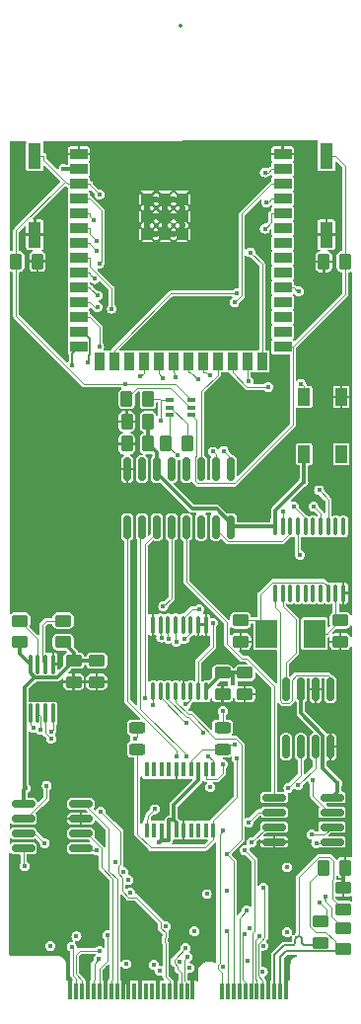
<source format=gbr>
%TF.GenerationSoftware,KiCad,Pcbnew,8.0.1-rc1*%
%TF.CreationDate,2024-08-06T22:31:27-04:00*%
%TF.ProjectId,SoM_ESP32_v1,536f4d5f-4553-4503-9332-5f76312e6b69,rev?*%
%TF.SameCoordinates,Original*%
%TF.FileFunction,Copper,L1,Top*%
%TF.FilePolarity,Positive*%
%FSLAX46Y46*%
G04 Gerber Fmt 4.6, Leading zero omitted, Abs format (unit mm)*
G04 Created by KiCad (PCBNEW 8.0.1-rc1) date 2024-08-06 22:31:27*
%MOMM*%
%LPD*%
G01*
G04 APERTURE LIST*
G04 Aperture macros list*
%AMRoundRect*
0 Rectangle with rounded corners*
0 $1 Rounding radius*
0 $2 $3 $4 $5 $6 $7 $8 $9 X,Y pos of 4 corners*
0 Add a 4 corners polygon primitive as box body*
4,1,4,$2,$3,$4,$5,$6,$7,$8,$9,$2,$3,0*
0 Add four circle primitives for the rounded corners*
1,1,$1+$1,$2,$3*
1,1,$1+$1,$4,$5*
1,1,$1+$1,$6,$7*
1,1,$1+$1,$8,$9*
0 Add four rect primitives between the rounded corners*
20,1,$1+$1,$2,$3,$4,$5,0*
20,1,$1+$1,$4,$5,$6,$7,0*
20,1,$1+$1,$6,$7,$8,$9,0*
20,1,$1+$1,$8,$9,$2,$3,0*%
G04 Aperture macros list end*
%TA.AperFunction,SMDPad,CuDef*%
%ADD10RoundRect,0.150000X-0.825000X-0.150000X0.825000X-0.150000X0.825000X0.150000X-0.825000X0.150000X0*%
%TD*%
%TA.AperFunction,SMDPad,CuDef*%
%ADD11RoundRect,0.250000X-0.450000X0.262500X-0.450000X-0.262500X0.450000X-0.262500X0.450000X0.262500X0*%
%TD*%
%TA.AperFunction,SMDPad,CuDef*%
%ADD12RoundRect,0.150000X-0.150000X0.825000X-0.150000X-0.825000X0.150000X-0.825000X0.150000X0.825000X0*%
%TD*%
%TA.AperFunction,SMDPad,CuDef*%
%ADD13RoundRect,0.100000X0.100000X-0.637500X0.100000X0.637500X-0.100000X0.637500X-0.100000X-0.637500X0*%
%TD*%
%TA.AperFunction,SMDPad,CuDef*%
%ADD14R,1.900000X2.400000*%
%TD*%
%TA.AperFunction,SMDPad,CuDef*%
%ADD15RoundRect,0.100000X0.100000X-0.712500X0.100000X0.712500X-0.100000X0.712500X-0.100000X-0.712500X0*%
%TD*%
%TA.AperFunction,SMDPad,CuDef*%
%ADD16R,1.500000X0.900000*%
%TD*%
%TA.AperFunction,SMDPad,CuDef*%
%ADD17R,0.900000X1.500000*%
%TD*%
%TA.AperFunction,SMDPad,CuDef*%
%ADD18R,1.000000X1.000000*%
%TD*%
%TA.AperFunction,ComponentPad*%
%ADD19C,0.600000*%
%TD*%
%TA.AperFunction,SMDPad,CuDef*%
%ADD20RoundRect,0.100000X-0.100000X0.637500X-0.100000X-0.637500X0.100000X-0.637500X0.100000X0.637500X0*%
%TD*%
%TA.AperFunction,SMDPad,CuDef*%
%ADD21RoundRect,0.250000X0.262500X0.450000X-0.262500X0.450000X-0.262500X-0.450000X0.262500X-0.450000X0*%
%TD*%
%TA.AperFunction,SMDPad,CuDef*%
%ADD22RoundRect,0.243750X0.456250X-0.243750X0.456250X0.243750X-0.456250X0.243750X-0.456250X-0.243750X0*%
%TD*%
%TA.AperFunction,SMDPad,CuDef*%
%ADD23R,0.350000X1.450000*%
%TD*%
%TA.AperFunction,SMDPad,CuDef*%
%ADD24R,0.400000X1.200000*%
%TD*%
%TA.AperFunction,SMDPad,CuDef*%
%ADD25R,1.120000X2.160000*%
%TD*%
%TA.AperFunction,SMDPad,CuDef*%
%ADD26RoundRect,0.100000X-0.225000X-0.100000X0.225000X-0.100000X0.225000X0.100000X-0.225000X0.100000X0*%
%TD*%
%TA.AperFunction,SMDPad,CuDef*%
%ADD27RoundRect,0.250000X0.450000X-0.262500X0.450000X0.262500X-0.450000X0.262500X-0.450000X-0.262500X0*%
%TD*%
%TA.AperFunction,SMDPad,CuDef*%
%ADD28R,1.000000X1.500000*%
%TD*%
%TA.AperFunction,SMDPad,CuDef*%
%ADD29RoundRect,0.250000X-0.262500X-0.450000X0.262500X-0.450000X0.262500X0.450000X-0.262500X0.450000X0*%
%TD*%
%TA.AperFunction,ViaPad*%
%ADD30C,0.450000*%
%TD*%
%TA.AperFunction,Conductor*%
%ADD31C,0.120000*%
%TD*%
%TA.AperFunction,Conductor*%
%ADD32C,0.300000*%
%TD*%
%TA.AperFunction,Conductor*%
%ADD33C,0.200000*%
%TD*%
%ADD34C,0.270000*%
%ADD35C,0.300000*%
%ADD36C,0.350000*%
G04 APERTURE END LIST*
D10*
%TO.P,U402,1,~{CS}/SHDN*%
%TO.N,SPI_ADC_ESP32*%
X144050000Y-121190000D03*
%TO.P,U402,2,CH0*%
%TO.N,Net-(J201I-ADC_1_MCP3202)*%
X144050000Y-122460000D03*
%TO.P,U402,3,CH1*%
%TO.N,Net-(J201I-ADC_2_MCP3202)*%
X144050000Y-123730000D03*
%TO.P,U402,4,VSS*%
%TO.N,GND*%
X144050000Y-125000000D03*
%TO.P,U402,5,DIN*%
%TO.N,SPI_MOSI_ESP32*%
X149000000Y-125000000D03*
%TO.P,U402,6,DOUT*%
%TO.N,SPI_MISO_ESP32*%
X149000000Y-123730000D03*
%TO.P,U402,7,CLK*%
%TO.N,SPI_CLK_ESP32*%
X149000000Y-122460000D03*
%TO.P,U402,8,VDD/VREF*%
%TO.N,Vcc_3V3*%
X149000000Y-121190000D03*
%TD*%
D11*
%TO.P,C305,1*%
%TO.N,Vcc_3V3*%
X139600000Y-110512500D03*
%TO.P,C305,2*%
%TO.N,GND*%
X139600000Y-112337500D03*
%TD*%
D12*
%TO.P,U601,1,A0*%
%TO.N,Net-(U601-A0)*%
X140290000Y-93050000D03*
%TO.P,U601,2,A1*%
%TO.N,Net-(U601-A1)*%
X139020000Y-93050000D03*
%TO.P,U601,3,A2*%
%TO.N,Net-(U601-A2)*%
X137750000Y-93050000D03*
%TO.P,U601,4,~{E1}*%
%TO.N,unconnected-(U601-~{E1}-Pad4)*%
X136480000Y-93050000D03*
%TO.P,U601,5,~{E2}*%
%TO.N,unconnected-(U601-~{E2}-Pad5)*%
X135210000Y-93050000D03*
%TO.P,U601,6,E3*%
%TO.N,Vcc_3V3*%
X133940000Y-93050000D03*
%TO.P,U601,7,Y7*%
%TO.N,SPI_7_ESP32*%
X132670000Y-93050000D03*
%TO.P,U601,8,GND*%
%TO.N,GND*%
X131400000Y-93050000D03*
%TO.P,U601,9,Y6*%
%TO.N,SPI_6_ESP32*%
X131400000Y-98000000D03*
%TO.P,U601,10,Y5*%
%TO.N,SPI_5_ESP32*%
X132670000Y-98000000D03*
%TO.P,U601,11,Y4*%
%TO.N,LDAC_DAC*%
X133940000Y-98000000D03*
%TO.P,U601,12,Y3*%
%TO.N,SPI_DAC_ESP32*%
X135210000Y-98000000D03*
%TO.P,U601,13,Y2*%
%TO.N,SPI_ADC_ESP32*%
X136480000Y-98000000D03*
%TO.P,U601,14,Y1*%
%TO.N,SPI_SD_ESP32*%
X137750000Y-98000000D03*
%TO.P,U601,15,Y0*%
%TO.N,SPI_CAN_ESP32*%
X139020000Y-98000000D03*
%TO.P,U601,16,VCC*%
%TO.N,Vcc_3V3*%
X140290000Y-98000000D03*
%TD*%
D11*
%TO.P,C304,1*%
%TO.N,Vcc_3V3*%
X141525000Y-110512500D03*
%TO.P,C304,2*%
%TO.N,GND*%
X141525000Y-112337500D03*
%TD*%
D13*
%TO.P,U302,1,TXCAN*%
%TO.N,Net-(U302-TXCAN)*%
X144125000Y-103675000D03*
%TO.P,U302,2,RXCAN*%
%TO.N,Net-(U302-RXCAN)*%
X144775000Y-103675000D03*
%TO.P,U302,3,CLKOUT/SOF*%
%TO.N,unconnected-(U302-CLKOUT{slash}SOF-Pad3)*%
X145425000Y-103675000D03*
%TO.P,U302,4,~{TX0RTS}*%
%TO.N,unconnected-(U302-~{TX0RTS}-Pad4)*%
X146075000Y-103675000D03*
%TO.P,U302,5,~{TX1RTS}*%
%TO.N,unconnected-(U302-~{TX1RTS}-Pad5)*%
X146725000Y-103675000D03*
%TO.P,U302,6,NC*%
%TO.N,unconnected-(U302-NC-Pad6)*%
X147375000Y-103675000D03*
%TO.P,U302,7,~{TX2RTS}*%
%TO.N,unconnected-(U302-~{TX2RTS}-Pad7)*%
X148025000Y-103675000D03*
%TO.P,U302,8,OSC2*%
%TO.N,Net-(U302-OSC2)*%
X148675000Y-103675000D03*
%TO.P,U302,9,OSC1*%
%TO.N,Net-(U302-OSC1)*%
X149325000Y-103675000D03*
%TO.P,U302,10,VSS*%
%TO.N,GND*%
X149975000Y-103675000D03*
%TO.P,U302,11,~{RX1BF}*%
%TO.N,unconnected-(U302-~{RX1BF}-Pad11)*%
X149975000Y-97950000D03*
%TO.P,U302,12,~{RX0BF}*%
%TO.N,unconnected-(U302-~{RX0BF}-Pad12)*%
X149325000Y-97950000D03*
%TO.P,U302,13,~{INT}*%
%TO.N,GPIO48{slash}CAN_INT*%
X148675000Y-97950000D03*
%TO.P,U302,14,SCK*%
%TO.N,SPI_CLK_ESP32*%
X148025000Y-97950000D03*
%TO.P,U302,15,NC*%
%TO.N,unconnected-(U302-NC-Pad15)*%
X147375000Y-97950000D03*
%TO.P,U302,16,SI*%
%TO.N,SPI_MOSI_ESP32*%
X146725000Y-97950000D03*
%TO.P,U302,17,SO*%
%TO.N,SPI_MISO_ESP32*%
X146075000Y-97950000D03*
%TO.P,U302,18,~{CS}*%
%TO.N,SPI_CAN_ESP32*%
X145425000Y-97950000D03*
%TO.P,U302,19,~{RESET}*%
%TO.N,RESET_OTHERS*%
X144775000Y-97950000D03*
%TO.P,U302,20,VDD*%
%TO.N,Vcc_3V3*%
X144125000Y-97950000D03*
%TD*%
D14*
%TO.P,Y301,1,1*%
%TO.N,Net-(U302-OSC1)*%
X147500000Y-107150000D03*
%TO.P,Y301,2,2*%
%TO.N,Net-(U302-OSC2)*%
X143400000Y-107150000D03*
%TD*%
D15*
%TO.P,U501,1,PWM1*%
%TO.N,Net-(J201J-PWM_1_PCA)*%
X123100000Y-113987500D03*
%TO.P,U501,2,PWM2*%
%TO.N,Net-(J201J-PWM_2_PCA)*%
X123750000Y-113987500D03*
%TO.P,U501,3,PWM3*%
%TO.N,Net-(J201J-PWM_3_PCA)*%
X124400000Y-113987500D03*
%TO.P,U501,4,PWM4*%
%TO.N,Net-(J201J-PWM_4_PCA)*%
X125050000Y-113987500D03*
%TO.P,U501,5,GND*%
%TO.N,GND*%
X125050000Y-109762500D03*
%TO.P,U501,6,SCL*%
%TO.N,ESP32_SCL*%
X124400000Y-109762500D03*
%TO.P,U501,7,SDA*%
%TO.N,ESP32_SDA*%
X123750000Y-109762500D03*
%TO.P,U501,8,VCC*%
%TO.N,Vcc_3V3*%
X123100000Y-109762500D03*
%TD*%
D16*
%TO.P,U701,1,GND*%
%TO.N,GND*%
X127260000Y-66040000D03*
%TO.P,U701,2,3V3*%
%TO.N,Vcc_3V3*%
X127260000Y-67310000D03*
%TO.P,U701,3,EN*%
%TO.N,CHIP_EN*%
X127260000Y-68580000D03*
%TO.P,U701,4,IO4*%
%TO.N,Net-(U601-A0)*%
X127260000Y-69850000D03*
%TO.P,U701,5,IO5*%
%TO.N,Net-(U601-A1)*%
X127260000Y-71120000D03*
%TO.P,U701,6,IO6*%
%TO.N,SPI_CLK_ESP32*%
X127260000Y-72390000D03*
%TO.P,U701,7,IO7*%
%TO.N,SPI_MOSI_ESP32*%
X127260000Y-73660000D03*
%TO.P,U701,8,IO15*%
%TO.N,GPIO15*%
X127260000Y-74930000D03*
%TO.P,U701,9,IO16*%
%TO.N,GPIO16*%
X127260000Y-76200000D03*
%TO.P,U701,10,IO17*%
%TO.N,GPIO17_U1_TXD*%
X127260000Y-77470000D03*
%TO.P,U701,11,IO18*%
%TO.N,GPIO18_U1_RXD*%
X127260000Y-78740000D03*
%TO.P,U701,12,IO8*%
%TO.N,SPI_MISO_ESP32*%
X127260000Y-80010000D03*
%TO.P,U701,13,USB_D-/IO19*%
%TO.N,DEBUG-*%
X127260000Y-81280000D03*
%TO.P,U701,14,USB_D+/IO20*%
%TO.N,DEBUG+*%
X127260000Y-82550000D03*
D17*
%TO.P,U701,15,IO3*%
%TO.N,unconnected-(U701-IO3-Pad15)*%
X129025000Y-83800000D03*
%TO.P,U701,16,IO46*%
%TO.N,Net-(U701-IO46)*%
X130295000Y-83800000D03*
%TO.P,U701,17,IO9*%
%TO.N,REFCLKn*%
X131565000Y-83800000D03*
%TO.P,U701,18,IO10*%
%TO.N,SUSCLK*%
X132835000Y-83800000D03*
%TO.P,U701,19,IO11*%
%TO.N,RESET_OTHERS*%
X134105000Y-83800000D03*
%TO.P,U701,20,IO12*%
%TO.N,I2S_BCLK*%
X135375000Y-83800000D03*
%TO.P,U701,21,IO13*%
%TO.N,I2S_WS*%
X136645000Y-83800000D03*
%TO.P,U701,22,IO14*%
%TO.N,I2S_DIN{slash}DOUT*%
X137915000Y-83800000D03*
%TO.P,U701,23,IO21*%
%TO.N,Net-(U601-A2)*%
X139185000Y-83800000D03*
%TO.P,U701,24,IO47*%
%TO.N,GPIO47*%
X140455000Y-83800000D03*
%TO.P,U701,25,IO48*%
%TO.N,GPIO48{slash}CAN_INT*%
X141725000Y-83800000D03*
%TO.P,U701,26,IO45*%
%TO.N,Net-(U701-IO45)*%
X142995000Y-83800000D03*
D16*
%TO.P,U701,27,IO0*%
%TO.N,GPIO0_BOOT*%
X144760000Y-82550000D03*
%TO.P,U701,28,NC*%
%TO.N,unconnected-(U701-NC-Pad28)*%
X144760000Y-81280000D03*
%TO.P,U701,29,NC*%
%TO.N,unconnected-(U701-NC-Pad29)*%
X144760000Y-80010000D03*
%TO.P,U701,30,NC*%
%TO.N,unconnected-(U701-NC-Pad30)*%
X144760000Y-78740000D03*
%TO.P,U701,31,IO38*%
%TO.N,GPIO38_ADDRESSABLE_LED*%
X144760000Y-77470000D03*
%TO.P,U701,32,MTCK/IO39*%
%TO.N,unconnected-(U701-MTCK{slash}IO39-Pad32)*%
X144760000Y-76200000D03*
%TO.P,U701,33,MTDO/IO40*%
%TO.N,unconnected-(U701-MTDO{slash}IO40-Pad33)*%
X144760000Y-74930000D03*
%TO.P,U701,34,MTDI/IO41*%
%TO.N,unconnected-(U701-MTDI{slash}IO41-Pad34)*%
X144760000Y-73660000D03*
%TO.P,U701,35,MTMS/IO42*%
%TO.N,unconnected-(U701-MTMS{slash}IO42-Pad35)*%
X144760000Y-72390000D03*
%TO.P,U701,36,RXD0/IO44*%
%TO.N,U0RXD*%
X144760000Y-71120000D03*
%TO.P,U701,37,TXD0/IO43*%
%TO.N,U0TXD*%
X144760000Y-69850000D03*
%TO.P,U701,38,IO2*%
%TO.N,I2C_SCL_ESP32*%
X144760000Y-68580000D03*
%TO.P,U701,39,IO1*%
%TO.N,I2C_SDA_ESP32*%
X144760000Y-67310000D03*
%TO.P,U701,40,GND*%
%TO.N,GND*%
X144760000Y-66040000D03*
D18*
%TO.P,U701,41,GND*%
X133150000Y-69890000D03*
D19*
X133150000Y-70640000D03*
D18*
X133150000Y-71390000D03*
D19*
X133150000Y-72140000D03*
D18*
X133150000Y-72890000D03*
D19*
X133900000Y-69890000D03*
X133900000Y-71390000D03*
X133900000Y-72890000D03*
D18*
X134650000Y-69890000D03*
D19*
X134650000Y-70640000D03*
D18*
X134650000Y-71390000D03*
D19*
X134650000Y-72140000D03*
D18*
X134650000Y-72890000D03*
D19*
X135400000Y-69890000D03*
X135400000Y-71390000D03*
X135400000Y-72890000D03*
D18*
X136150000Y-69890000D03*
D19*
X136150000Y-70640000D03*
D18*
X136150000Y-71390000D03*
D19*
X136150000Y-72140000D03*
D18*
X136150000Y-72890000D03*
%TD*%
D20*
%TO.P,U301,1,A0*%
%TO.N,GND*%
X138175000Y-106375000D03*
%TO.P,U301,2,A1*%
X137525000Y-106375000D03*
%TO.P,U301,3,RESET_N*%
%TO.N,RESET_OTHERS*%
X136875000Y-106375000D03*
%TO.P,U301,4,SD0*%
%TO.N,I2C_SDA_0_TCA*%
X136225000Y-106375000D03*
%TO.P,U301,5,SC0*%
%TO.N,I2C_SCL_0_TCA*%
X135575000Y-106375000D03*
%TO.P,U301,6,SD1*%
%TO.N,I2C_SDA_1_TCA*%
X134925000Y-106375000D03*
%TO.P,U301,7,SC1*%
%TO.N,I2C_SCL_1_TCA*%
X134275000Y-106375000D03*
%TO.P,U301,8,GND*%
%TO.N,GND*%
X133625000Y-106375000D03*
%TO.P,U301,9,SD2*%
%TO.N,I2C_SDA_2_TCA*%
X133625000Y-112100000D03*
%TO.P,U301,10,SC2*%
%TO.N,I2C_SCL_2_TCA*%
X134275000Y-112100000D03*
%TO.P,U301,11,SD3*%
%TO.N,I2C_SDA_3_TCA*%
X134925000Y-112100000D03*
%TO.P,U301,12,SC3*%
%TO.N,I2C_SCL_3_TCA*%
X135575000Y-112100000D03*
%TO.P,U301,13,A2*%
%TO.N,GND*%
X136225000Y-112100000D03*
%TO.P,U301,14,SCL*%
%TO.N,I2C_SCL_ESP32*%
X136875000Y-112100000D03*
%TO.P,U301,15,SDA*%
%TO.N,I2C_SDA_ESP32*%
X137525000Y-112100000D03*
%TO.P,U301,16,VCC*%
%TO.N,Vcc_3V3*%
X138175000Y-112100000D03*
%TD*%
D11*
%TO.P,C502,1*%
%TO.N,Vcc_3V3*%
X126825000Y-109462500D03*
%TO.P,C502,2*%
%TO.N,GND*%
X126825000Y-111287500D03*
%TD*%
D21*
%TO.P,R606,1*%
%TO.N,RTS*%
X133200000Y-87000000D03*
%TO.P,R606,2*%
%TO.N,Net-(Q603B-B2)*%
X131375000Y-87000000D03*
%TD*%
D22*
%TO.P,TX,1,K*%
%TO.N,U0TXD*%
X139600000Y-117075000D03*
%TO.P,TX,2,A*%
%TO.N,Net-(D310-A)*%
X139600000Y-115200000D03*
%TD*%
D23*
%TO.P,J201,1,GND*%
%TO.N,GND*%
X145050000Y-137800000D03*
%TO.P,J201,3,USB_D+_FT231*%
%TO.N,/Communication/DR+*%
X144550000Y-137800000D03*
%TO.P,J201,5,USB_D-_FT231*%
%TO.N,/Communication/DR-*%
X144050000Y-137800000D03*
%TO.P,J201,7,GND*%
%TO.N,GND*%
X143550000Y-137800000D03*
%TO.P,J201,9,I2C_SDA_1_TCA*%
%TO.N,I2C_SDA_0_TCA*%
X143050000Y-137800000D03*
%TO.P,J201,11,I2C_SCL_1_TCA*%
%TO.N,I2C_SCL_0_TCA*%
X142550000Y-137800000D03*
%TO.P,J201,13,I2C_SDA_2_TCA*%
%TO.N,I2C_SDA_1_TCA*%
X142050000Y-137800000D03*
%TO.P,J201,15,I2C_SCL_2_TCA*%
%TO.N,I2C_SCL_1_TCA*%
X141550000Y-137800000D03*
%TO.P,J201,17,I2C_SDA_4_TCA*%
%TO.N,I2C_SDA_3_TCA*%
X141050000Y-137800000D03*
%TO.P,J201,19,I2C_SCL_4_TCA*%
%TO.N,I2C_SCL_3_TCA*%
X140550000Y-137800000D03*
%TO.P,J201,21,SPI_CS_2*%
%TO.N,SPI_6_ESP32*%
X140050000Y-137800000D03*
%TO.P,J201,23,SPI_CLK*%
%TO.N,SPI_CLK_ESP32*%
X139550000Y-137800000D03*
%TO.P,J201,33,GND*%
%TO.N,GND*%
X137050000Y-137800000D03*
%TO.P,J201,35,SPI_MOSI*%
%TO.N,SPI_MOSI_ESP32*%
X136550000Y-137800000D03*
%TO.P,J201,37,SPI_MISO*%
%TO.N,SPI_MISO_ESP32*%
X136050000Y-137800000D03*
%TO.P,J201,39,GND*%
%TO.N,GND*%
X135550000Y-137800000D03*
%TO.P,J201,41,GPIO16*%
%TO.N,GPIO16*%
X135050000Y-137800000D03*
%TO.P,J201,43,GPIO18*%
%TO.N,unconnected-(J201K-GPIO18-Pad43)*%
X134550000Y-137800000D03*
%TO.P,J201,45,GND*%
%TO.N,GND*%
X134050000Y-137800000D03*
%TO.P,J201,47,REFCLKn*%
%TO.N,unconnected-(J201L-REFCLKn-Pad47)*%
X133550000Y-137800000D03*
%TO.P,J201,49,REFCLKp*%
%TO.N,unconnected-(J201L-REFCLKp-Pad49)*%
X133050000Y-137800000D03*
%TO.P,J201,51,GND*%
%TO.N,GND*%
X132550000Y-137800000D03*
%TO.P,J201,53,GPIO34*%
%TO.N,unconnected-(J201K-GPIO34-Pad53)*%
X132050000Y-137800000D03*
%TO.P,J201,55,GND*%
%TO.N,GND*%
X131550000Y-137800000D03*
%TO.P,J201,57,GND*%
X131050000Y-137800000D03*
%TO.P,J201,59,DAC_1_MCP48*%
%TO.N,Net-(J201I-DAC_1_MCP48)*%
X130550000Y-137800000D03*
%TO.P,J201,61,DAC_2_MCP48*%
%TO.N,Net-(J201I-DAC_2_MCP48)*%
X130050000Y-137800000D03*
%TO.P,J201,63,GND*%
%TO.N,GND*%
X129550000Y-137800000D03*
%TO.P,J201,65,ADC_1_MCP3202*%
%TO.N,Net-(J201I-ADC_1_MCP3202)*%
X129050000Y-137800000D03*
%TO.P,J201,67,ADC_2_MCP3202*%
%TO.N,Net-(J201I-ADC_2_MCP3202)*%
X128550000Y-137800000D03*
%TO.P,J201,69,GND*%
%TO.N,GND*%
X128050000Y-137800000D03*
%TO.P,J201,71,CAN_H_MCP2515*%
%TO.N,Net-(J201D-CAN_H_MCP2515)*%
X127550000Y-137800000D03*
%TO.P,J201,73,CAN_L_MCP2515*%
%TO.N,Net-(J201D-CAN_L_MCP2515)*%
X127050000Y-137800000D03*
%TO.P,J201,75,GND*%
%TO.N,GND*%
X126550000Y-137800000D03*
%TD*%
D22*
%TO.P,RX,1,K*%
%TO.N,U0RXD*%
X132285000Y-117075000D03*
%TO.P,RX,2,A*%
%TO.N,Net-(D309-A)*%
X132285000Y-115200000D03*
%TD*%
D10*
%TO.P,U401,1,Vdd*%
%TO.N,Vcc_3V3*%
X122500000Y-121740000D03*
%TO.P,U401,2,~{CS}*%
%TO.N,SPI_DAC_ESP32*%
X122500000Y-123010000D03*
%TO.P,U401,3,SCK*%
%TO.N,SPI_CLK_ESP32*%
X122500000Y-124280000D03*
%TO.P,U401,4,SDI*%
%TO.N,SPI_MOSI_ESP32*%
X122500000Y-125550000D03*
%TO.P,U401,5,~{LDAC}*%
%TO.N,LDAC_DAC*%
X127450000Y-125550000D03*
%TO.P,U401,6,VB*%
%TO.N,Net-(J201I-DAC_2_MCP48)*%
X127450000Y-124280000D03*
%TO.P,U401,7,Vss*%
%TO.N,GND*%
X127450000Y-123010000D03*
%TO.P,U401,8,VA*%
%TO.N,Net-(J201I-DAC_1_MCP48)*%
X127450000Y-121740000D03*
%TD*%
D24*
%TO.P,U303,1,~{DTR}*%
%TO.N,DTR*%
X138807500Y-118800000D03*
%TO.P,U303,2,~{RTS}*%
%TO.N,RTS*%
X138172500Y-118800000D03*
%TO.P,U303,3,VCCIO*%
%TO.N,Vcc_3V3*%
X137537500Y-118800000D03*
%TO.P,U303,4,RXD*%
%TO.N,U0TXD*%
X136902500Y-118800000D03*
%TO.P,U303,5,~{RI}*%
%TO.N,unconnected-(U303-~{RI}-Pad5)*%
X136267500Y-118800000D03*
%TO.P,U303,6,GND*%
%TO.N,GND*%
X135632500Y-118800000D03*
%TO.P,U303,7,~{DSR}*%
%TO.N,unconnected-(U303-~{DSR}-Pad7)*%
X134997500Y-118800000D03*
%TO.P,U303,8,~{DCD}*%
%TO.N,unconnected-(U303-~{DCD}-Pad8)*%
X134362500Y-118800000D03*
%TO.P,U303,9,~{CTS}*%
%TO.N,unconnected-(U303-~{CTS}-Pad9)*%
X133727500Y-118800000D03*
%TO.P,U303,10,CBUS2*%
%TO.N,unconnected-(U303-CBUS2-Pad10)*%
X133092500Y-118800000D03*
%TO.P,U303,11,USBDP*%
%TO.N,/Communication/D+*%
X133092500Y-124000000D03*
%TO.P,U303,12,USBDM*%
%TO.N,/Communication/D-*%
X133727500Y-124000000D03*
%TO.P,U303,13,3V3OUT*%
%TO.N,Vcc_3V3*%
X134362500Y-124000000D03*
%TO.P,U303,14,~{RESET}*%
X134997500Y-124000000D03*
%TO.P,U303,15,VCC*%
X135632500Y-124000000D03*
%TO.P,U303,16,GND*%
%TO.N,GND*%
X136267500Y-124000000D03*
%TO.P,U303,17,CBUS1*%
%TO.N,unconnected-(U303-CBUS1-Pad17)*%
X136902500Y-124000000D03*
%TO.P,U303,18,CBUS0*%
%TO.N,unconnected-(U303-CBUS0-Pad18)*%
X137537500Y-124000000D03*
%TO.P,U303,19,CBUS3*%
%TO.N,unconnected-(U303-CBUS3-Pad19)*%
X138172500Y-124000000D03*
%TO.P,U303,20,TXD*%
%TO.N,U0RXD*%
X138807500Y-124000000D03*
%TD*%
D25*
%TO.P,SW602,1,1*%
%TO.N,CHIP_EN*%
X123500000Y-66200000D03*
%TO.P,SW602,2,2*%
%TO.N,GND*%
X123500000Y-72930000D03*
%TD*%
D11*
%TO.P,C307,1*%
%TO.N,Net-(U302-OSC1)*%
X149700000Y-106012500D03*
%TO.P,C307,2*%
%TO.N,GND*%
X149700000Y-107837500D03*
%TD*%
D26*
%TO.P,Q603,1,E1*%
%TO.N,RTS*%
X135050000Y-87100000D03*
%TO.P,Q603,2,B1*%
%TO.N,Net-(Q603A-B1)*%
X135050000Y-87750000D03*
%TO.P,Q603,3,C2*%
%TO.N,DTR*%
X135050000Y-88400000D03*
%TO.P,Q603,4,E2*%
%TO.N,GPIO0_BOOT*%
X136950000Y-88400000D03*
%TO.P,Q603,5,B2*%
%TO.N,Net-(Q603B-B2)*%
X136950000Y-87750000D03*
%TO.P,Q603,6,C1*%
%TO.N,CHIP_EN*%
X136950000Y-87100000D03*
%TD*%
D27*
%TO.P,R302,1*%
%TO.N,/Communication/DR+*%
X149950000Y-134187500D03*
%TO.P,R302,2*%
%TO.N,/Communication/D+*%
X149950000Y-132362500D03*
%TD*%
D25*
%TO.P,SW601,1,1*%
%TO.N,GPIO0_BOOT*%
X148500000Y-66200000D03*
%TO.P,SW601,2,2*%
%TO.N,GND*%
X148500000Y-72930000D03*
%TD*%
D27*
%TO.P,R501,1*%
%TO.N,Vcc_3V3*%
X122200000Y-107875000D03*
%TO.P,R501,2*%
%TO.N,ESP32_SDA*%
X122200000Y-106050000D03*
%TD*%
D28*
%TO.P,D501,1,VSS*%
%TO.N,GND*%
X149800000Y-86850000D03*
%TO.P,D501,2,DIN*%
%TO.N,GPIO38_ADDRESSABLE_LED*%
X146600000Y-86850000D03*
%TO.P,D501,3,VDD*%
%TO.N,Vcc_3V3*%
X146600000Y-91750000D03*
%TO.P,D501,4,DO*%
%TO.N,unconnected-(D501-DO-Pad4)*%
X149800000Y-91750000D03*
%TD*%
D21*
%TO.P,C606,1*%
%TO.N,Vcc_3V3*%
X133212500Y-88950000D03*
%TO.P,C606,2*%
%TO.N,GND*%
X131387500Y-88950000D03*
%TD*%
D29*
%TO.P,C605,1*%
%TO.N,CHIP_EN*%
X121887500Y-75225000D03*
%TO.P,C605,2*%
%TO.N,GND*%
X123712500Y-75225000D03*
%TD*%
D21*
%TO.P,C601,1*%
%TO.N,GPIO0_BOOT*%
X150125000Y-75250000D03*
%TO.P,C601,2*%
%TO.N,GND*%
X148300000Y-75250000D03*
%TD*%
%TO.P,C607,1*%
%TO.N,Vcc_3V3*%
X133212500Y-90875000D03*
%TO.P,C607,2*%
%TO.N,GND*%
X131387500Y-90875000D03*
%TD*%
D29*
%TO.P,C303,1*%
%TO.N,/Communication/DR+*%
X148312500Y-127200000D03*
%TO.P,C303,2*%
%TO.N,GND*%
X150137500Y-127200000D03*
%TD*%
D11*
%TO.P,C501,1*%
%TO.N,Vcc_3V3*%
X128800000Y-109462500D03*
%TO.P,C501,2*%
%TO.N,GND*%
X128800000Y-111287500D03*
%TD*%
D27*
%TO.P,R301,1*%
%TO.N,/Communication/DR-*%
X148025000Y-133637500D03*
%TO.P,R301,2*%
%TO.N,/Communication/D-*%
X148025000Y-131812500D03*
%TD*%
D11*
%TO.P,C306,1*%
%TO.N,Net-(U302-OSC2)*%
X141150000Y-106012500D03*
%TO.P,C306,2*%
%TO.N,GND*%
X141150000Y-107837500D03*
%TD*%
D29*
%TO.P,R605,1*%
%TO.N,DTR*%
X134762500Y-90875000D03*
%TO.P,R605,2*%
%TO.N,Net-(Q603A-B1)*%
X136587500Y-90875000D03*
%TD*%
D12*
%TO.P,U304,1,TXD*%
%TO.N,Net-(U302-TXCAN)*%
X148850000Y-111900000D03*
%TO.P,U304,2,GND*%
%TO.N,GND*%
X147580000Y-111900000D03*
%TO.P,U304,3,VCC*%
%TO.N,Vcc_3V3*%
X146310000Y-111900000D03*
%TO.P,U304,4,RXD*%
%TO.N,Net-(U302-RXCAN)*%
X145040000Y-111900000D03*
%TO.P,U304,5,NC*%
%TO.N,unconnected-(U304-NC-Pad5)*%
X145040000Y-116850000D03*
%TO.P,U304,6,CANL*%
%TO.N,Net-(J201D-CAN_L_MCP2515)*%
X146310000Y-116850000D03*
%TO.P,U304,7,CANH*%
%TO.N,Net-(J201D-CAN_H_MCP2515)*%
X147580000Y-116850000D03*
%TO.P,U304,8,S*%
%TO.N,GND*%
X148850000Y-116850000D03*
%TD*%
D27*
%TO.P,C302,1*%
%TO.N,/Communication/DR-*%
X149950000Y-130775000D03*
%TO.P,C302,2*%
%TO.N,GND*%
X149950000Y-128950000D03*
%TD*%
%TO.P,R502,1*%
%TO.N,Vcc_3V3*%
X125925000Y-107862500D03*
%TO.P,R502,2*%
%TO.N,ESP32_SCL*%
X125925000Y-106037500D03*
%TD*%
D30*
%TO.N,GND*%
X143300000Y-109750000D03*
X134375000Y-110600000D03*
X135050000Y-109050000D03*
%TO.N,GPIO48{slash}CAN_INT*%
X147894900Y-94850000D03*
%TO.N,RESET_OTHERS*%
X144825000Y-96675000D03*
%TO.N,GND*%
X135450000Y-78675000D03*
X134550000Y-100925000D03*
X133475000Y-76775000D03*
X128875000Y-130425000D03*
X137575000Y-101250000D03*
X124025000Y-105575000D03*
X144850000Y-91925000D03*
X127575000Y-134900000D03*
X122125000Y-83175000D03*
X139375000Y-88950000D03*
X147975000Y-78325000D03*
X143775000Y-89050000D03*
X123875000Y-78475000D03*
X139950000Y-101125000D03*
X140000000Y-87200000D03*
X143900000Y-132950000D03*
X147375000Y-93200000D03*
X138425000Y-82100000D03*
X138700000Y-89825000D03*
X138825000Y-133300000D03*
X142050000Y-89150000D03*
X133975000Y-120425000D03*
X144975000Y-114500000D03*
X135050000Y-133400000D03*
X142025000Y-114400000D03*
X129739900Y-135775000D03*
X149975000Y-94250000D03*
X148500000Y-82800000D03*
X132125000Y-130575000D03*
X142725000Y-118500000D03*
X138575000Y-66750000D03*
X122275000Y-69850000D03*
X145125000Y-136200000D03*
X121900000Y-134000000D03*
X143475000Y-95525000D03*
X142025000Y-81000000D03*
X139700000Y-120800000D03*
X135325000Y-135850000D03*
%TO.N,Vcc_3V3*%
X122687100Y-120389400D03*
X125954600Y-67311300D03*
X140510000Y-111393300D03*
X146537300Y-94138500D03*
X134125400Y-125074800D03*
X124825000Y-133900000D03*
X149487300Y-119932200D03*
%TO.N,CHIP_EN*%
X129037200Y-69500200D03*
X131324200Y-135482000D03*
X131262700Y-85747400D03*
%TO.N,I2C_SDA_0_TCA*%
X143114400Y-128957500D03*
X137632500Y-105039200D03*
%TO.N,I2C_SDA_1_TCA*%
X141502900Y-125694500D03*
X134984600Y-107577900D03*
X138555700Y-120327200D03*
%TO.N,I2C_SDA_3_TCA*%
X145127000Y-127188900D03*
X141692400Y-130873400D03*
X137904400Y-115637100D03*
%TO.N,I2C_SCL_3_TCA*%
X139953400Y-126050100D03*
%TO.N,I2C_SDA_2_TCA*%
X137200000Y-132675000D03*
X141725000Y-135225000D03*
X134745100Y-132232400D03*
X133626500Y-113248300D03*
%TO.N,I2C_SCL_2_TCA*%
X139959500Y-129229000D03*
X136544900Y-114760000D03*
%TO.N,I2C_SCL_0_TCA*%
X142799800Y-133049400D03*
X135636900Y-107830000D03*
%TO.N,I2C_SCL_1_TCA*%
X141476400Y-132892400D03*
X134351500Y-107475800D03*
%TO.N,I2S_BCLK*%
X143096351Y-133890549D03*
X135595800Y-85130900D03*
%TO.N,GPIO17_U1_TXD*%
X139604600Y-135710400D03*
X128875600Y-78171800D03*
%TO.N,RESET_OTHERS*%
X134491800Y-85221000D03*
X131088450Y-127551550D03*
X136311800Y-107610400D03*
%TO.N,GPIO15*%
X134191444Y-136073546D03*
X130100800Y-79286700D03*
%TO.N,I2S_WS*%
X137491800Y-85350600D03*
X143063900Y-136154200D03*
%TO.N,GPIO48{slash}CAN_INT*%
X141869600Y-85512300D03*
X135932316Y-135283517D03*
%TO.N,DEBUG+*%
X126687350Y-84112650D03*
%TO.N,SPI_CLK_ESP32*%
X124345000Y-125122300D03*
X147393800Y-96224500D03*
X128806000Y-73476400D03*
X139659200Y-124035100D03*
X147368700Y-119683500D03*
%TO.N,SPI_MISO_ESP32*%
X147237700Y-124355100D03*
X129020300Y-82552800D03*
X136443600Y-134120600D03*
X146268700Y-100375000D03*
%TO.N,Net-(J201J-PWM_2_PCA)*%
X123969300Y-115388600D03*
%TO.N,GPIO16*%
X128600400Y-76731800D03*
X129132200Y-122404500D03*
%TO.N,Net-(J201D-CAN_L_MCP2515)*%
X126650000Y-133975000D03*
X145256700Y-120369100D03*
%TO.N,I2S_DIN{slash}DOUT*%
X141922200Y-132410200D03*
X138520400Y-85024300D03*
%TO.N,SUSCLK*%
X132541800Y-85074300D03*
X131690000Y-129326699D03*
%TO.N,SPI_MOSI_ESP32*%
X145707800Y-96224500D03*
X122616100Y-127092000D03*
X147641400Y-125139300D03*
X136608700Y-134869300D03*
X128806000Y-74306000D03*
%TO.N,GPIO47*%
X143532900Y-85980900D03*
X136762316Y-135825000D03*
%TO.N,Net-(J201J-PWM_1_PCA)*%
X123373600Y-115228800D03*
%TO.N,Net-(J201J-PWM_3_PCA)*%
X127063500Y-133102100D03*
X124893300Y-116161500D03*
%TO.N,I2C_SCL_ESP32*%
X136458500Y-113221800D03*
X140623900Y-78760200D03*
X130431600Y-126727500D03*
%TO.N,GPIO38_ADDRESSABLE_LED*%
X146357400Y-85716500D03*
X146148200Y-77790900D03*
X145155500Y-132754500D03*
%TO.N,GPIO18_U1_RXD*%
X128868600Y-79127300D03*
X133712500Y-135535896D03*
%TO.N,Net-(J201I-ADC_1_MCP3202)*%
X129738200Y-133002200D03*
X141861000Y-123318000D03*
%TO.N,DEBUG-*%
X128036800Y-83886800D03*
%TO.N,I2C_SDA_ESP32*%
X131511600Y-128268000D03*
X143241000Y-67598600D03*
X138773500Y-106235500D03*
%TO.N,Net-(J201I-ADC_2_MCP3202)*%
X128986100Y-135015500D03*
X142092800Y-125059000D03*
%TO.N,Net-(J201D-CAN_H_MCP2515)*%
X146106000Y-120130900D03*
X129017300Y-134326800D03*
%TO.N,Net-(J201J-PWM_4_PCA)*%
X124875500Y-115547700D03*
%TO.N,Net-(D309-A)*%
X132083900Y-116150000D03*
%TO.N,DTR*%
X138398300Y-117652100D03*
X135722400Y-91858300D03*
%TO.N,RTS*%
X139634900Y-118330700D03*
X134325100Y-88857600D03*
%TO.N,Net-(D310-A)*%
X139648200Y-113781300D03*
%TO.N,/Communication/D-*%
X147900000Y-130225000D03*
X133700000Y-123900000D03*
%TO.N,/Communication/D+*%
X133775000Y-122200000D03*
X148400000Y-129725000D03*
%TO.N,Net-(U701-IO45)*%
X141981900Y-74450300D03*
%TO.N,Net-(U701-IO46)*%
X140826700Y-77978200D03*
%TO.N,U0RXD*%
X140839400Y-117845800D03*
X143241000Y-72419000D03*
%TO.N,U0TXD*%
X143363700Y-70167600D03*
X140674700Y-116690100D03*
%TO.N,LDAC_DAC*%
X132959300Y-112636600D03*
X128784800Y-125708600D03*
%TO.N,SPI_DAC_ESP32*%
X124514200Y-120176300D03*
X134506900Y-104829200D03*
%TO.N,Net-(U601-A1)*%
X138810500Y-91544400D03*
X128570000Y-71700500D03*
%TO.N,SPI_6_ESP32*%
X135633200Y-117703000D03*
X139983300Y-132697700D03*
%TO.N,SPI_5_ESP32*%
X138253100Y-129473700D03*
X136466700Y-117644700D03*
%TO.N,Net-(U601-A0)*%
X139688300Y-91467900D03*
X129014500Y-75438300D03*
%TD*%
D31*
%TO.N,GPIO48{slash}CAN_INT*%
X147894900Y-94850000D02*
X148675000Y-95630100D01*
X148675000Y-95630100D02*
X148675000Y-97950000D01*
%TO.N,RESET_OTHERS*%
X144825000Y-96850000D02*
X144775000Y-96900000D01*
X144825000Y-96675000D02*
X144825000Y-96850000D01*
X144775000Y-96900000D02*
X144775000Y-97950000D01*
%TO.N,Net-(U302-TXCAN)*%
X145915000Y-110735000D02*
X148659999Y-110735000D01*
X145530000Y-111120000D02*
X145915000Y-110735000D01*
X148850000Y-110925001D02*
X148850000Y-111900000D01*
X145334990Y-113065000D02*
X145530000Y-112869990D01*
X145530000Y-112869990D02*
X145530000Y-111120000D01*
X144550000Y-105310500D02*
X144550000Y-112869990D01*
X144550000Y-112869990D02*
X144745010Y-113065000D01*
X144125000Y-104885500D02*
X144550000Y-105310500D01*
X144745010Y-113065000D02*
X145334990Y-113065000D01*
X148659999Y-110735000D02*
X148850000Y-110925001D01*
X144125000Y-103675000D02*
X144125000Y-104885500D01*
%TO.N,Net-(U302-RXCAN)*%
X145040000Y-109623700D02*
X145040000Y-111900000D01*
X145913600Y-108750100D02*
X145040000Y-109623700D01*
D32*
%TO.N,GND*%
X128050000Y-137800000D02*
X128050000Y-136825000D01*
X131050000Y-137800000D02*
X131050000Y-136725000D01*
X149950000Y-128950000D02*
X149950000Y-127387500D01*
X129550000Y-137800000D02*
X129550000Y-136750000D01*
X143550000Y-137800000D02*
X143550000Y-136675000D01*
X137050000Y-136825000D02*
X137025000Y-136800000D01*
X145050000Y-136650000D02*
X145050000Y-137800000D01*
X137050000Y-137800000D02*
X137050000Y-136825000D01*
X132550000Y-137800000D02*
X132550000Y-136800000D01*
X135550000Y-137800000D02*
X135550000Y-136700000D01*
X145125000Y-136200000D02*
X145125000Y-136575000D01*
X131050000Y-136725000D02*
X131550000Y-137225000D01*
X149950000Y-127387500D02*
X150137500Y-127200000D01*
X145125000Y-136575000D02*
X145050000Y-136650000D01*
X126550000Y-137800000D02*
X126550000Y-136700000D01*
X134050000Y-137800000D02*
X134050000Y-136775000D01*
X131550000Y-137225000D02*
X131550000Y-137800000D01*
%TO.N,Vcc_3V3*%
X122600700Y-120303000D02*
X122687100Y-120389400D01*
X134997500Y-124000000D02*
X134997500Y-123118300D01*
X123487100Y-110857100D02*
X122600700Y-111743500D01*
X125954600Y-67311300D02*
X126227000Y-67311300D01*
X123100000Y-110470000D02*
X123487100Y-110857100D01*
X135632500Y-123338600D02*
X135412200Y-123118300D01*
X148215000Y-118661000D02*
X148215000Y-115869600D01*
X140340000Y-97665300D02*
X139106900Y-96432200D01*
X134362500Y-124661300D02*
X134582900Y-124881700D01*
X133940000Y-91602500D02*
X133212500Y-90875000D01*
X144125000Y-97950000D02*
X140340000Y-97950000D01*
X134362500Y-124440800D02*
X134362500Y-124661300D01*
X126227000Y-67311300D02*
X126228300Y-67310000D01*
X133940000Y-93367600D02*
X133940000Y-93050000D01*
X149000000Y-121190000D02*
X149486200Y-120703800D01*
X122600700Y-111743500D02*
X122600700Y-120303000D01*
X126825000Y-109462500D02*
X128800000Y-109462500D01*
X140340000Y-97950000D02*
X140290000Y-98000000D01*
X127260000Y-67310000D02*
X126228300Y-67310000D01*
X140510000Y-110512500D02*
X139600000Y-110512500D01*
X137537500Y-119681700D02*
X135412200Y-121807000D01*
X140510000Y-111393300D02*
X140510000Y-110512500D01*
X137004600Y-96432200D02*
X133940000Y-93367600D01*
X122500000Y-120576500D02*
X122500000Y-121740000D01*
X122687100Y-120389400D02*
X122500000Y-120576500D01*
X134997500Y-124000000D02*
X134997500Y-124881700D01*
X122200000Y-108862500D02*
X122200000Y-107875000D01*
X146310000Y-113964600D02*
X146310000Y-111900000D01*
X140340000Y-97950000D02*
X140340000Y-97665300D01*
X134362500Y-124000000D02*
X134362500Y-124440800D01*
X126825000Y-108762500D02*
X126825000Y-109462500D01*
X134582900Y-124881700D02*
X134997500Y-124881700D01*
X123100000Y-109762500D02*
X123100000Y-110470000D01*
X123100000Y-109762500D02*
X122200000Y-108862500D01*
X144125000Y-97950000D02*
X144125000Y-96550800D01*
X149486200Y-119932200D02*
X149487300Y-119932200D01*
X149486200Y-119932200D02*
X148215000Y-118661000D01*
X137537500Y-118800000D02*
X137537500Y-119681700D01*
X134362500Y-124661300D02*
X134362500Y-124881700D01*
X144125000Y-96550800D02*
X146537300Y-94138500D01*
X141525000Y-110512500D02*
X140510000Y-110512500D01*
X134169400Y-125074800D02*
X134125400Y-125074800D01*
X135412200Y-121807000D02*
X135412200Y-123118300D01*
X133212500Y-88950000D02*
X133212500Y-90875000D01*
X139600000Y-110512500D02*
X138175000Y-111937500D01*
X135412200Y-123118300D02*
X134997500Y-123118300D01*
X139106900Y-96432200D02*
X137004600Y-96432200D01*
X146600000Y-94075800D02*
X146600000Y-92265800D01*
X148215000Y-115869600D02*
X146310000Y-113964600D01*
X146600000Y-91750000D02*
X146600000Y-92265800D01*
X125925000Y-107862500D02*
X126825000Y-108762500D01*
X135632500Y-123559100D02*
X135632500Y-123338600D01*
X123487100Y-110857100D02*
X125430400Y-110857100D01*
X149486200Y-120703800D02*
X149486200Y-119932200D01*
X133940000Y-93050000D02*
X133940000Y-91602500D01*
X125430400Y-110857100D02*
X126825000Y-109462500D01*
X146537300Y-94138500D02*
X146600000Y-94075800D01*
X138175000Y-111937500D02*
X138175000Y-112100000D01*
X134362500Y-124881700D02*
X134169400Y-125074800D01*
X135632500Y-124000000D02*
X135632500Y-123559100D01*
D31*
%TO.N,/Communication/DR-*%
X148764300Y-126295700D02*
X147872300Y-126295700D01*
D33*
X148019301Y-133875000D02*
X148025000Y-133869301D01*
D31*
X149016200Y-128246300D02*
X149114400Y-128148100D01*
D33*
X145839173Y-133635000D02*
X145839173Y-133347667D01*
D31*
X148025000Y-133638000D02*
X148025000Y-133637500D01*
X149114400Y-126645800D02*
X148764300Y-126295700D01*
D33*
X146079173Y-133107667D02*
X146199173Y-133107667D01*
X146799173Y-133875000D02*
X148019301Y-133875000D01*
X146439173Y-133347667D02*
X146439173Y-133635000D01*
X144050000Y-134731800D02*
X144906800Y-133875000D01*
D31*
X149016200Y-129841200D02*
X149016200Y-128246300D01*
X147872300Y-126295700D02*
X146139000Y-128029000D01*
X149114400Y-128148100D02*
X149114400Y-126645800D01*
X149950000Y-130775000D02*
X149016200Y-129841200D01*
D33*
X144050000Y-137800000D02*
X144050000Y-134731800D01*
D31*
X146139000Y-128029000D02*
X146139000Y-133108000D01*
D33*
X148025000Y-133869301D02*
X148025000Y-133637500D01*
X146679173Y-133875000D02*
X146799173Y-133875000D01*
X144906800Y-133875000D02*
X145599173Y-133875000D01*
X146199173Y-133107667D02*
G75*
G02*
X146439233Y-133347667I27J-240033D01*
G01*
X145599173Y-133875000D02*
G75*
G03*
X145839200Y-133635000I27J240000D01*
G01*
X145839173Y-133347667D02*
G75*
G02*
X146079173Y-133107673I240027J-33D01*
G01*
X146439173Y-133635000D02*
G75*
G03*
X146679173Y-133875027I240027J0D01*
G01*
%TO.N,/Communication/DR+*%
X144550000Y-134868200D02*
X144550000Y-137800000D01*
X149950000Y-134187500D02*
X149757500Y-134380000D01*
X149757500Y-134380000D02*
X145038200Y-134380000D01*
D31*
X147569800Y-132725000D02*
X147080700Y-132235900D01*
D33*
X145038200Y-134380000D02*
X144550000Y-134868200D01*
D31*
X149950000Y-134188000D02*
X149950000Y-134187500D01*
X149274500Y-133534000D02*
X148465500Y-132725000D01*
X149274500Y-134380000D02*
X149274500Y-133534000D01*
X147080700Y-128431800D02*
X148312500Y-127200000D01*
X148465500Y-132725000D02*
X147569800Y-132725000D01*
X147080700Y-132235900D02*
X147080700Y-128431800D01*
%TO.N,Net-(U302-OSC2)*%
X143400000Y-107150000D02*
X142829200Y-107150000D01*
X142829200Y-106012500D02*
X141150000Y-106012500D01*
X142829200Y-107150000D02*
X142829200Y-106012500D01*
X142829200Y-103796300D02*
X143893500Y-102732000D01*
X142829200Y-106012500D02*
X142829200Y-103796300D01*
X148675000Y-103110200D02*
X148675000Y-103675000D01*
X148296800Y-102732000D02*
X148675000Y-103110200D01*
X143893500Y-102732000D02*
X148296800Y-102732000D01*
%TO.N,Net-(U302-OSC1)*%
X148641700Y-107070800D02*
X149700000Y-106012500D01*
X148641700Y-107150000D02*
X148641700Y-107070800D01*
X149325000Y-103675000D02*
X149325000Y-105637500D01*
X147500000Y-107150000D02*
X148641700Y-107150000D01*
X149325000Y-105637500D02*
X149700000Y-106012500D01*
%TO.N,GPIO0_BOOT*%
X140631500Y-94256200D02*
X137445200Y-94256200D01*
X137340400Y-91884200D02*
X137340400Y-88790400D01*
X137340400Y-88790400D02*
X136950000Y-88400000D01*
X144760000Y-82550000D02*
X145638400Y-82550000D01*
X145638400Y-82550000D02*
X145638400Y-89249300D01*
X145638400Y-82550000D02*
X150125000Y-78063400D01*
X137239800Y-91984800D02*
X137340400Y-91884200D01*
X137445200Y-94256200D02*
X137239800Y-94050800D01*
X148500000Y-66200000D02*
X149251700Y-66200000D01*
X150125000Y-67073300D02*
X149251700Y-66200000D01*
X150125000Y-78063400D02*
X150125000Y-75250000D01*
X150125000Y-75250000D02*
X150125000Y-67073300D01*
X145638400Y-89249300D02*
X140631500Y-94256200D01*
X137239800Y-94050800D02*
X137239800Y-91984800D01*
%TO.N,CHIP_EN*%
X126098600Y-68360200D02*
X124251700Y-66513400D01*
X126318300Y-68580000D02*
X126098600Y-68360200D01*
X124251700Y-66513400D02*
X124251700Y-66200000D01*
X136950000Y-87100000D02*
X135597400Y-85747400D01*
X126789200Y-68580000D02*
X127260000Y-68580000D01*
X135597400Y-85747400D02*
X131262700Y-85747400D01*
X127260000Y-68580000D02*
X128201700Y-68580000D01*
X128201700Y-68580000D02*
X128201700Y-68664700D01*
X128201700Y-68664700D02*
X129037200Y-69500200D01*
X121887500Y-79899700D02*
X121887500Y-75225000D01*
X127735200Y-85747400D02*
X121887500Y-79899700D01*
X123500000Y-66200000D02*
X124251700Y-66200000D01*
X121887500Y-72571300D02*
X126098600Y-68360200D01*
X121887500Y-75225000D02*
X121887500Y-72571300D01*
X126789200Y-68580000D02*
X126318300Y-68580000D01*
X131262700Y-85747400D02*
X127735200Y-85747400D01*
%TO.N,I2C_SDA_0_TCA*%
X142935600Y-133464400D02*
X142971699Y-133464400D01*
X142647200Y-136480500D02*
X142647200Y-133752800D01*
X143235000Y-129078100D02*
X143114400Y-128957500D01*
X143235000Y-133201099D02*
X143235000Y-129078100D01*
X137632500Y-105039200D02*
X137011900Y-105039200D01*
X137011900Y-105039200D02*
X136225000Y-105826100D01*
X143050000Y-137800000D02*
X143050000Y-136883300D01*
X143050000Y-136883300D02*
X142647200Y-136480500D01*
X142647200Y-133752800D02*
X142935600Y-133464400D01*
X142971699Y-133464400D02*
X143235000Y-133201099D01*
X136225000Y-105826100D02*
X136225000Y-106375000D01*
%TO.N,I2C_SDA_1_TCA*%
X142145500Y-137704500D02*
X142145500Y-132860300D01*
X134984600Y-107577900D02*
X134925000Y-107518300D01*
X134925000Y-107518300D02*
X134925000Y-106375000D01*
X142145500Y-132860300D02*
X142356300Y-132649500D01*
X142050000Y-137800000D02*
X142145500Y-137704500D01*
X142356300Y-132649500D02*
X142356300Y-126547900D01*
X142356300Y-126547900D02*
X141502900Y-125694500D01*
%TO.N,I2C_SDA_3_TCA*%
X136496500Y-114322200D02*
X134925000Y-112750700D01*
X141050000Y-137800000D02*
X141050000Y-136883300D01*
X136696500Y-114322200D02*
X136496500Y-114322200D01*
X141050000Y-131515800D02*
X141692400Y-130873400D01*
X141050000Y-136883300D02*
X141050000Y-131515800D01*
X137904400Y-115637100D02*
X137904400Y-115530100D01*
X134925000Y-112750700D02*
X134925000Y-112100000D01*
X137904400Y-115530100D02*
X136696500Y-114322200D01*
%TO.N,I2C_SCL_3_TCA*%
X136655100Y-114070500D02*
X136928800Y-114070500D01*
X141256100Y-116682100D02*
X141256100Y-124747400D01*
X135575000Y-112990400D02*
X136655100Y-114070500D01*
X140711500Y-116137500D02*
X141256100Y-116682100D01*
X136928800Y-114070500D02*
X138995800Y-116137500D01*
X140550000Y-126646700D02*
X139953400Y-126050100D01*
X135575000Y-112100000D02*
X135575000Y-112990400D01*
X141256100Y-124747400D02*
X139953400Y-126050100D01*
X138995800Y-116137500D02*
X140711500Y-116137500D01*
X140550000Y-137800000D02*
X140550000Y-126646700D01*
%TO.N,I2C_SDA_2_TCA*%
X133626500Y-112101500D02*
X133625000Y-112100000D01*
X133626500Y-113248300D02*
X133626500Y-112101500D01*
%TO.N,I2C_SCL_2_TCA*%
X134275000Y-112629000D02*
X136406000Y-114760000D01*
X134275000Y-112100000D02*
X134275000Y-112629000D01*
X136406000Y-114760000D02*
X136544900Y-114760000D01*
%TO.N,I2C_SCL_0_TCA*%
X142550000Y-137800000D02*
X142550000Y-136883300D01*
X135575000Y-107768100D02*
X135575000Y-106375000D01*
X142395500Y-136728800D02*
X142550000Y-136883300D01*
X135636900Y-107830000D02*
X135575000Y-107768100D01*
X142395500Y-133453700D02*
X142395500Y-136728800D01*
X142799800Y-133049400D02*
X142395500Y-133453700D01*
%TO.N,I2C_SCL_1_TCA*%
X141300000Y-136770000D02*
X141550000Y-137020000D01*
X134351500Y-107475800D02*
X134275000Y-107399300D01*
X141300000Y-133068800D02*
X141300000Y-136770000D01*
X141550000Y-137020000D02*
X141550000Y-137800000D01*
X134275000Y-107399300D02*
X134275000Y-106375000D01*
X141476400Y-132892400D02*
X141300000Y-133068800D01*
%TO.N,I2S_BCLK*%
X135375000Y-83800000D02*
X135375000Y-84741700D01*
X135375000Y-84741700D02*
X135595800Y-84962500D01*
X135595800Y-84962500D02*
X135595800Y-85130900D01*
%TO.N,GPIO17_U1_TXD*%
X128201700Y-77470000D02*
X128201700Y-77497900D01*
X127260000Y-77470000D02*
X128201700Y-77470000D01*
X128201700Y-77497900D02*
X128875600Y-78171800D01*
%TO.N,RESET_OTHERS*%
X136875000Y-107047200D02*
X136875000Y-106375000D01*
X134105000Y-84834200D02*
X134105000Y-83800000D01*
X136311800Y-107610400D02*
X136875000Y-107047200D01*
X134491800Y-85221000D02*
X134105000Y-84834200D01*
%TO.N,GPIO15*%
X128201700Y-74930000D02*
X128201700Y-75655600D01*
X127260000Y-74930000D02*
X128201700Y-74930000D01*
X128201700Y-75655600D02*
X130100800Y-77554700D01*
X130100800Y-77554700D02*
X130100800Y-79286700D01*
%TO.N,I2S_WS*%
X136645000Y-83800000D02*
X136645000Y-84741700D01*
X137491800Y-85350600D02*
X136882900Y-84741700D01*
X136882900Y-84741700D02*
X136645000Y-84741700D01*
%TO.N,GPIO48{slash}CAN_INT*%
X141725000Y-85367700D02*
X141725000Y-83800000D01*
X141869600Y-85512300D02*
X141725000Y-85367700D01*
%TO.N,Net-(J201I-DAC_1_MCP48)*%
X129839400Y-127471800D02*
X130550000Y-128182400D01*
X127710300Y-121740000D02*
X129839400Y-123869100D01*
X127450000Y-121740000D02*
X127710300Y-121740000D01*
X130550000Y-128182400D02*
X130550000Y-136883300D01*
X129839400Y-123869100D02*
X129839400Y-127471800D01*
X130550000Y-137800000D02*
X130550000Y-136883300D01*
D33*
%TO.N,DEBUG+*%
X126687350Y-83122650D02*
X127260000Y-82550000D01*
X126687350Y-84112650D02*
X126687350Y-83122650D01*
D31*
%TO.N,SPI_CLK_ESP32*%
X122500000Y-124280000D02*
X123502700Y-124280000D01*
X148781400Y-122460000D02*
X147368700Y-121047300D01*
X148025000Y-96855700D02*
X148025000Y-97950000D01*
X123502700Y-124280000D02*
X124345000Y-125122300D01*
X147368700Y-121047300D02*
X147368700Y-119683500D01*
X139340500Y-124353800D02*
X139659200Y-124035100D01*
X128201700Y-72390000D02*
X128201700Y-72872100D01*
X139550000Y-136883300D02*
X139550000Y-136245100D01*
X139340500Y-135385200D02*
X139340500Y-124353800D01*
X139187900Y-135537800D02*
X139340500Y-135385200D01*
X147393800Y-96224500D02*
X148025000Y-96855700D01*
X127260000Y-72390000D02*
X128201700Y-72390000D01*
X139550000Y-137800000D02*
X139550000Y-136883300D01*
X128201700Y-72872100D02*
X128806000Y-73476400D01*
X149000000Y-122460000D02*
X148781400Y-122460000D01*
X139187900Y-135883000D02*
X139187900Y-135537800D01*
X139550000Y-136245100D02*
X139187900Y-135883000D01*
%TO.N,SPI_MISO_ESP32*%
X136050000Y-136201100D02*
X135740000Y-135891100D01*
X147237700Y-124355100D02*
X148374900Y-124355100D01*
X146075000Y-100181300D02*
X146075000Y-97950000D01*
X136050000Y-137800000D02*
X136050000Y-136201100D01*
X128201700Y-80010000D02*
X129020300Y-80828600D01*
X135740000Y-135891100D02*
X135740000Y-135678101D01*
X129020300Y-80828600D02*
X129020300Y-82552800D01*
X135450000Y-135388101D02*
X135450000Y-135114200D01*
X135450000Y-135114200D02*
X136443600Y-134120600D01*
X148374900Y-124355100D02*
X149000000Y-123730000D01*
X146268700Y-100375000D02*
X146075000Y-100181300D01*
X135740000Y-135678101D02*
X135450000Y-135388101D01*
X127260000Y-80010000D02*
X128201700Y-80010000D01*
%TO.N,Net-(J201J-PWM_2_PCA)*%
X123969300Y-115388600D02*
X123969300Y-114206800D01*
X123969300Y-114206800D02*
X123750000Y-113987500D01*
%TO.N,GPIO16*%
X127260000Y-76200000D02*
X128201700Y-76200000D01*
X134330100Y-132404299D02*
X134700000Y-132774199D01*
X135050000Y-136883300D02*
X135050000Y-137800000D01*
X134635000Y-133228101D02*
X134635000Y-133571899D01*
X132166699Y-129741699D02*
X134330100Y-131905100D01*
X134700000Y-133163101D02*
X134635000Y-133228101D01*
X131003800Y-129227398D02*
X131518101Y-129741699D01*
X134700000Y-132774199D02*
X134700000Y-133163101D01*
X134330100Y-131905100D02*
X134330100Y-132404299D01*
X134700000Y-136533300D02*
X135050000Y-136883300D01*
X131518101Y-129741699D02*
X132166699Y-129741699D01*
X129132200Y-122404500D02*
X130846600Y-124118900D01*
X130650000Y-127700000D02*
X131003800Y-128053800D01*
X134700000Y-133636899D02*
X134700000Y-136533300D01*
X128600400Y-76731800D02*
X128201700Y-76333100D01*
X128201700Y-76333100D02*
X128201700Y-76200000D01*
X130650000Y-127095999D02*
X130650000Y-127700000D01*
X131003800Y-128053800D02*
X131003800Y-129227398D01*
X134635000Y-133571899D02*
X134700000Y-133636899D01*
X130846600Y-126899399D02*
X130650000Y-127095999D01*
X130846600Y-124118900D02*
X130846600Y-126899399D01*
%TO.N,Net-(J201D-CAN_L_MCP2515)*%
X126650000Y-133975000D02*
X126775000Y-134100000D01*
X146310000Y-119315800D02*
X145256700Y-120369100D01*
X126775000Y-134100000D02*
X126775000Y-136444167D01*
X126775000Y-136444167D02*
X127050000Y-136719167D01*
X127050000Y-136719167D02*
X127050000Y-137800000D01*
X146310000Y-116850000D02*
X146310000Y-119315800D01*
%TO.N,I2S_DIN{slash}DOUT*%
X137915000Y-83800000D02*
X137915000Y-84741700D01*
X137915000Y-84741700D02*
X138237800Y-84741700D01*
X138237800Y-84741700D02*
X138520400Y-85024300D01*
%TO.N,SUSCLK*%
X132835000Y-84781100D02*
X132835000Y-83800000D01*
X132541800Y-85074300D02*
X132835000Y-84781100D01*
%TO.N,SPI_MOSI_ESP32*%
X148860700Y-125139300D02*
X147641400Y-125139300D01*
X127260000Y-73660000D02*
X128201700Y-73660000D01*
X122500000Y-125550000D02*
X122500000Y-126975900D01*
X145707800Y-96224500D02*
X146725000Y-97241700D01*
X128201700Y-73660000D02*
X128201700Y-73701700D01*
X136347316Y-136907316D02*
X136550000Y-137110000D01*
X136550000Y-137110000D02*
X136550000Y-137800000D01*
X136347316Y-135130684D02*
X136347316Y-136907316D01*
X146725000Y-97241700D02*
X146725000Y-97950000D01*
X128201700Y-73701700D02*
X128806000Y-74306000D01*
X149000000Y-125000000D02*
X148860700Y-125139300D01*
X122500000Y-126975900D02*
X122616100Y-127092000D01*
X136608700Y-134869300D02*
X136347316Y-135130684D01*
%TO.N,GPIO47*%
X141694200Y-85980900D02*
X143532900Y-85980900D01*
X140455000Y-84741700D02*
X141694200Y-85980900D01*
X140455000Y-83800000D02*
X140455000Y-84741700D01*
%TO.N,Net-(J201J-PWM_1_PCA)*%
X123373600Y-115228800D02*
X123100000Y-114955200D01*
X123100000Y-114955200D02*
X123100000Y-113987500D01*
%TO.N,Net-(J201I-DAC_2_MCP48)*%
X130050000Y-137800000D02*
X130050000Y-136883300D01*
X127946300Y-124280000D02*
X129201500Y-125535200D01*
X129201500Y-127190000D02*
X130154900Y-128143400D01*
X130154900Y-136778400D02*
X130050000Y-136883300D01*
X130154900Y-128143400D02*
X130154900Y-136778400D01*
X127450000Y-124280000D02*
X127946300Y-124280000D01*
X129201500Y-125535200D02*
X129201500Y-127190000D01*
%TO.N,Net-(J201J-PWM_3_PCA)*%
X124400000Y-113987500D02*
X124400000Y-115668200D01*
X124400000Y-115668200D02*
X124893300Y-116161500D01*
%TO.N,I2C_SCL_ESP32*%
X136875000Y-112805300D02*
X136458500Y-113221800D01*
X141265600Y-78128700D02*
X141265600Y-71132700D01*
X136875000Y-112100000D02*
X136875000Y-112805300D01*
X140623900Y-78760200D02*
X140634100Y-78760200D01*
X141265600Y-71132700D02*
X143818300Y-68580000D01*
X140634100Y-78760200D02*
X141265600Y-78128700D01*
X144760000Y-68580000D02*
X143818300Y-68580000D01*
%TO.N,GPIO38_ADDRESSABLE_LED*%
X146148200Y-77790900D02*
X146022600Y-77790900D01*
X146549200Y-85908300D02*
X146357400Y-85716500D01*
X144760000Y-77470000D02*
X145701700Y-77470000D01*
X146022600Y-77790900D02*
X145701700Y-77470000D01*
X146600000Y-86850000D02*
X146600000Y-85908300D01*
X146600000Y-85908300D02*
X146549200Y-85908300D01*
%TO.N,GPIO18_U1_RXD*%
X127260000Y-78740000D02*
X128201700Y-78740000D01*
X128589000Y-79127300D02*
X128868600Y-79127300D01*
X128201700Y-78740000D02*
X128589000Y-79127300D01*
%TO.N,Net-(J201I-ADC_1_MCP3202)*%
X129738200Y-135185000D02*
X129738200Y-133002200D01*
X144050000Y-122460000D02*
X142719000Y-122460000D01*
X129050000Y-137800000D02*
X129050000Y-136883300D01*
X129050000Y-135873200D02*
X129738200Y-135185000D01*
X142719000Y-122460000D02*
X141861000Y-123318000D01*
X129050000Y-136883300D02*
X129050000Y-135873200D01*
D33*
%TO.N,DEBUG-*%
X127650000Y-81280000D02*
X127260000Y-81280000D01*
X128240000Y-83230000D02*
X128240000Y-81870000D01*
X128150000Y-83320000D02*
X128240000Y-83230000D01*
X128240000Y-81870000D02*
X127650000Y-81280000D01*
X128150000Y-83773600D02*
X128150000Y-83320000D01*
X128036800Y-83886800D02*
X128150000Y-83773600D01*
D31*
%TO.N,I2C_SDA_ESP32*%
X143241000Y-67598600D02*
X143529700Y-67598600D01*
X138773500Y-106235500D02*
X138773500Y-108269800D01*
X137525000Y-109518300D02*
X137525000Y-112100000D01*
X144760000Y-67310000D02*
X143818300Y-67310000D01*
X138773500Y-108269800D02*
X137525000Y-109518300D01*
X143529700Y-67598600D02*
X143818300Y-67310000D01*
%TO.N,Net-(J201I-ADC_2_MCP3202)*%
X144050000Y-123730000D02*
X143421800Y-123730000D01*
X128986100Y-135015500D02*
X128587900Y-135413700D01*
X128587900Y-135413700D02*
X128587900Y-136845400D01*
X128550000Y-136883300D02*
X128550000Y-137800000D01*
X128587900Y-136845400D02*
X128550000Y-136883300D01*
X143421800Y-123730000D02*
X142092800Y-125059000D01*
%TO.N,Net-(J201D-CAN_H_MCP2515)*%
X129017300Y-134326800D02*
X127348200Y-134326800D01*
X127348200Y-134326800D02*
X127025000Y-134650000D01*
X127025000Y-136340613D02*
X127550000Y-136865613D01*
X127025000Y-134650000D02*
X127025000Y-136340613D01*
X127550000Y-136865613D02*
X127550000Y-137800000D01*
X147580000Y-118656900D02*
X146106000Y-120130900D01*
X147580000Y-116850000D02*
X147580000Y-118656900D01*
%TO.N,Net-(J201J-PWM_4_PCA)*%
X124875500Y-115547700D02*
X125050000Y-115373200D01*
X125050000Y-115373200D02*
X125050000Y-113987500D01*
%TO.N,Net-(D309-A)*%
X132285000Y-115948900D02*
X132285000Y-115200000D01*
X132083900Y-116150000D02*
X132285000Y-115948900D01*
%TO.N,DTR*%
X135050000Y-88400000D02*
X135050000Y-90587500D01*
X138807500Y-118008300D02*
X138754500Y-118008300D01*
X134762500Y-90898400D02*
X134762500Y-90875000D01*
X138754500Y-118008300D02*
X138398300Y-117652100D01*
X135722400Y-91858300D02*
X134762500Y-90898400D01*
X138807500Y-118800000D02*
X138807500Y-118008300D01*
X135050000Y-90587500D02*
X134762500Y-90875000D01*
%TO.N,RTS*%
X134225100Y-87000000D02*
X133200000Y-87000000D01*
X139142300Y-119591700D02*
X139634900Y-119099100D01*
X138172500Y-119591700D02*
X139142300Y-119591700D01*
X138172500Y-118800000D02*
X138172500Y-119591700D01*
X134325100Y-88857600D02*
X134325100Y-87100000D01*
X139634900Y-119099100D02*
X139634900Y-118330700D01*
X134325100Y-87100000D02*
X134225100Y-87000000D01*
X135050000Y-87100000D02*
X134325100Y-87100000D01*
%TO.N,Net-(Q603B-B2)*%
X131375000Y-87000000D02*
X132295600Y-86079400D01*
X135179800Y-86079400D02*
X136850400Y-87750000D01*
X136850400Y-87750000D02*
X136950000Y-87750000D01*
X132295600Y-86079400D02*
X135179800Y-86079400D01*
%TO.N,Net-(Q603A-B1)*%
X136587500Y-90875000D02*
X136587500Y-89150100D01*
X135187400Y-87750000D02*
X135050000Y-87750000D01*
X136587500Y-89150100D02*
X135187400Y-87750000D01*
%TO.N,Net-(D310-A)*%
X139600000Y-113829500D02*
X139648200Y-113781300D01*
X139600000Y-115200000D02*
X139600000Y-113829500D01*
%TO.N,/Communication/D-*%
X133728000Y-123964000D02*
X133727500Y-123964500D01*
X133700000Y-123900000D02*
X133727500Y-123927500D01*
X148487499Y-130829733D02*
X147900000Y-130242234D01*
X147900000Y-130242234D02*
X147900000Y-130225000D01*
X148025000Y-131812500D02*
X148487499Y-131350001D01*
X133727500Y-123927500D02*
X133727500Y-124000000D01*
X148025000Y-131812000D02*
X148025000Y-131812500D01*
X148487499Y-131350001D02*
X148487499Y-130829733D01*
X147900000Y-130225000D02*
X147882766Y-130225000D01*
X147882766Y-130225000D02*
X147877975Y-130220209D01*
X133727500Y-123964500D02*
X133727500Y-124000000D01*
%TO.N,/Communication/D+*%
X148470000Y-130130750D02*
X148470000Y-129999059D01*
X133092000Y-123550000D02*
X133092500Y-123550500D01*
X133775000Y-122200000D02*
X133185000Y-122790000D01*
X133092500Y-123099999D02*
X133092500Y-124000000D01*
X149950000Y-132362000D02*
X149950000Y-132362500D01*
X148400000Y-129725000D02*
X148372951Y-129725233D01*
X133092500Y-123550500D02*
X133092500Y-124000000D01*
X133185000Y-123007499D02*
X133092500Y-123099999D01*
X149950000Y-132362500D02*
X148937501Y-131350001D01*
X148937501Y-131350001D02*
X148937501Y-130598251D01*
X148937501Y-130598251D02*
X148470000Y-130130750D01*
X148372951Y-129902010D02*
X148400000Y-129725000D01*
X133775000Y-122200000D02*
X133775000Y-122200000D01*
X133750000Y-122225000D02*
X133185000Y-122790000D01*
X133185000Y-122790000D02*
X133185000Y-123007499D01*
X148470000Y-129999059D02*
X148372951Y-129902010D01*
%TO.N,ESP32_SDA*%
X123750000Y-107600000D02*
X123750000Y-109762500D01*
X122200000Y-106050000D02*
X123750000Y-107600000D01*
%TO.N,ESP32_SCL*%
X124140000Y-109502500D02*
X124140000Y-106410000D01*
X124512500Y-106037500D02*
X125925000Y-106037500D01*
X124140000Y-106410000D02*
X124512500Y-106037500D01*
X124400000Y-109762500D02*
X124140000Y-109502500D01*
%TO.N,Net-(U701-IO45)*%
X142995000Y-83800000D02*
X142995000Y-75463400D01*
X142995000Y-75463400D02*
X141981900Y-74450300D01*
%TO.N,Net-(U701-IO46)*%
X135175100Y-77978200D02*
X130295000Y-82858300D01*
X140826700Y-77978200D02*
X135175100Y-77978200D01*
X130295000Y-83800000D02*
X130295000Y-82858300D01*
%TO.N,Net-(U302-RXCAN)*%
X144775000Y-104802700D02*
X144775000Y-103675000D01*
X145913600Y-108750100D02*
X145913600Y-105941300D01*
X145913600Y-105941300D02*
X144775000Y-104802700D01*
%TO.N,SPI_CAN_ESP32*%
X139020000Y-98000000D02*
X139020000Y-98213700D01*
X144720300Y-99216100D02*
X145425000Y-98511400D01*
X139020000Y-98213700D02*
X140022400Y-99216100D01*
X145425000Y-98511400D02*
X145425000Y-97950000D01*
X140022400Y-99216100D02*
X144720300Y-99216100D01*
%TO.N,U0RXD*%
X138807500Y-123208300D02*
X140839400Y-121176400D01*
X138807500Y-124237600D02*
X138807500Y-124791700D01*
X138807500Y-124791700D02*
X138100900Y-125498300D01*
X138807500Y-124237600D02*
X138807500Y-124000000D01*
X133452000Y-125498300D02*
X132285000Y-124331300D01*
X143818300Y-71841700D02*
X143241000Y-72419000D01*
X138807500Y-124000000D02*
X138807500Y-123208300D01*
X132285000Y-124331300D02*
X132285000Y-117075000D01*
X138100900Y-125498300D02*
X133452000Y-125498300D01*
X140839400Y-121176400D02*
X140839400Y-117845800D01*
X143818300Y-71120000D02*
X143818300Y-71841700D01*
X144760000Y-71120000D02*
X143818300Y-71120000D01*
%TO.N,U0TXD*%
X140674700Y-116690100D02*
X139984900Y-116690100D01*
X143363700Y-70167600D02*
X143500700Y-70167600D01*
X143500700Y-70167600D02*
X143818300Y-69850000D01*
X137835800Y-117075000D02*
X139600000Y-117075000D01*
X136902500Y-118800000D02*
X136902500Y-118008300D01*
X139984900Y-116690100D02*
X139600000Y-117075000D01*
X144760000Y-69850000D02*
X143818300Y-69850000D01*
X136902500Y-118008300D02*
X137835800Y-117075000D01*
%TO.N,LDAC_DAC*%
X133940000Y-98000000D02*
X133940000Y-98460200D01*
X132959300Y-99440900D02*
X132959300Y-112636600D01*
X127608600Y-125708600D02*
X128784800Y-125708600D01*
X127450000Y-125550000D02*
X127608600Y-125708600D01*
X133940000Y-98460200D02*
X132959300Y-99440900D01*
%TO.N,SPI_DAC_ESP32*%
X122733100Y-123010000D02*
X124514100Y-121229000D01*
X124514100Y-120176300D02*
X124514200Y-120176300D01*
X135210000Y-98000000D02*
X135210000Y-104126100D01*
X135210000Y-104126100D02*
X134506900Y-104829200D01*
X122500000Y-123010000D02*
X122733100Y-123010000D01*
X124514100Y-121229000D02*
X124514100Y-120176300D01*
%TO.N,SPI_ADC_ESP32*%
X139990800Y-106189600D02*
X139990800Y-108026500D01*
X136480000Y-98000000D02*
X136480000Y-102678800D01*
X141668400Y-109255400D02*
X144050000Y-111637000D01*
X136480000Y-102678800D02*
X139990800Y-106189600D01*
X141219700Y-109255400D02*
X141668400Y-109255400D01*
X144050000Y-111637000D02*
X144050000Y-121190000D01*
X139990800Y-108026500D02*
X141219700Y-109255400D01*
%TO.N,Net-(U601-A1)*%
X128201700Y-71332200D02*
X128201700Y-71120000D01*
X128570000Y-71700500D02*
X128201700Y-71332200D01*
X127260000Y-71120000D02*
X128201700Y-71120000D01*
X139020000Y-93050000D02*
X139020000Y-91753900D01*
X139020000Y-91753900D02*
X138810500Y-91544400D01*
%TO.N,SPI_6_ESP32*%
X131400000Y-98000000D02*
X131400000Y-112899100D01*
X131400000Y-112899100D02*
X135633200Y-117132300D01*
X140050000Y-137800000D02*
X140050000Y-132764400D01*
X140050000Y-132764400D02*
X139983300Y-132697700D01*
X135633200Y-117132300D02*
X135633200Y-117703000D01*
%TO.N,SPI_5_ESP32*%
X132542600Y-98127400D02*
X132670000Y-98000000D01*
X136466700Y-117509300D02*
X132542600Y-113585200D01*
X136466700Y-117644700D02*
X136466700Y-117509300D01*
X132542600Y-113585200D02*
X132542600Y-98127400D01*
%TO.N,Net-(U601-A0)*%
X128201700Y-69850000D02*
X129224500Y-70872800D01*
X129224500Y-75228300D02*
X129014500Y-75438300D01*
X139688300Y-91467900D02*
X140290000Y-92069600D01*
X127260000Y-69850000D02*
X128201700Y-69850000D01*
X129224500Y-70872800D02*
X129224500Y-75228300D01*
X140290000Y-92069600D02*
X140290000Y-93050000D01*
%TO.N,Net-(U601-A2)*%
X137750000Y-86384100D02*
X139185000Y-84949100D01*
X139185000Y-83800000D02*
X139185000Y-84741700D01*
X139185000Y-84949100D02*
X139185000Y-84741700D01*
X137750000Y-93050000D02*
X137750000Y-86384100D01*
%TD*%
%TA.AperFunction,Conductor*%
%TO.N,GND*%
G36*
X121435785Y-76086075D02*
G01*
X121540295Y-76122644D01*
X121540301Y-76122646D01*
X121559910Y-76124485D01*
X121609983Y-76150949D01*
X121627000Y-76198161D01*
X121627000Y-79847883D01*
X121627000Y-79951517D01*
X121666659Y-80047261D01*
X127587639Y-85968242D01*
X127683383Y-86007900D01*
X130864818Y-86007900D01*
X130917144Y-86029574D01*
X130938818Y-86081900D01*
X130917144Y-86134226D01*
X130904056Y-86143884D01*
X130904079Y-86143914D01*
X130790353Y-86227846D01*
X130790346Y-86227853D01*
X130709707Y-86337116D01*
X130709706Y-86337118D01*
X130664855Y-86465295D01*
X130664855Y-86465298D01*
X130664854Y-86465301D01*
X130662000Y-86495734D01*
X130662000Y-87504266D01*
X130664854Y-87534699D01*
X130664854Y-87534701D01*
X130664855Y-87534704D01*
X130709706Y-87662881D01*
X130709707Y-87662883D01*
X130790346Y-87772146D01*
X130790353Y-87772153D01*
X130899616Y-87852792D01*
X130899618Y-87852793D01*
X131027795Y-87897644D01*
X131027801Y-87897646D01*
X131058234Y-87900500D01*
X131058241Y-87900500D01*
X131691758Y-87900500D01*
X131691766Y-87900500D01*
X131722199Y-87897646D01*
X131850382Y-87852793D01*
X131959650Y-87772150D01*
X132040293Y-87662882D01*
X132085146Y-87534699D01*
X132088000Y-87504266D01*
X132088000Y-86686054D01*
X132109674Y-86633728D01*
X132220748Y-86522654D01*
X132374577Y-86368824D01*
X132426902Y-86347151D01*
X132479228Y-86368825D01*
X132500902Y-86421151D01*
X132496750Y-86445590D01*
X132489855Y-86465294D01*
X132489854Y-86465298D01*
X132488630Y-86478343D01*
X132487000Y-86495734D01*
X132487000Y-87504266D01*
X132489854Y-87534699D01*
X132489854Y-87534701D01*
X132489855Y-87534704D01*
X132534706Y-87662881D01*
X132534707Y-87662883D01*
X132615346Y-87772146D01*
X132615353Y-87772153D01*
X132724616Y-87852792D01*
X132724618Y-87852793D01*
X132852795Y-87897644D01*
X132852801Y-87897646D01*
X132883234Y-87900500D01*
X132883241Y-87900500D01*
X133516758Y-87900500D01*
X133516766Y-87900500D01*
X133547199Y-87897646D01*
X133675382Y-87852793D01*
X133784650Y-87772150D01*
X133865293Y-87662882D01*
X133910146Y-87534699D01*
X133913000Y-87504266D01*
X133913000Y-87334500D01*
X133934674Y-87282174D01*
X133987000Y-87260500D01*
X133990600Y-87260500D01*
X134042926Y-87282174D01*
X134064600Y-87334500D01*
X134064600Y-88385447D01*
X134042926Y-88437773D01*
X133990600Y-88459447D01*
X133938274Y-88437773D01*
X133920753Y-88409888D01*
X133877793Y-88287118D01*
X133877792Y-88287116D01*
X133797153Y-88177853D01*
X133797146Y-88177846D01*
X133687883Y-88097207D01*
X133687881Y-88097206D01*
X133559704Y-88052355D01*
X133559705Y-88052355D01*
X133559700Y-88052354D01*
X133559699Y-88052354D01*
X133529266Y-88049500D01*
X132895734Y-88049500D01*
X132865301Y-88052354D01*
X132865299Y-88052354D01*
X132865295Y-88052355D01*
X132737118Y-88097206D01*
X132737116Y-88097207D01*
X132627853Y-88177846D01*
X132627846Y-88177853D01*
X132547207Y-88287116D01*
X132547206Y-88287118D01*
X132502355Y-88415295D01*
X132502354Y-88415299D01*
X132502354Y-88415301D01*
X132499500Y-88445734D01*
X132499500Y-89454266D01*
X132502354Y-89484699D01*
X132502354Y-89484701D01*
X132502355Y-89484704D01*
X132547206Y-89612881D01*
X132547207Y-89612883D01*
X132627846Y-89722146D01*
X132627853Y-89722153D01*
X132737115Y-89802791D01*
X132737118Y-89802793D01*
X132812441Y-89829149D01*
X132854671Y-89866888D01*
X132862000Y-89898996D01*
X132862000Y-89926003D01*
X132840326Y-89978329D01*
X132812441Y-89995850D01*
X132737118Y-90022206D01*
X132737116Y-90022207D01*
X132627853Y-90102846D01*
X132627846Y-90102853D01*
X132547207Y-90212116D01*
X132547206Y-90212118D01*
X132502355Y-90340295D01*
X132502354Y-90340299D01*
X132502354Y-90340301D01*
X132499500Y-90370734D01*
X132499500Y-91379266D01*
X132502354Y-91409699D01*
X132502354Y-91409701D01*
X132502355Y-91409704D01*
X132547206Y-91537881D01*
X132547207Y-91537883D01*
X132627846Y-91647146D01*
X132627853Y-91647153D01*
X132737116Y-91727792D01*
X132737118Y-91727793D01*
X132745290Y-91730653D01*
X132787521Y-91768393D01*
X132790696Y-91824941D01*
X132752956Y-91867172D01*
X132720849Y-91874500D01*
X132486735Y-91874500D01*
X132418606Y-91884427D01*
X132418605Y-91884427D01*
X132313517Y-91935801D01*
X132230801Y-92018517D01*
X132179427Y-92123605D01*
X132179427Y-92123606D01*
X132169500Y-92191735D01*
X132169500Y-93908264D01*
X132179427Y-93976393D01*
X132179427Y-93976394D01*
X132230801Y-94081482D01*
X132230802Y-94081483D01*
X132313517Y-94164198D01*
X132418607Y-94215573D01*
X132486740Y-94225500D01*
X132486746Y-94225500D01*
X132853254Y-94225500D01*
X132853260Y-94225500D01*
X132921393Y-94215573D01*
X133026483Y-94164198D01*
X133109198Y-94081483D01*
X133160573Y-93976393D01*
X133170500Y-93908260D01*
X133170500Y-92191740D01*
X133160573Y-92123607D01*
X133109198Y-92018517D01*
X133026483Y-91935802D01*
X133026482Y-91935801D01*
X132985938Y-91915981D01*
X132948448Y-91873528D01*
X132951957Y-91817000D01*
X132994410Y-91779510D01*
X133018438Y-91775500D01*
X133515500Y-91775500D01*
X133567826Y-91797174D01*
X133589500Y-91849500D01*
X133589500Y-91899167D01*
X133567826Y-91951493D01*
X133500801Y-92018517D01*
X133449427Y-92123605D01*
X133449427Y-92123606D01*
X133439500Y-92191735D01*
X133439500Y-93908264D01*
X133449427Y-93976393D01*
X133449427Y-93976394D01*
X133500801Y-94081482D01*
X133500802Y-94081483D01*
X133583517Y-94164198D01*
X133688607Y-94215573D01*
X133756740Y-94225500D01*
X133756746Y-94225500D01*
X134123254Y-94225500D01*
X134123260Y-94225500D01*
X134191393Y-94215573D01*
X134211694Y-94205647D01*
X134268222Y-94202138D01*
X134296521Y-94219803D01*
X136784092Y-96707374D01*
X136805766Y-96759700D01*
X136784092Y-96812026D01*
X136731766Y-96833700D01*
X136721098Y-96832927D01*
X136710515Y-96831385D01*
X136663264Y-96824500D01*
X136663260Y-96824500D01*
X136296740Y-96824500D01*
X136296735Y-96824500D01*
X136228606Y-96834427D01*
X136228605Y-96834427D01*
X136123517Y-96885801D01*
X136040801Y-96968517D01*
X135989427Y-97073605D01*
X135989427Y-97073606D01*
X135979500Y-97141735D01*
X135979500Y-98858264D01*
X135989427Y-98926393D01*
X135989427Y-98926394D01*
X136040801Y-99031482D01*
X136040802Y-99031483D01*
X136123517Y-99114198D01*
X136178000Y-99140832D01*
X136215490Y-99183284D01*
X136219500Y-99207313D01*
X136219500Y-102626983D01*
X136219500Y-102730617D01*
X136259159Y-102826361D01*
X139708626Y-106275828D01*
X139730300Y-106328153D01*
X139730300Y-107974683D01*
X139730300Y-108078317D01*
X139769959Y-108174061D01*
X141072139Y-109476241D01*
X141167883Y-109515900D01*
X141271517Y-109515900D01*
X141529846Y-109515900D01*
X141582172Y-109537574D01*
X141717772Y-109673174D01*
X141739446Y-109725500D01*
X141717772Y-109777826D01*
X141665446Y-109799500D01*
X141020734Y-109799500D01*
X140990301Y-109802354D01*
X140990299Y-109802354D01*
X140990295Y-109802355D01*
X140862118Y-109847206D01*
X140862116Y-109847207D01*
X140752853Y-109927846D01*
X140752846Y-109927853D01*
X140672207Y-110037116D01*
X140672206Y-110037118D01*
X140645850Y-110112441D01*
X140608110Y-110154672D01*
X140576003Y-110162000D01*
X140548997Y-110162000D01*
X140496671Y-110140326D01*
X140479150Y-110112441D01*
X140452793Y-110037118D01*
X140452792Y-110037116D01*
X140372153Y-109927853D01*
X140372146Y-109927846D01*
X140262883Y-109847207D01*
X140262881Y-109847206D01*
X140134704Y-109802355D01*
X140134705Y-109802355D01*
X140134700Y-109802354D01*
X140134699Y-109802354D01*
X140104266Y-109799500D01*
X139095734Y-109799500D01*
X139065301Y-109802354D01*
X139065299Y-109802354D01*
X139065295Y-109802355D01*
X138937118Y-109847206D01*
X138937116Y-109847207D01*
X138827853Y-109927846D01*
X138827846Y-109927853D01*
X138747207Y-110037116D01*
X138747206Y-110037118D01*
X138702355Y-110165295D01*
X138702354Y-110165299D01*
X138702354Y-110165301D01*
X138699500Y-110195734D01*
X138699500Y-110829266D01*
X138700081Y-110835458D01*
X138702354Y-110859701D01*
X138703316Y-110864103D01*
X138700740Y-110864665D01*
X138697992Y-110912977D01*
X138683670Y-110933146D01*
X138454999Y-111161817D01*
X138402673Y-111183491D01*
X138372784Y-111177186D01*
X138344989Y-111164914D01*
X138323161Y-111162382D01*
X138319865Y-111162000D01*
X138319864Y-111162000D01*
X138030136Y-111162000D01*
X138005013Y-111164914D01*
X138005007Y-111164915D01*
X137902230Y-111210296D01*
X137901314Y-111210924D01*
X137900346Y-111211127D01*
X137895962Y-111213064D01*
X137895553Y-111212138D01*
X137845896Y-111222609D01*
X137798446Y-111191684D01*
X137785500Y-111149870D01*
X137785500Y-109656854D01*
X137807174Y-109604528D01*
X138377144Y-109034558D01*
X138994342Y-108417361D01*
X139034000Y-108321617D01*
X139034000Y-108217983D01*
X139034000Y-106607400D01*
X139055674Y-106555074D01*
X139085366Y-106525382D01*
X139122028Y-106488720D01*
X139183219Y-106368626D01*
X139204304Y-106235500D01*
X139183219Y-106102374D01*
X139183219Y-106102373D01*
X139122028Y-105982280D01*
X139026719Y-105886971D01*
X138906626Y-105825781D01*
X138906626Y-105825780D01*
X138773500Y-105804696D01*
X138660575Y-105822581D01*
X138605503Y-105809359D01*
X138575910Y-105761068D01*
X138574999Y-105749492D01*
X138574999Y-105692707D01*
X138572091Y-105667631D01*
X138572089Y-105667625D01*
X138526786Y-105565021D01*
X138447478Y-105485713D01*
X138344875Y-105440410D01*
X138344876Y-105440410D01*
X138319789Y-105437500D01*
X138275000Y-105437500D01*
X138275000Y-107312499D01*
X138319792Y-107312499D01*
X138344868Y-107309591D01*
X138344874Y-107309589D01*
X138409110Y-107281227D01*
X138465732Y-107279919D01*
X138506695Y-107319032D01*
X138513000Y-107348922D01*
X138513000Y-108131245D01*
X138491326Y-108183571D01*
X137377439Y-109297459D01*
X137304158Y-109370740D01*
X137264500Y-109466483D01*
X137264500Y-111149870D01*
X137242826Y-111202196D01*
X137190500Y-111223870D01*
X137154225Y-111212639D01*
X137154038Y-111213064D01*
X137150377Y-111211447D01*
X137148686Y-111210924D01*
X137147769Y-111210296D01*
X137147765Y-111210294D01*
X137044991Y-111164915D01*
X137044990Y-111164914D01*
X137044988Y-111164914D01*
X137023659Y-111162440D01*
X137019865Y-111162000D01*
X137019864Y-111162000D01*
X136730136Y-111162000D01*
X136705013Y-111164914D01*
X136705007Y-111164915D01*
X136602234Y-111210294D01*
X136601973Y-111210556D01*
X136601665Y-111210683D01*
X136596577Y-111214169D01*
X136595841Y-111213095D01*
X136549647Y-111232230D01*
X136504002Y-111213323D01*
X136503136Y-111214588D01*
X136497481Y-111210714D01*
X136394875Y-111165410D01*
X136394876Y-111165410D01*
X136369789Y-111162500D01*
X136325000Y-111162500D01*
X136325000Y-112126000D01*
X136303326Y-112178326D01*
X136251000Y-112200000D01*
X136199000Y-112200000D01*
X136146674Y-112178326D01*
X136125000Y-112126000D01*
X136125000Y-111162500D01*
X136124999Y-111162499D01*
X136080208Y-111162500D01*
X136055131Y-111165408D01*
X136055125Y-111165410D01*
X135952518Y-111210714D01*
X135946864Y-111214588D01*
X135945997Y-111213323D01*
X135900353Y-111232230D01*
X135854158Y-111213095D01*
X135853423Y-111214169D01*
X135848334Y-111210683D01*
X135848027Y-111210556D01*
X135847765Y-111210294D01*
X135787569Y-111183715D01*
X135744991Y-111164915D01*
X135744990Y-111164914D01*
X135744988Y-111164914D01*
X135723659Y-111162440D01*
X135719865Y-111162000D01*
X135719864Y-111162000D01*
X135430136Y-111162000D01*
X135405013Y-111164914D01*
X135405007Y-111164915D01*
X135302231Y-111210295D01*
X135296577Y-111214169D01*
X135295731Y-111212934D01*
X135250000Y-111231877D01*
X135204268Y-111212934D01*
X135203423Y-111214169D01*
X135197768Y-111210295D01*
X135137567Y-111183714D01*
X135094991Y-111164915D01*
X135094990Y-111164914D01*
X135094988Y-111164914D01*
X135073659Y-111162440D01*
X135069865Y-111162000D01*
X135069864Y-111162000D01*
X134780136Y-111162000D01*
X134755013Y-111164914D01*
X134755007Y-111164915D01*
X134652231Y-111210295D01*
X134646577Y-111214169D01*
X134645731Y-111212934D01*
X134600000Y-111231877D01*
X134554268Y-111212934D01*
X134553423Y-111214169D01*
X134547768Y-111210295D01*
X134487567Y-111183714D01*
X134444991Y-111164915D01*
X134444990Y-111164914D01*
X134444988Y-111164914D01*
X134423659Y-111162440D01*
X134419865Y-111162000D01*
X134419864Y-111162000D01*
X134130136Y-111162000D01*
X134105013Y-111164914D01*
X134105007Y-111164915D01*
X134002231Y-111210295D01*
X133996577Y-111214169D01*
X133995731Y-111212934D01*
X133950000Y-111231877D01*
X133904268Y-111212934D01*
X133903423Y-111214169D01*
X133897768Y-111210295D01*
X133837567Y-111183714D01*
X133794991Y-111164915D01*
X133794990Y-111164914D01*
X133794988Y-111164914D01*
X133773659Y-111162440D01*
X133769865Y-111162000D01*
X133769864Y-111162000D01*
X133480136Y-111162000D01*
X133455013Y-111164914D01*
X133455007Y-111164915D01*
X133352234Y-111210294D01*
X133346126Y-111216403D01*
X133293800Y-111238077D01*
X133241474Y-111216403D01*
X133219800Y-111164077D01*
X133219800Y-107310217D01*
X133241474Y-107257891D01*
X133293800Y-107236217D01*
X133346126Y-107257891D01*
X133352521Y-107264286D01*
X133455124Y-107309589D01*
X133455123Y-107309589D01*
X133480210Y-107312499D01*
X133725000Y-107312499D01*
X133769792Y-107312499D01*
X133794868Y-107309591D01*
X133794871Y-107309590D01*
X133834238Y-107292208D01*
X133890860Y-107290900D01*
X133931824Y-107330012D01*
X133937218Y-107371479D01*
X133920696Y-107475799D01*
X133920696Y-107475800D01*
X133921007Y-107477763D01*
X133941780Y-107608926D01*
X134002971Y-107729019D01*
X134002972Y-107729020D01*
X134098280Y-107824328D01*
X134218373Y-107885518D01*
X134218373Y-107885519D01*
X134236575Y-107888401D01*
X134351500Y-107906604D01*
X134484626Y-107885519D01*
X134573087Y-107840445D01*
X134629547Y-107836002D01*
X134659006Y-107854054D01*
X134731380Y-107926428D01*
X134851473Y-107987618D01*
X134851473Y-107987619D01*
X134869675Y-107990501D01*
X134984600Y-108008704D01*
X135117726Y-107987619D01*
X135148595Y-107971889D01*
X135205056Y-107967446D01*
X135248124Y-108004228D01*
X135248124Y-108004229D01*
X135285873Y-108078317D01*
X135288372Y-108083220D01*
X135383680Y-108178528D01*
X135503773Y-108239718D01*
X135503773Y-108239719D01*
X135521975Y-108242601D01*
X135636900Y-108260804D01*
X135770026Y-108239719D01*
X135890120Y-108178528D01*
X135985428Y-108083220D01*
X136017188Y-108020887D01*
X136060254Y-107984106D01*
X136116714Y-107988548D01*
X136178674Y-108020119D01*
X136311800Y-108041204D01*
X136444926Y-108020119D01*
X136565020Y-107958928D01*
X136660328Y-107863620D01*
X136721519Y-107743526D01*
X136742604Y-107610400D01*
X136739970Y-107593772D01*
X136753188Y-107538701D01*
X136760726Y-107529874D01*
X136955928Y-107334673D01*
X137008254Y-107312999D01*
X137019863Y-107312999D01*
X137019864Y-107312999D01*
X137044991Y-107310085D01*
X137147765Y-107264706D01*
X137148027Y-107264444D01*
X137148334Y-107264316D01*
X137153423Y-107260831D01*
X137154158Y-107261904D01*
X137200353Y-107242770D01*
X137245997Y-107261676D01*
X137246864Y-107260412D01*
X137252518Y-107264285D01*
X137355124Y-107309589D01*
X137355123Y-107309589D01*
X137380210Y-107312499D01*
X137424999Y-107312498D01*
X137425000Y-107312498D01*
X137425000Y-106475000D01*
X137625000Y-106475000D01*
X137625000Y-107312499D01*
X137669792Y-107312499D01*
X137694868Y-107309591D01*
X137694874Y-107309589D01*
X137797478Y-107264286D01*
X137797674Y-107264091D01*
X137797904Y-107263995D01*
X137803136Y-107260412D01*
X137803891Y-107261515D01*
X137850000Y-107242417D01*
X137896108Y-107261515D01*
X137896864Y-107260412D01*
X137902095Y-107263995D01*
X137902326Y-107264091D01*
X137902521Y-107264286D01*
X138005124Y-107309589D01*
X138005123Y-107309589D01*
X138030210Y-107312499D01*
X138074999Y-107312498D01*
X138075000Y-107312498D01*
X138075000Y-106475000D01*
X137625000Y-106475000D01*
X137425000Y-106475000D01*
X137425000Y-106349000D01*
X137446674Y-106296674D01*
X137499000Y-106275000D01*
X138075000Y-106275000D01*
X138075000Y-105437500D01*
X138074999Y-105437499D01*
X138030208Y-105437500D01*
X138021629Y-105438495D01*
X137967157Y-105422988D01*
X137939604Y-105373504D01*
X137955111Y-105319032D01*
X137960778Y-105312669D01*
X137981028Y-105292420D01*
X138042219Y-105172326D01*
X138063304Y-105039200D01*
X138042219Y-104906074D01*
X138042219Y-104906073D01*
X137981028Y-104785980D01*
X137885719Y-104690671D01*
X137765626Y-104629481D01*
X137765626Y-104629480D01*
X137632500Y-104608396D01*
X137499373Y-104629480D01*
X137499373Y-104629481D01*
X137379280Y-104690671D01*
X137379279Y-104690672D01*
X137312926Y-104757026D01*
X137260600Y-104778700D01*
X136960083Y-104778700D01*
X136864341Y-104818356D01*
X136864337Y-104818359D01*
X136267370Y-105415326D01*
X136215045Y-105437000D01*
X136080135Y-105437000D01*
X136055013Y-105439914D01*
X136055007Y-105439915D01*
X135952231Y-105485295D01*
X135946577Y-105489169D01*
X135945731Y-105487934D01*
X135900000Y-105506877D01*
X135854268Y-105487934D01*
X135853423Y-105489169D01*
X135847768Y-105485295D01*
X135791632Y-105460509D01*
X135744991Y-105439915D01*
X135744990Y-105439914D01*
X135744988Y-105439914D01*
X135723659Y-105437440D01*
X135719865Y-105437000D01*
X135719864Y-105437000D01*
X135430136Y-105437000D01*
X135405013Y-105439914D01*
X135405007Y-105439915D01*
X135302231Y-105485295D01*
X135296577Y-105489169D01*
X135295731Y-105487934D01*
X135250000Y-105506877D01*
X135204268Y-105487934D01*
X135203423Y-105489169D01*
X135197768Y-105485295D01*
X135141632Y-105460509D01*
X135094991Y-105439915D01*
X135094990Y-105439914D01*
X135094988Y-105439914D01*
X135073659Y-105437440D01*
X135069865Y-105437000D01*
X135069864Y-105437000D01*
X134780136Y-105437000D01*
X134755013Y-105439914D01*
X134755007Y-105439915D01*
X134652231Y-105485295D01*
X134646577Y-105489169D01*
X134645731Y-105487934D01*
X134600000Y-105506877D01*
X134554268Y-105487934D01*
X134553423Y-105489169D01*
X134547768Y-105485295D01*
X134491632Y-105460509D01*
X134444991Y-105439915D01*
X134444990Y-105439914D01*
X134444988Y-105439914D01*
X134423659Y-105437440D01*
X134419865Y-105437000D01*
X134419864Y-105437000D01*
X134130136Y-105437000D01*
X134105013Y-105439914D01*
X134105007Y-105439915D01*
X134002234Y-105485294D01*
X134001973Y-105485556D01*
X134001665Y-105485683D01*
X133996577Y-105489169D01*
X133995841Y-105488095D01*
X133949647Y-105507230D01*
X133904002Y-105488323D01*
X133903136Y-105489588D01*
X133897481Y-105485714D01*
X133794875Y-105440410D01*
X133794876Y-105440410D01*
X133769789Y-105437500D01*
X133725000Y-105437500D01*
X133725000Y-107312499D01*
X133480210Y-107312499D01*
X133524999Y-107312498D01*
X133525000Y-107312498D01*
X133525000Y-105437500D01*
X133524999Y-105437499D01*
X133480208Y-105437500D01*
X133455131Y-105440408D01*
X133455125Y-105440410D01*
X133352521Y-105485713D01*
X133346126Y-105492109D01*
X133293800Y-105513783D01*
X133241474Y-105492109D01*
X133219800Y-105439783D01*
X133219800Y-104829200D01*
X134076096Y-104829200D01*
X134097180Y-104962326D01*
X134133221Y-105033059D01*
X134158372Y-105082420D01*
X134253680Y-105177728D01*
X134373773Y-105238918D01*
X134373773Y-105238919D01*
X134391975Y-105241801D01*
X134506900Y-105260004D01*
X134640026Y-105238919D01*
X134760120Y-105177728D01*
X134855428Y-105082420D01*
X134916619Y-104962326D01*
X134937704Y-104829200D01*
X134935070Y-104812572D01*
X134948288Y-104757501D01*
X134955825Y-104748675D01*
X135430842Y-104273661D01*
X135470500Y-104177916D01*
X135470500Y-104074283D01*
X135470500Y-99207313D01*
X135492174Y-99154987D01*
X135511996Y-99140833D01*
X135566483Y-99114198D01*
X135649198Y-99031483D01*
X135700573Y-98926393D01*
X135710500Y-98858260D01*
X135710500Y-97141740D01*
X135700573Y-97073607D01*
X135649198Y-96968517D01*
X135566483Y-96885802D01*
X135566482Y-96885801D01*
X135461394Y-96834427D01*
X135393264Y-96824500D01*
X135393260Y-96824500D01*
X135026740Y-96824500D01*
X135026735Y-96824500D01*
X134958606Y-96834427D01*
X134958605Y-96834427D01*
X134853517Y-96885801D01*
X134770801Y-96968517D01*
X134719427Y-97073605D01*
X134719427Y-97073606D01*
X134709500Y-97141735D01*
X134709500Y-98858264D01*
X134719427Y-98926393D01*
X134719427Y-98926394D01*
X134770801Y-99031482D01*
X134770802Y-99031483D01*
X134853517Y-99114198D01*
X134908000Y-99140832D01*
X134945490Y-99183284D01*
X134949500Y-99207313D01*
X134949500Y-103987545D01*
X134927826Y-104039871D01*
X134587430Y-104380266D01*
X134535104Y-104401940D01*
X134523530Y-104401029D01*
X134506903Y-104398396D01*
X134506900Y-104398396D01*
X134373773Y-104419480D01*
X134373773Y-104419481D01*
X134253680Y-104480671D01*
X134158371Y-104575980D01*
X134097181Y-104696073D01*
X134097180Y-104696073D01*
X134076096Y-104829200D01*
X133219800Y-104829200D01*
X133219800Y-99579453D01*
X133241473Y-99527128D01*
X133593768Y-99174832D01*
X133646093Y-99153159D01*
X133678593Y-99160678D01*
X133688604Y-99165572D01*
X133688605Y-99165572D01*
X133688607Y-99165573D01*
X133756740Y-99175500D01*
X133756746Y-99175500D01*
X134123254Y-99175500D01*
X134123260Y-99175500D01*
X134191393Y-99165573D01*
X134296483Y-99114198D01*
X134379198Y-99031483D01*
X134430573Y-98926393D01*
X134440500Y-98858260D01*
X134440500Y-97141740D01*
X134430573Y-97073607D01*
X134379198Y-96968517D01*
X134296483Y-96885802D01*
X134296482Y-96885801D01*
X134191394Y-96834427D01*
X134123264Y-96824500D01*
X134123260Y-96824500D01*
X133756740Y-96824500D01*
X133756735Y-96824500D01*
X133688606Y-96834427D01*
X133688605Y-96834427D01*
X133583517Y-96885801D01*
X133500801Y-96968517D01*
X133449427Y-97073605D01*
X133449427Y-97073606D01*
X133439500Y-97141735D01*
X133439500Y-98561645D01*
X133417826Y-98613971D01*
X133296826Y-98734971D01*
X133244500Y-98756645D01*
X133192174Y-98734971D01*
X133170500Y-98682645D01*
X133170500Y-97141746D01*
X133170500Y-97141740D01*
X133160573Y-97073607D01*
X133109198Y-96968517D01*
X133026483Y-96885802D01*
X133026482Y-96885801D01*
X132921394Y-96834427D01*
X132853264Y-96824500D01*
X132853260Y-96824500D01*
X132486740Y-96824500D01*
X132486735Y-96824500D01*
X132418606Y-96834427D01*
X132418605Y-96834427D01*
X132313517Y-96885801D01*
X132230801Y-96968517D01*
X132179427Y-97073605D01*
X132179427Y-97073606D01*
X132169500Y-97141735D01*
X132169500Y-98858264D01*
X132179427Y-98926393D01*
X132179427Y-98926394D01*
X132230801Y-99031482D01*
X132260426Y-99061107D01*
X132282100Y-99113433D01*
X132282100Y-113234145D01*
X132260426Y-113286471D01*
X132208100Y-113308145D01*
X132155774Y-113286471D01*
X131682174Y-112812871D01*
X131660500Y-112760545D01*
X131660500Y-99207313D01*
X131682174Y-99154987D01*
X131701996Y-99140833D01*
X131756483Y-99114198D01*
X131839198Y-99031483D01*
X131890573Y-98926393D01*
X131900500Y-98858260D01*
X131900500Y-97141740D01*
X131890573Y-97073607D01*
X131839198Y-96968517D01*
X131756483Y-96885802D01*
X131756482Y-96885801D01*
X131651394Y-96834427D01*
X131583264Y-96824500D01*
X131583260Y-96824500D01*
X131216740Y-96824500D01*
X131216735Y-96824500D01*
X131148606Y-96834427D01*
X131148605Y-96834427D01*
X131043517Y-96885801D01*
X130960801Y-96968517D01*
X130909427Y-97073605D01*
X130909427Y-97073606D01*
X130899500Y-97141735D01*
X130899500Y-98858264D01*
X130909427Y-98926393D01*
X130909427Y-98926394D01*
X130960801Y-99031482D01*
X130960802Y-99031483D01*
X131043517Y-99114198D01*
X131098000Y-99140832D01*
X131135490Y-99183284D01*
X131139500Y-99207313D01*
X131139500Y-112847283D01*
X131139500Y-112950917D01*
X131149269Y-112974500D01*
X131174363Y-113035084D01*
X131179159Y-113046661D01*
X131913798Y-113781300D01*
X132518172Y-114385674D01*
X132539846Y-114438000D01*
X132518172Y-114490326D01*
X132465846Y-114512000D01*
X131775236Y-114512000D01*
X131753800Y-114514010D01*
X131745224Y-114514814D01*
X131745219Y-114514815D01*
X131618822Y-114559044D01*
X131511070Y-114638569D01*
X131511069Y-114638570D01*
X131431544Y-114746322D01*
X131387315Y-114872719D01*
X131387314Y-114872724D01*
X131387314Y-114872726D01*
X131384500Y-114902736D01*
X131384500Y-115497264D01*
X131385957Y-115512800D01*
X131387314Y-115527275D01*
X131387315Y-115527280D01*
X131426240Y-115638518D01*
X131431545Y-115653679D01*
X131479899Y-115719196D01*
X131509318Y-115759057D01*
X131511070Y-115761430D01*
X131618821Y-115840955D01*
X131661929Y-115856039D01*
X131704160Y-115893777D01*
X131707337Y-115950325D01*
X131703424Y-115959480D01*
X131674180Y-116016874D01*
X131653096Y-116150000D01*
X131674181Y-116283126D01*
X131692612Y-116319300D01*
X131697055Y-116375763D01*
X131660272Y-116418830D01*
X131651119Y-116422742D01*
X131618823Y-116434043D01*
X131618822Y-116434044D01*
X131511070Y-116513569D01*
X131511069Y-116513570D01*
X131431545Y-116621321D01*
X131387315Y-116747719D01*
X131387314Y-116747724D01*
X131386902Y-116752120D01*
X131384500Y-116777736D01*
X131384500Y-117372264D01*
X131385547Y-117383426D01*
X131387314Y-117402275D01*
X131387315Y-117402280D01*
X131431544Y-117528677D01*
X131431545Y-117528679D01*
X131511070Y-117636430D01*
X131618821Y-117715955D01*
X131674154Y-117735316D01*
X131745219Y-117760184D01*
X131745221Y-117760184D01*
X131745226Y-117760186D01*
X131775236Y-117763000D01*
X131950500Y-117763000D01*
X132002826Y-117784674D01*
X132024500Y-117837000D01*
X132024500Y-124279483D01*
X132024500Y-124383117D01*
X132064159Y-124478861D01*
X133231159Y-125645861D01*
X133304439Y-125719141D01*
X133400183Y-125758800D01*
X133400184Y-125758800D01*
X138152715Y-125758800D01*
X138152717Y-125758800D01*
X138248461Y-125719141D01*
X138953675Y-125013926D01*
X139006000Y-124992253D01*
X139058326Y-125013927D01*
X139080000Y-125066253D01*
X139080000Y-135246646D01*
X139058326Y-135298972D01*
X138971678Y-135385620D01*
X138919352Y-135407294D01*
X138878241Y-135394823D01*
X138851547Y-135376987D01*
X138851542Y-135376984D01*
X138687670Y-135309107D01*
X138687660Y-135309104D01*
X138554794Y-135282676D01*
X138513691Y-135274500D01*
X138336309Y-135274500D01*
X138295206Y-135282676D01*
X138162339Y-135309104D01*
X138162329Y-135309107D01*
X137998455Y-135376985D01*
X137850968Y-135475533D01*
X137725533Y-135600968D01*
X137626985Y-135748455D01*
X137559107Y-135912329D01*
X137559104Y-135912339D01*
X137524500Y-136086310D01*
X137524500Y-136919297D01*
X137502826Y-136971623D01*
X137450500Y-136993297D01*
X137398174Y-136971623D01*
X137388971Y-136960409D01*
X137369192Y-136930808D01*
X137369191Y-136930807D01*
X137303035Y-136886603D01*
X137244697Y-136875000D01*
X137150000Y-136875000D01*
X137150000Y-137687585D01*
X136950000Y-137687690D01*
X136950000Y-136875000D01*
X136855301Y-136875000D01*
X136815716Y-136882873D01*
X136786845Y-136882873D01*
X136744748Y-136874500D01*
X136713554Y-136874500D01*
X136661228Y-136852826D01*
X136629490Y-136821088D01*
X136607816Y-136768762D01*
X136607816Y-136317976D01*
X136629490Y-136265650D01*
X136681816Y-136243976D01*
X136693384Y-136244886D01*
X136762316Y-136255804D01*
X136895442Y-136234719D01*
X137015536Y-136173528D01*
X137110844Y-136078220D01*
X137172035Y-135958126D01*
X137193120Y-135825000D01*
X137172035Y-135691874D01*
X137172035Y-135691873D01*
X137110844Y-135571780D01*
X137015535Y-135476471D01*
X136895442Y-135415281D01*
X136895441Y-135415280D01*
X136799184Y-135400035D01*
X136750893Y-135370442D01*
X136737671Y-135315370D01*
X136767264Y-135267079D01*
X136777146Y-135261022D01*
X136861920Y-135217828D01*
X136957228Y-135122520D01*
X137018419Y-135002426D01*
X137039504Y-134869300D01*
X137018419Y-134736174D01*
X137018419Y-134736173D01*
X136957228Y-134616080D01*
X136861921Y-134520773D01*
X136861920Y-134520772D01*
X136809085Y-134493851D01*
X136772303Y-134450783D01*
X136776747Y-134394321D01*
X136790358Y-134375589D01*
X136792128Y-134373820D01*
X136853319Y-134253726D01*
X136874404Y-134120600D01*
X136853319Y-133987474D01*
X136853319Y-133987473D01*
X136792128Y-133867380D01*
X136696819Y-133772071D01*
X136576726Y-133710881D01*
X136576726Y-133710880D01*
X136443600Y-133689796D01*
X136310473Y-133710880D01*
X136310473Y-133710881D01*
X136190380Y-133772071D01*
X136095071Y-133867380D01*
X136033881Y-133987473D01*
X136033880Y-133987473D01*
X136012796Y-134120600D01*
X136012796Y-134120602D01*
X136015429Y-134137230D01*
X136002206Y-134192302D01*
X135994666Y-134201130D01*
X135302439Y-134893359D01*
X135229158Y-134966640D01*
X135218376Y-134992671D01*
X135189500Y-135062383D01*
X135189500Y-135336284D01*
X135189500Y-135439918D01*
X135229159Y-135535662D01*
X135457826Y-135764329D01*
X135479500Y-135816654D01*
X135479500Y-135839283D01*
X135479500Y-135942917D01*
X135519159Y-136038661D01*
X135767826Y-136287328D01*
X135789500Y-136339653D01*
X135789500Y-136801000D01*
X135767826Y-136853326D01*
X135715500Y-136875000D01*
X135650000Y-136875000D01*
X135650000Y-137688374D01*
X135450000Y-137688479D01*
X135450000Y-136875000D01*
X135377970Y-136875000D01*
X135325644Y-136853326D01*
X135309603Y-136829318D01*
X135308671Y-136827069D01*
X135300712Y-136807852D01*
X135294801Y-136793582D01*
X135270843Y-136735741D01*
X135270841Y-136735738D01*
X134982174Y-136447071D01*
X134960500Y-136394745D01*
X134960500Y-133585082D01*
X134946578Y-133551472D01*
X134946578Y-133551471D01*
X134920843Y-133489340D01*
X134920841Y-133489337D01*
X134917174Y-133485670D01*
X134895500Y-133433344D01*
X134895500Y-133366655D01*
X134917173Y-133314330D01*
X134920842Y-133310662D01*
X134960500Y-133214918D01*
X134960500Y-133111284D01*
X134960500Y-132722382D01*
X134944887Y-132684688D01*
X134944887Y-132675000D01*
X136769196Y-132675000D01*
X136790280Y-132808126D01*
X136851471Y-132928219D01*
X136851472Y-132928220D01*
X136946780Y-133023528D01*
X137066873Y-133084718D01*
X137066873Y-133084719D01*
X137085075Y-133087601D01*
X137200000Y-133105804D01*
X137333126Y-133084719D01*
X137453220Y-133023528D01*
X137548528Y-132928220D01*
X137609719Y-132808126D01*
X137630804Y-132675000D01*
X137609719Y-132541874D01*
X137609719Y-132541873D01*
X137548528Y-132421780D01*
X137453219Y-132326471D01*
X137333126Y-132265281D01*
X137333126Y-132265280D01*
X137200000Y-132244196D01*
X137066873Y-132265280D01*
X137066873Y-132265281D01*
X136946780Y-132326471D01*
X136851471Y-132421780D01*
X136790281Y-132541873D01*
X136790280Y-132541873D01*
X136769196Y-132675000D01*
X134944887Y-132675000D01*
X134944887Y-132628051D01*
X134979659Y-132590435D01*
X134998320Y-132580928D01*
X135093628Y-132485620D01*
X135154819Y-132365526D01*
X135175904Y-132232400D01*
X135154819Y-132099274D01*
X135154819Y-132099273D01*
X135093628Y-131979180D01*
X134998319Y-131883871D01*
X134878226Y-131822681D01*
X134878226Y-131822680D01*
X134745100Y-131801596D01*
X134637639Y-131818616D01*
X134582567Y-131805394D01*
X134557696Y-131773846D01*
X134550942Y-131757542D01*
X134550941Y-131757540D01*
X134550941Y-131757539D01*
X134477661Y-131684259D01*
X132314260Y-129520858D01*
X132218516Y-129481199D01*
X132218515Y-129481199D01*
X132182977Y-129481199D01*
X132164873Y-129473700D01*
X137822296Y-129473700D01*
X137843380Y-129606826D01*
X137904571Y-129726919D01*
X137904572Y-129726920D01*
X137999880Y-129822228D01*
X138119973Y-129883418D01*
X138119973Y-129883419D01*
X138138175Y-129886301D01*
X138253100Y-129904504D01*
X138386226Y-129883419D01*
X138506320Y-129822228D01*
X138601628Y-129726920D01*
X138662819Y-129606826D01*
X138683904Y-129473700D01*
X138662819Y-129340574D01*
X138662819Y-129340573D01*
X138601628Y-129220480D01*
X138506319Y-129125171D01*
X138386226Y-129063981D01*
X138386226Y-129063980D01*
X138253100Y-129042896D01*
X138119973Y-129063980D01*
X138119973Y-129063981D01*
X137999880Y-129125171D01*
X137904571Y-129220480D01*
X137843381Y-129340573D01*
X137843380Y-129340573D01*
X137822296Y-129473700D01*
X132164873Y-129473700D01*
X132130651Y-129459525D01*
X132108977Y-129407199D01*
X132109888Y-129395623D01*
X132120804Y-129326699D01*
X132099719Y-129193572D01*
X132038528Y-129073479D01*
X131943219Y-128978170D01*
X131823126Y-128916980D01*
X131823126Y-128916979D01*
X131690000Y-128895895D01*
X131556873Y-128916979D01*
X131556873Y-128916980D01*
X131436780Y-128978170D01*
X131436779Y-128978171D01*
X131390626Y-129024325D01*
X131338300Y-129045999D01*
X131285974Y-129024325D01*
X131264300Y-128971999D01*
X131264300Y-128740300D01*
X131285974Y-128687974D01*
X131338300Y-128666300D01*
X131371895Y-128674367D01*
X131378474Y-128677719D01*
X131378473Y-128677719D01*
X131396675Y-128680601D01*
X131511600Y-128698804D01*
X131644726Y-128677719D01*
X131764820Y-128616528D01*
X131860128Y-128521220D01*
X131921319Y-128401126D01*
X131942404Y-128268000D01*
X131921319Y-128134874D01*
X131921319Y-128134873D01*
X131860128Y-128014780D01*
X131764819Y-127919471D01*
X131644726Y-127858281D01*
X131644725Y-127858280D01*
X131527860Y-127839771D01*
X131479569Y-127810178D01*
X131466347Y-127755106D01*
X131473500Y-127733090D01*
X131498169Y-127684676D01*
X131519254Y-127551550D01*
X131498169Y-127418424D01*
X131498169Y-127418423D01*
X131436978Y-127298330D01*
X131341669Y-127203021D01*
X131221576Y-127141831D01*
X131132765Y-127127764D01*
X131084474Y-127098171D01*
X131071253Y-127043098D01*
X131075973Y-127026361D01*
X131107100Y-126951216D01*
X131107100Y-124067083D01*
X131103219Y-124057714D01*
X131093852Y-124035099D01*
X131067443Y-123971341D01*
X131067441Y-123971338D01*
X130325603Y-123229500D01*
X129581131Y-122485029D01*
X129559458Y-122432704D01*
X129560369Y-122421133D01*
X129563004Y-122404500D01*
X129541919Y-122271374D01*
X129541919Y-122271373D01*
X129480728Y-122151280D01*
X129385419Y-122055971D01*
X129265326Y-121994781D01*
X129265326Y-121994780D01*
X129132200Y-121973696D01*
X128999073Y-121994780D01*
X128999073Y-121994781D01*
X128878980Y-122055971D01*
X128783673Y-122151278D01*
X128730779Y-122255087D01*
X128687712Y-122291869D01*
X128631249Y-122287425D01*
X128612519Y-122273817D01*
X128552017Y-122213315D01*
X128530343Y-122160989D01*
X128552016Y-122108664D01*
X128564198Y-122096483D01*
X128615573Y-121991393D01*
X128625500Y-121923260D01*
X128625500Y-121556740D01*
X128615573Y-121488607D01*
X128564198Y-121383517D01*
X128481483Y-121300802D01*
X128481482Y-121300801D01*
X128376394Y-121249427D01*
X128308264Y-121239500D01*
X128308260Y-121239500D01*
X126591740Y-121239500D01*
X126591735Y-121239500D01*
X126523606Y-121249427D01*
X126523605Y-121249427D01*
X126418517Y-121300801D01*
X126335801Y-121383517D01*
X126284427Y-121488605D01*
X126284427Y-121488606D01*
X126274500Y-121556735D01*
X126274500Y-121923264D01*
X126284427Y-121991393D01*
X126284427Y-121991394D01*
X126335801Y-122096482D01*
X126335802Y-122096483D01*
X126418517Y-122179198D01*
X126523607Y-122230573D01*
X126591740Y-122240500D01*
X127811746Y-122240500D01*
X127864072Y-122262174D01*
X127985572Y-122383674D01*
X128007246Y-122436000D01*
X127985572Y-122488326D01*
X127933246Y-122510000D01*
X127550000Y-122510000D01*
X127550000Y-123509999D01*
X128308211Y-123509999D01*
X128308224Y-123509998D01*
X128376250Y-123500087D01*
X128481188Y-123448786D01*
X128563785Y-123366189D01*
X128615087Y-123261250D01*
X128625369Y-123190681D01*
X128654361Y-123142027D01*
X128709265Y-123128123D01*
X128750922Y-123149024D01*
X129557226Y-123955328D01*
X129578900Y-124007654D01*
X129578900Y-125393581D01*
X129557226Y-125445907D01*
X129504900Y-125467581D01*
X129452574Y-125445907D01*
X129436533Y-125421899D01*
X129422343Y-125387641D01*
X129422341Y-125387638D01*
X128635440Y-124600737D01*
X128613766Y-124548411D01*
X128615464Y-124537184D01*
X128614744Y-124537080D01*
X128615572Y-124531394D01*
X128615573Y-124531393D01*
X128625500Y-124463260D01*
X128625500Y-124096740D01*
X128615573Y-124028607D01*
X128564198Y-123923517D01*
X128481483Y-123840802D01*
X128481482Y-123840801D01*
X128376394Y-123789427D01*
X128308264Y-123779500D01*
X128308260Y-123779500D01*
X126591740Y-123779500D01*
X126591735Y-123779500D01*
X126523606Y-123789427D01*
X126523605Y-123789427D01*
X126418517Y-123840801D01*
X126335801Y-123923517D01*
X126284427Y-124028605D01*
X126284427Y-124028606D01*
X126274500Y-124096735D01*
X126274500Y-124463264D01*
X126284427Y-124531393D01*
X126284427Y-124531394D01*
X126335801Y-124636482D01*
X126335802Y-124636483D01*
X126418517Y-124719198D01*
X126523607Y-124770573D01*
X126591740Y-124780500D01*
X128047746Y-124780500D01*
X128100072Y-124802174D01*
X128221072Y-124923174D01*
X128242746Y-124975500D01*
X128221072Y-125027826D01*
X128168746Y-125049500D01*
X126591735Y-125049500D01*
X126523606Y-125059427D01*
X126523605Y-125059427D01*
X126418517Y-125110801D01*
X126335801Y-125193517D01*
X126284427Y-125298605D01*
X126284427Y-125298606D01*
X126274500Y-125366735D01*
X126274500Y-125733264D01*
X126284427Y-125801393D01*
X126284427Y-125801394D01*
X126335801Y-125906482D01*
X126335802Y-125906483D01*
X126418517Y-125989198D01*
X126523607Y-126040573D01*
X126591740Y-126050500D01*
X126591746Y-126050500D01*
X128308254Y-126050500D01*
X128308260Y-126050500D01*
X128376393Y-126040573D01*
X128422038Y-126018257D01*
X128478566Y-126014748D01*
X128506865Y-126032413D01*
X128531580Y-126057128D01*
X128651673Y-126118318D01*
X128651673Y-126118319D01*
X128672758Y-126121658D01*
X128784800Y-126139404D01*
X128855424Y-126128218D01*
X128910496Y-126141440D01*
X128940089Y-126189731D01*
X128941000Y-126201307D01*
X128941000Y-127241816D01*
X128978871Y-127333246D01*
X128980659Y-127337561D01*
X129872726Y-128229628D01*
X129894400Y-128281953D01*
X129894400Y-132509492D01*
X129872726Y-132561818D01*
X129820400Y-132583492D01*
X129808825Y-132582581D01*
X129738201Y-132571396D01*
X129738200Y-132571396D01*
X129605073Y-132592480D01*
X129605073Y-132592481D01*
X129484980Y-132653671D01*
X129389671Y-132748980D01*
X129328481Y-132869073D01*
X129328480Y-132869073D01*
X129307396Y-133002200D01*
X129328480Y-133135326D01*
X129389671Y-133255419D01*
X129456026Y-133321774D01*
X129477700Y-133374100D01*
X129477700Y-134006800D01*
X129456026Y-134059126D01*
X129403700Y-134080800D01*
X129351374Y-134059126D01*
X129270519Y-133978271D01*
X129150426Y-133917081D01*
X129150426Y-133917080D01*
X129017300Y-133895996D01*
X128884173Y-133917080D01*
X128884173Y-133917081D01*
X128764080Y-133978271D01*
X128764079Y-133978272D01*
X128697726Y-134044626D01*
X128645400Y-134066300D01*
X127296383Y-134066300D01*
X127200641Y-134105956D01*
X127200636Y-134105959D01*
X127194647Y-134111949D01*
X127142320Y-134133621D01*
X127089995Y-134111945D01*
X127068323Y-134059618D01*
X127069232Y-134048056D01*
X127080804Y-133975000D01*
X127059719Y-133841874D01*
X127059719Y-133841873D01*
X126998528Y-133721780D01*
X126922922Y-133646174D01*
X126901248Y-133593848D01*
X126922922Y-133541522D01*
X126975248Y-133519848D01*
X126986813Y-133520758D01*
X127063500Y-133532904D01*
X127196626Y-133511819D01*
X127316720Y-133450628D01*
X127412028Y-133355320D01*
X127473219Y-133235226D01*
X127494304Y-133102100D01*
X127473219Y-132968974D01*
X127473219Y-132968973D01*
X127412028Y-132848880D01*
X127316719Y-132753571D01*
X127196626Y-132692381D01*
X127196626Y-132692380D01*
X127063500Y-132671296D01*
X126930373Y-132692380D01*
X126930373Y-132692381D01*
X126810280Y-132753571D01*
X126714971Y-132848880D01*
X126653781Y-132968973D01*
X126653780Y-132968973D01*
X126632696Y-133102100D01*
X126653780Y-133235226D01*
X126714971Y-133355319D01*
X126790577Y-133430925D01*
X126812251Y-133483251D01*
X126790577Y-133535577D01*
X126738251Y-133557251D01*
X126726675Y-133556340D01*
X126650000Y-133544196D01*
X126516873Y-133565280D01*
X126516873Y-133565281D01*
X126396780Y-133626471D01*
X126301471Y-133721780D01*
X126240281Y-133841873D01*
X126240280Y-133841873D01*
X126219196Y-133975000D01*
X126240280Y-134108126D01*
X126301471Y-134228219D01*
X126301472Y-134228220D01*
X126396780Y-134323528D01*
X126474096Y-134362922D01*
X126510878Y-134405988D01*
X126514500Y-134428856D01*
X126514500Y-136392350D01*
X126514500Y-136495984D01*
X126542543Y-136563685D01*
X126551420Y-136585117D01*
X126554159Y-136591728D01*
X126632929Y-136670498D01*
X126711105Y-136748674D01*
X126732779Y-136801000D01*
X126711105Y-136853326D01*
X126658779Y-136875000D01*
X126650000Y-136875000D01*
X126650000Y-137693108D01*
X126450000Y-137693213D01*
X126450000Y-136875000D01*
X126355303Y-136875000D01*
X126296964Y-136886603D01*
X126290611Y-136890849D01*
X126235062Y-136901897D01*
X126187970Y-136870430D01*
X126175500Y-136829319D01*
X126175500Y-135496159D01*
X126167857Y-135457737D01*
X126144737Y-135341503D01*
X126134571Y-135316959D01*
X126084396Y-135195825D01*
X126084395Y-135195823D01*
X126084394Y-135195821D01*
X125996789Y-135064711D01*
X125885289Y-134953211D01*
X125754179Y-134865606D01*
X125754175Y-134865604D01*
X125754173Y-134865603D01*
X125754174Y-134865603D01*
X125608501Y-134805264D01*
X125608491Y-134805261D01*
X125504925Y-134784661D01*
X125453842Y-134774500D01*
X125453840Y-134774500D01*
X124801265Y-134774500D01*
X124800751Y-134774498D01*
X121374094Y-134750701D01*
X121321920Y-134728664D01*
X121300608Y-134676657D01*
X121300646Y-134615809D01*
X121301095Y-133900000D01*
X124394196Y-133900000D01*
X124415280Y-134033126D01*
X124471656Y-134143769D01*
X124476472Y-134153220D01*
X124571780Y-134248528D01*
X124691873Y-134309718D01*
X124691873Y-134309719D01*
X124710075Y-134312601D01*
X124825000Y-134330804D01*
X124958126Y-134309719D01*
X125078220Y-134248528D01*
X125173528Y-134153220D01*
X125234719Y-134033126D01*
X125255804Y-133900000D01*
X125234719Y-133766874D01*
X125234719Y-133766873D01*
X125173528Y-133646780D01*
X125078219Y-133551471D01*
X124958126Y-133490281D01*
X124958126Y-133490280D01*
X124825000Y-133469196D01*
X124691873Y-133490280D01*
X124691873Y-133490281D01*
X124571780Y-133551471D01*
X124476471Y-133646780D01*
X124415281Y-133766873D01*
X124415280Y-133766873D01*
X124394196Y-133900000D01*
X121301095Y-133900000D01*
X121306051Y-126005336D01*
X121327758Y-125953025D01*
X121380097Y-125931384D01*
X121432377Y-125953058D01*
X121468517Y-125989198D01*
X121573607Y-126040573D01*
X121641740Y-126050500D01*
X122165500Y-126050500D01*
X122217826Y-126072174D01*
X122239500Y-126124500D01*
X122239500Y-126876107D01*
X122231435Y-126909702D01*
X122206381Y-126958873D01*
X122185296Y-127092000D01*
X122206380Y-127225126D01*
X122267571Y-127345219D01*
X122267572Y-127345220D01*
X122362880Y-127440528D01*
X122482973Y-127501718D01*
X122482973Y-127501719D01*
X122501175Y-127504601D01*
X122616100Y-127522804D01*
X122749226Y-127501719D01*
X122869320Y-127440528D01*
X122964628Y-127345220D01*
X123025819Y-127225126D01*
X123046904Y-127092000D01*
X123025819Y-126958874D01*
X123025819Y-126958873D01*
X122964628Y-126838780D01*
X122869320Y-126743472D01*
X122800904Y-126708612D01*
X122764122Y-126665545D01*
X122760500Y-126642678D01*
X122760500Y-126124500D01*
X122782174Y-126072174D01*
X122834500Y-126050500D01*
X123358254Y-126050500D01*
X123358260Y-126050500D01*
X123426393Y-126040573D01*
X123531483Y-125989198D01*
X123614198Y-125906483D01*
X123665573Y-125801393D01*
X123675500Y-125733260D01*
X123675500Y-125366740D01*
X123665573Y-125298607D01*
X123614198Y-125193517D01*
X123531483Y-125110802D01*
X123531482Y-125110801D01*
X123426394Y-125059427D01*
X123358264Y-125049500D01*
X123358260Y-125049500D01*
X121641740Y-125049500D01*
X121641735Y-125049500D01*
X121573606Y-125059427D01*
X121573605Y-125059427D01*
X121468517Y-125110801D01*
X121432948Y-125146370D01*
X121380622Y-125168043D01*
X121328296Y-125146368D01*
X121306623Y-125094043D01*
X121306848Y-124736133D01*
X121328555Y-124683822D01*
X121380895Y-124662181D01*
X121433174Y-124683855D01*
X121468517Y-124719198D01*
X121573607Y-124770573D01*
X121641740Y-124780500D01*
X121641746Y-124780500D01*
X123358254Y-124780500D01*
X123358260Y-124780500D01*
X123426393Y-124770573D01*
X123496840Y-124736134D01*
X123512235Y-124728608D01*
X123568763Y-124725099D01*
X123597061Y-124742763D01*
X123896066Y-125041768D01*
X123917740Y-125094094D01*
X123916829Y-125105667D01*
X123914196Y-125122295D01*
X123914196Y-125122299D01*
X123935280Y-125255426D01*
X123991998Y-125366740D01*
X123996472Y-125375520D01*
X124091780Y-125470828D01*
X124211873Y-125532018D01*
X124211873Y-125532019D01*
X124230075Y-125534901D01*
X124345000Y-125553104D01*
X124478126Y-125532019D01*
X124598220Y-125470828D01*
X124693528Y-125375520D01*
X124754719Y-125255426D01*
X124775804Y-125122300D01*
X124754719Y-124989174D01*
X124754719Y-124989173D01*
X124693528Y-124869080D01*
X124598219Y-124773771D01*
X124478126Y-124712581D01*
X124478126Y-124712580D01*
X124345000Y-124691496D01*
X124344996Y-124691496D01*
X124328367Y-124694129D01*
X124273295Y-124680905D01*
X124264468Y-124673366D01*
X123690755Y-124099653D01*
X123669855Y-124057997D01*
X123665573Y-124028607D01*
X123614198Y-123923517D01*
X123531483Y-123840802D01*
X123531482Y-123840801D01*
X123426394Y-123789427D01*
X123358264Y-123779500D01*
X123358260Y-123779500D01*
X121641740Y-123779500D01*
X121641735Y-123779500D01*
X121573606Y-123789427D01*
X121573605Y-123789427D01*
X121468517Y-123840801D01*
X121433746Y-123875572D01*
X121381420Y-123897245D01*
X121329094Y-123875570D01*
X121307421Y-123823244D01*
X121307421Y-123823199D01*
X121307448Y-123779900D01*
X121307644Y-123466928D01*
X121329351Y-123414618D01*
X121381690Y-123392977D01*
X121433970Y-123414651D01*
X121468517Y-123449198D01*
X121573607Y-123500573D01*
X121641740Y-123510500D01*
X121641746Y-123510500D01*
X123358254Y-123510500D01*
X123358260Y-123510500D01*
X123426393Y-123500573D01*
X123531483Y-123449198D01*
X123614198Y-123366483D01*
X123665573Y-123261393D01*
X123675500Y-123193260D01*
X123675500Y-123110000D01*
X126275001Y-123110000D01*
X126275001Y-123193224D01*
X126284912Y-123261250D01*
X126336213Y-123366188D01*
X126418810Y-123448785D01*
X126523750Y-123500087D01*
X126591781Y-123509999D01*
X127350000Y-123509999D01*
X127350000Y-123110000D01*
X126275001Y-123110000D01*
X123675500Y-123110000D01*
X123675500Y-122910000D01*
X126275000Y-122910000D01*
X127350000Y-122910000D01*
X127350000Y-122510000D01*
X126591782Y-122510000D01*
X126523749Y-122519912D01*
X126418811Y-122571213D01*
X126336214Y-122653810D01*
X126284912Y-122758750D01*
X126275000Y-122826776D01*
X126275000Y-122910000D01*
X123675500Y-122910000D01*
X123675500Y-122826740D01*
X123665573Y-122758607D01*
X123614198Y-122653517D01*
X123588417Y-122627736D01*
X123566743Y-122575410D01*
X123588417Y-122523084D01*
X124128667Y-121982834D01*
X124734941Y-121376561D01*
X124735075Y-121376236D01*
X124736307Y-121373264D01*
X124736308Y-121373260D01*
X124743602Y-121355650D01*
X124774600Y-121280817D01*
X124774600Y-120548300D01*
X124796274Y-120495974D01*
X124827137Y-120465111D01*
X124862728Y-120429520D01*
X124923919Y-120309426D01*
X124945004Y-120176300D01*
X124925278Y-120051752D01*
X124923919Y-120043173D01*
X124862728Y-119923080D01*
X124767419Y-119827771D01*
X124647326Y-119766581D01*
X124647326Y-119766580D01*
X124514200Y-119745496D01*
X124381073Y-119766580D01*
X124381073Y-119766581D01*
X124260980Y-119827771D01*
X124165671Y-119923080D01*
X124104481Y-120043173D01*
X124104480Y-120043173D01*
X124083396Y-120176300D01*
X124104480Y-120309426D01*
X124165671Y-120429519D01*
X124231926Y-120495774D01*
X124253600Y-120548100D01*
X124253600Y-121090446D01*
X124231926Y-121142772D01*
X123797905Y-121576792D01*
X123745579Y-121598466D01*
X123693253Y-121576792D01*
X123672352Y-121535136D01*
X123669408Y-121514928D01*
X123665573Y-121488607D01*
X123614198Y-121383517D01*
X123531483Y-121300802D01*
X123531482Y-121300801D01*
X123426394Y-121249427D01*
X123358264Y-121239500D01*
X123358260Y-121239500D01*
X122924500Y-121239500D01*
X122872174Y-121217826D01*
X122850500Y-121165500D01*
X122850500Y-120829040D01*
X122872174Y-120776714D01*
X122890904Y-120763106D01*
X122940320Y-120737928D01*
X123035628Y-120642620D01*
X123096819Y-120522526D01*
X123117904Y-120389400D01*
X123096819Y-120256274D01*
X123096819Y-120256273D01*
X123035628Y-120136180D01*
X122972874Y-120073426D01*
X122951200Y-120021100D01*
X122951200Y-115586800D01*
X122972874Y-115534474D01*
X123025200Y-115512800D01*
X123077526Y-115534474D01*
X123120380Y-115577328D01*
X123240473Y-115638518D01*
X123240473Y-115638519D01*
X123258675Y-115641401D01*
X123373600Y-115659604D01*
X123506726Y-115638519D01*
X123532184Y-115625546D01*
X123588644Y-115621101D01*
X123618106Y-115639154D01*
X123620772Y-115641820D01*
X123716080Y-115737128D01*
X123836173Y-115798318D01*
X123836173Y-115798319D01*
X123852527Y-115800909D01*
X123969300Y-115819404D01*
X124102426Y-115798319D01*
X124102432Y-115798315D01*
X124104038Y-115797794D01*
X124105176Y-115797883D01*
X124108179Y-115797408D01*
X124108293Y-115798128D01*
X124160501Y-115802229D01*
X124179238Y-115815840D01*
X124313723Y-115950325D01*
X124444366Y-116080968D01*
X124466040Y-116133294D01*
X124465129Y-116144867D01*
X124462496Y-116161495D01*
X124462496Y-116161499D01*
X124483580Y-116294626D01*
X124544771Y-116414719D01*
X124544772Y-116414720D01*
X124640080Y-116510028D01*
X124760173Y-116571218D01*
X124760173Y-116571219D01*
X124778375Y-116574101D01*
X124893300Y-116592304D01*
X125026426Y-116571219D01*
X125146520Y-116510028D01*
X125241828Y-116414720D01*
X125303019Y-116294626D01*
X125324104Y-116161500D01*
X125303019Y-116028374D01*
X125303019Y-116028373D01*
X125241828Y-115908280D01*
X125231030Y-115897482D01*
X125209356Y-115845156D01*
X125221951Y-115806397D01*
X125221384Y-115806109D01*
X125223208Y-115802527D01*
X125223493Y-115801653D01*
X125224017Y-115800930D01*
X125224028Y-115800920D01*
X125285219Y-115680826D01*
X125306304Y-115547700D01*
X125296672Y-115486889D01*
X125301394Y-115446998D01*
X125310500Y-115425017D01*
X125310500Y-114995123D01*
X125332174Y-114942797D01*
X125345016Y-114929955D01*
X125402206Y-114872765D01*
X125447585Y-114769991D01*
X125450500Y-114744865D01*
X125450499Y-113230136D01*
X125447585Y-113205009D01*
X125402206Y-113102235D01*
X125322765Y-113022794D01*
X125219991Y-112977415D01*
X125219990Y-112977414D01*
X125219988Y-112977414D01*
X125198659Y-112974940D01*
X125194865Y-112974500D01*
X125194864Y-112974500D01*
X124905136Y-112974500D01*
X124880013Y-112977414D01*
X124880007Y-112977415D01*
X124777231Y-113022795D01*
X124771577Y-113026669D01*
X124770731Y-113025434D01*
X124725000Y-113044377D01*
X124679268Y-113025434D01*
X124678423Y-113026669D01*
X124672768Y-113022795D01*
X124617758Y-112998506D01*
X124569991Y-112977415D01*
X124569990Y-112977414D01*
X124569988Y-112977414D01*
X124548659Y-112974940D01*
X124544865Y-112974500D01*
X124544864Y-112974500D01*
X124255136Y-112974500D01*
X124230013Y-112977414D01*
X124230007Y-112977415D01*
X124127231Y-113022795D01*
X124121577Y-113026669D01*
X124120731Y-113025434D01*
X124075000Y-113044377D01*
X124029268Y-113025434D01*
X124028423Y-113026669D01*
X124022768Y-113022795D01*
X123967758Y-112998506D01*
X123919991Y-112977415D01*
X123919990Y-112977414D01*
X123919988Y-112977414D01*
X123898659Y-112974940D01*
X123894865Y-112974500D01*
X123894864Y-112974500D01*
X123605136Y-112974500D01*
X123580013Y-112977414D01*
X123580007Y-112977415D01*
X123477231Y-113022795D01*
X123471577Y-113026669D01*
X123470731Y-113025434D01*
X123425000Y-113044377D01*
X123379268Y-113025434D01*
X123378423Y-113026669D01*
X123372768Y-113022795D01*
X123317758Y-112998506D01*
X123269991Y-112977415D01*
X123269990Y-112977414D01*
X123269988Y-112977414D01*
X123244865Y-112974500D01*
X123025200Y-112974500D01*
X122972874Y-112952826D01*
X122951200Y-112900500D01*
X122951200Y-111919334D01*
X122972874Y-111867008D01*
X123452382Y-111387500D01*
X125925001Y-111387500D01*
X125925001Y-111604205D01*
X125927850Y-111634602D01*
X125927852Y-111634611D01*
X125972652Y-111762643D01*
X126053207Y-111871791D01*
X126053208Y-111871792D01*
X126162356Y-111952347D01*
X126162355Y-111952347D01*
X126290385Y-111997146D01*
X126290393Y-111997148D01*
X126320802Y-111999999D01*
X126725000Y-111999999D01*
X126725000Y-111387500D01*
X126925000Y-111387500D01*
X126925000Y-111999999D01*
X127329194Y-111999999D01*
X127329205Y-111999998D01*
X127359602Y-111997149D01*
X127359611Y-111997147D01*
X127487643Y-111952347D01*
X127596791Y-111871792D01*
X127596792Y-111871791D01*
X127677347Y-111762643D01*
X127722146Y-111634614D01*
X127722148Y-111634606D01*
X127724999Y-111604198D01*
X127725000Y-111604197D01*
X127725000Y-111387500D01*
X127900001Y-111387500D01*
X127900001Y-111604205D01*
X127902850Y-111634602D01*
X127902852Y-111634611D01*
X127947652Y-111762643D01*
X128028207Y-111871791D01*
X128028208Y-111871792D01*
X128137356Y-111952347D01*
X128137355Y-111952347D01*
X128265385Y-111997146D01*
X128265393Y-111997148D01*
X128295802Y-111999999D01*
X128700000Y-111999999D01*
X128700000Y-111387500D01*
X128900000Y-111387500D01*
X128900000Y-111999999D01*
X129304194Y-111999999D01*
X129304205Y-111999998D01*
X129334602Y-111997149D01*
X129334611Y-111997147D01*
X129462643Y-111952347D01*
X129571791Y-111871792D01*
X129571792Y-111871791D01*
X129652347Y-111762643D01*
X129697146Y-111634614D01*
X129697148Y-111634606D01*
X129699999Y-111604198D01*
X129700000Y-111604197D01*
X129700000Y-111387500D01*
X128900000Y-111387500D01*
X128700000Y-111387500D01*
X127900001Y-111387500D01*
X127725000Y-111387500D01*
X126925000Y-111387500D01*
X126725000Y-111387500D01*
X125925001Y-111387500D01*
X123452382Y-111387500D01*
X123610608Y-111229274D01*
X123662934Y-111207600D01*
X125476546Y-111207600D01*
X125476546Y-111207599D01*
X125565688Y-111183714D01*
X125645612Y-111137570D01*
X125798675Y-110984506D01*
X125851000Y-110962833D01*
X125903326Y-110984507D01*
X125925000Y-111036833D01*
X125925000Y-111187500D01*
X126725000Y-111187500D01*
X126725000Y-110575000D01*
X126925000Y-110575000D01*
X126925000Y-111187500D01*
X127724999Y-111187500D01*
X127900000Y-111187500D01*
X128700000Y-111187500D01*
X128700000Y-110575000D01*
X128900000Y-110575000D01*
X128900000Y-111187500D01*
X129699999Y-111187500D01*
X129699999Y-110970806D01*
X129699998Y-110970794D01*
X129697149Y-110940397D01*
X129697147Y-110940388D01*
X129652347Y-110812356D01*
X129571792Y-110703208D01*
X129571791Y-110703207D01*
X129462643Y-110622652D01*
X129462644Y-110622652D01*
X129334614Y-110577853D01*
X129334606Y-110577851D01*
X129304198Y-110575000D01*
X128900000Y-110575000D01*
X128700000Y-110575000D01*
X128295806Y-110575000D01*
X128295793Y-110575001D01*
X128265397Y-110577850D01*
X128265388Y-110577852D01*
X128137356Y-110622652D01*
X128028208Y-110703207D01*
X128028207Y-110703208D01*
X127947652Y-110812356D01*
X127902853Y-110940385D01*
X127902851Y-110940393D01*
X127900000Y-110970801D01*
X127900000Y-111187500D01*
X127724999Y-111187500D01*
X127724999Y-110970806D01*
X127724998Y-110970794D01*
X127722149Y-110940397D01*
X127722147Y-110940388D01*
X127677347Y-110812356D01*
X127596792Y-110703208D01*
X127596791Y-110703207D01*
X127487643Y-110622652D01*
X127487644Y-110622652D01*
X127359614Y-110577853D01*
X127359606Y-110577851D01*
X127329198Y-110575000D01*
X126925000Y-110575000D01*
X126725000Y-110575000D01*
X126386831Y-110575000D01*
X126334505Y-110553326D01*
X126312831Y-110501000D01*
X126334503Y-110448677D01*
X126586007Y-110197173D01*
X126638333Y-110175500D01*
X127329258Y-110175500D01*
X127329266Y-110175500D01*
X127359699Y-110172646D01*
X127487882Y-110127793D01*
X127597150Y-110047150D01*
X127677793Y-109937882D01*
X127696946Y-109883146D01*
X127704150Y-109862559D01*
X127741890Y-109820328D01*
X127773997Y-109813000D01*
X127851003Y-109813000D01*
X127903329Y-109834674D01*
X127920850Y-109862559D01*
X127947206Y-109937881D01*
X127947207Y-109937883D01*
X128027846Y-110047146D01*
X128027853Y-110047153D01*
X128137116Y-110127792D01*
X128137118Y-110127793D01*
X128265295Y-110172644D01*
X128265301Y-110172646D01*
X128295734Y-110175500D01*
X128295741Y-110175500D01*
X129304258Y-110175500D01*
X129304266Y-110175500D01*
X129334699Y-110172646D01*
X129462882Y-110127793D01*
X129572150Y-110047150D01*
X129652793Y-109937882D01*
X129697646Y-109809699D01*
X129700500Y-109779266D01*
X129700500Y-109145734D01*
X129697646Y-109115301D01*
X129652793Y-108987118D01*
X129652792Y-108987116D01*
X129572153Y-108877853D01*
X129572146Y-108877846D01*
X129462883Y-108797207D01*
X129462881Y-108797206D01*
X129334704Y-108752355D01*
X129334705Y-108752355D01*
X129334700Y-108752354D01*
X129334699Y-108752354D01*
X129304266Y-108749500D01*
X128295734Y-108749500D01*
X128265301Y-108752354D01*
X128265299Y-108752354D01*
X128265295Y-108752355D01*
X128137118Y-108797206D01*
X128137116Y-108797207D01*
X128027853Y-108877846D01*
X128027846Y-108877853D01*
X127947207Y-108987116D01*
X127947206Y-108987118D01*
X127920850Y-109062441D01*
X127883110Y-109104672D01*
X127851003Y-109112000D01*
X127773997Y-109112000D01*
X127721671Y-109090326D01*
X127704150Y-109062441D01*
X127677793Y-108987118D01*
X127677792Y-108987116D01*
X127597153Y-108877853D01*
X127597146Y-108877846D01*
X127487883Y-108797207D01*
X127487881Y-108797206D01*
X127359704Y-108752355D01*
X127359705Y-108752355D01*
X127359700Y-108752354D01*
X127359699Y-108752354D01*
X127329266Y-108749500D01*
X127329260Y-108749500D01*
X127241163Y-108749500D01*
X127188837Y-108727826D01*
X127169685Y-108694655D01*
X127151614Y-108627212D01*
X127120110Y-108572646D01*
X127105470Y-108547288D01*
X126841328Y-108283146D01*
X126819654Y-108230820D01*
X126822470Y-108214268D01*
X126821685Y-108214097D01*
X126822645Y-108209701D01*
X126822646Y-108209699D01*
X126825500Y-108179266D01*
X126825500Y-107545734D01*
X126822646Y-107515301D01*
X126784732Y-107406950D01*
X126777793Y-107387118D01*
X126777792Y-107387116D01*
X126697153Y-107277853D01*
X126697146Y-107277846D01*
X126587883Y-107197207D01*
X126587881Y-107197206D01*
X126459704Y-107152355D01*
X126459705Y-107152355D01*
X126459700Y-107152354D01*
X126459699Y-107152354D01*
X126429266Y-107149500D01*
X125420734Y-107149500D01*
X125390301Y-107152354D01*
X125390299Y-107152354D01*
X125390295Y-107152355D01*
X125262118Y-107197206D01*
X125262116Y-107197207D01*
X125152853Y-107277846D01*
X125152846Y-107277853D01*
X125072207Y-107387116D01*
X125072206Y-107387118D01*
X125027355Y-107515295D01*
X125027354Y-107515299D01*
X125027354Y-107515301D01*
X125024500Y-107545734D01*
X125024500Y-108179266D01*
X125027354Y-108209699D01*
X125027354Y-108209701D01*
X125027355Y-108209704D01*
X125072206Y-108337881D01*
X125072207Y-108337883D01*
X125152846Y-108447146D01*
X125152853Y-108447153D01*
X125262116Y-108527792D01*
X125262118Y-108527793D01*
X125390295Y-108572644D01*
X125390301Y-108572646D01*
X125420734Y-108575500D01*
X126111666Y-108575500D01*
X126163992Y-108597174D01*
X126228411Y-108661593D01*
X126250085Y-108713919D01*
X126228411Y-108766245D01*
X126200527Y-108783766D01*
X126162116Y-108797207D01*
X126052853Y-108877846D01*
X126052846Y-108877853D01*
X125972207Y-108987116D01*
X125972206Y-108987118D01*
X125927355Y-109115295D01*
X125927354Y-109115299D01*
X125927354Y-109115301D01*
X125924500Y-109145734D01*
X125924500Y-109779266D01*
X125925366Y-109788500D01*
X125927354Y-109809701D01*
X125928316Y-109814103D01*
X125925740Y-109814665D01*
X125922992Y-109862977D01*
X125908670Y-109883146D01*
X125576325Y-110215490D01*
X125523999Y-110237164D01*
X125471673Y-110215490D01*
X125449999Y-110163164D01*
X125450000Y-109862500D01*
X125024000Y-109862500D01*
X124971674Y-109840826D01*
X124950000Y-109788500D01*
X124950000Y-108750000D01*
X125150000Y-108750000D01*
X125150000Y-109662500D01*
X125449999Y-109662500D01*
X125449999Y-109005207D01*
X125447091Y-108980131D01*
X125447089Y-108980125D01*
X125401786Y-108877521D01*
X125322478Y-108798213D01*
X125219875Y-108752910D01*
X125219876Y-108752910D01*
X125194789Y-108750000D01*
X125150000Y-108750000D01*
X124950000Y-108750000D01*
X124949999Y-108749999D01*
X124905208Y-108750000D01*
X124880131Y-108752908D01*
X124880125Y-108752910D01*
X124777518Y-108798214D01*
X124771864Y-108802088D01*
X124770997Y-108800823D01*
X124725353Y-108819730D01*
X124679158Y-108800595D01*
X124678423Y-108801669D01*
X124673334Y-108798183D01*
X124673027Y-108798056D01*
X124672765Y-108797794D01*
X124601313Y-108766245D01*
X124569991Y-108752415D01*
X124569990Y-108752414D01*
X124569988Y-108752414D01*
X124544865Y-108749500D01*
X124474500Y-108749500D01*
X124422174Y-108727826D01*
X124400500Y-108675500D01*
X124400500Y-106548554D01*
X124422174Y-106496228D01*
X124598729Y-106319674D01*
X124651055Y-106298000D01*
X124951839Y-106298000D01*
X125004165Y-106319674D01*
X125025514Y-106365088D01*
X125027354Y-106384699D01*
X125027354Y-106384701D01*
X125027355Y-106384704D01*
X125072206Y-106512881D01*
X125072207Y-106512883D01*
X125152846Y-106622146D01*
X125152853Y-106622153D01*
X125262116Y-106702792D01*
X125262118Y-106702793D01*
X125390295Y-106747644D01*
X125390301Y-106747646D01*
X125420734Y-106750500D01*
X125420741Y-106750500D01*
X126429258Y-106750500D01*
X126429266Y-106750500D01*
X126459699Y-106747646D01*
X126587882Y-106702793D01*
X126697150Y-106622150D01*
X126777793Y-106512882D01*
X126822646Y-106384699D01*
X126825500Y-106354266D01*
X126825500Y-105720734D01*
X126822646Y-105690301D01*
X126814713Y-105667631D01*
X126777793Y-105562118D01*
X126777792Y-105562116D01*
X126697153Y-105452853D01*
X126697146Y-105452846D01*
X126587883Y-105372207D01*
X126587881Y-105372206D01*
X126459704Y-105327355D01*
X126459705Y-105327355D01*
X126459700Y-105327354D01*
X126459699Y-105327354D01*
X126429266Y-105324500D01*
X125420734Y-105324500D01*
X125390301Y-105327354D01*
X125390299Y-105327354D01*
X125390295Y-105327355D01*
X125262118Y-105372206D01*
X125262116Y-105372207D01*
X125152853Y-105452846D01*
X125152846Y-105452853D01*
X125072207Y-105562116D01*
X125072206Y-105562118D01*
X125027355Y-105690295D01*
X125027354Y-105690299D01*
X125027354Y-105690301D01*
X125025514Y-105709910D01*
X124999051Y-105759983D01*
X124951839Y-105777000D01*
X124460679Y-105777000D01*
X124432640Y-105788614D01*
X124432640Y-105788615D01*
X124420270Y-105793739D01*
X124364940Y-105816657D01*
X123992439Y-106189159D01*
X123919158Y-106262440D01*
X123879500Y-106358183D01*
X123879500Y-107182446D01*
X123857826Y-107234772D01*
X123805500Y-107256446D01*
X123753174Y-107234772D01*
X123083336Y-106564934D01*
X123061662Y-106512608D01*
X123065815Y-106488167D01*
X123078937Y-106450666D01*
X123097646Y-106397199D01*
X123100500Y-106366766D01*
X123100500Y-105733234D01*
X123097646Y-105702801D01*
X123085337Y-105667625D01*
X123052793Y-105574618D01*
X123052792Y-105574616D01*
X122972153Y-105465353D01*
X122972146Y-105465346D01*
X122862883Y-105384707D01*
X122862881Y-105384706D01*
X122734704Y-105339855D01*
X122734705Y-105339855D01*
X122734700Y-105339854D01*
X122734699Y-105339854D01*
X122704266Y-105337000D01*
X121695734Y-105337000D01*
X121665301Y-105339854D01*
X121665299Y-105339854D01*
X121665295Y-105339855D01*
X121537120Y-105384705D01*
X121436929Y-105458649D01*
X121381957Y-105472281D01*
X121333446Y-105443050D01*
X121318987Y-105399062D01*
X121326676Y-93150000D01*
X130900001Y-93150000D01*
X130900001Y-93908224D01*
X130909912Y-93976250D01*
X130961213Y-94081188D01*
X131043810Y-94163785D01*
X131148750Y-94215087D01*
X131216781Y-94224999D01*
X131300000Y-94224999D01*
X131300000Y-93150000D01*
X131500000Y-93150000D01*
X131500000Y-94224999D01*
X131583211Y-94224999D01*
X131583224Y-94224998D01*
X131651250Y-94215087D01*
X131756188Y-94163786D01*
X131838785Y-94081189D01*
X131890087Y-93976249D01*
X131899999Y-93908223D01*
X131900000Y-93908212D01*
X131900000Y-93150000D01*
X131500000Y-93150000D01*
X131300000Y-93150000D01*
X130900001Y-93150000D01*
X121326676Y-93150000D01*
X121328041Y-90975000D01*
X130675001Y-90975000D01*
X130675001Y-91379205D01*
X130677850Y-91409602D01*
X130677852Y-91409611D01*
X130722652Y-91537643D01*
X130803207Y-91646791D01*
X130803208Y-91646792D01*
X130912356Y-91727347D01*
X130912355Y-91727347D01*
X131040385Y-91772146D01*
X131040393Y-91772148D01*
X131062820Y-91774251D01*
X131112894Y-91800715D01*
X131129589Y-91854836D01*
X131103125Y-91904910D01*
X131088413Y-91914409D01*
X131043810Y-91936214D01*
X130961214Y-92018810D01*
X130909912Y-92123750D01*
X130900000Y-92191776D01*
X130900000Y-92950000D01*
X131899999Y-92950000D01*
X131899999Y-92191789D01*
X131899998Y-92191775D01*
X131890087Y-92123749D01*
X131838786Y-92018811D01*
X131756189Y-91936214D01*
X131707563Y-91912442D01*
X131670073Y-91869988D01*
X131673583Y-91813460D01*
X131716037Y-91775970D01*
X131733169Y-91772283D01*
X131734608Y-91772148D01*
X131734611Y-91772147D01*
X131862643Y-91727347D01*
X131971791Y-91646792D01*
X131971792Y-91646791D01*
X132052347Y-91537643D01*
X132097146Y-91409614D01*
X132097148Y-91409606D01*
X132099999Y-91379198D01*
X132100000Y-91379197D01*
X132100000Y-90975000D01*
X130675001Y-90975000D01*
X121328041Y-90975000D01*
X121328167Y-90775000D01*
X130675000Y-90775000D01*
X132099999Y-90775000D01*
X132099999Y-90370806D01*
X132099998Y-90370794D01*
X132097149Y-90340397D01*
X132097147Y-90340388D01*
X132052347Y-90212356D01*
X131971792Y-90103208D01*
X131971791Y-90103207D01*
X131862643Y-90022652D01*
X131862644Y-90022652D01*
X131747456Y-89982347D01*
X131705224Y-89944608D01*
X131702049Y-89888060D01*
X131739788Y-89845828D01*
X131747456Y-89842653D01*
X131862643Y-89802347D01*
X131971791Y-89721792D01*
X131971792Y-89721791D01*
X132052347Y-89612643D01*
X132097146Y-89484614D01*
X132097148Y-89484606D01*
X132099999Y-89454198D01*
X132100000Y-89454197D01*
X132100000Y-89050000D01*
X130675001Y-89050000D01*
X130675001Y-89454205D01*
X130677850Y-89484602D01*
X130677852Y-89484611D01*
X130722652Y-89612643D01*
X130803207Y-89721791D01*
X130803208Y-89721792D01*
X130912355Y-89802346D01*
X131027544Y-89842653D01*
X131069775Y-89880393D01*
X131072950Y-89936941D01*
X131035210Y-89979172D01*
X131027544Y-89982347D01*
X130912355Y-90022653D01*
X130803208Y-90103207D01*
X130803207Y-90103208D01*
X130722652Y-90212356D01*
X130677853Y-90340385D01*
X130677851Y-90340393D01*
X130675000Y-90370801D01*
X130675000Y-90775000D01*
X121328167Y-90775000D01*
X121329375Y-88850000D01*
X130675000Y-88850000D01*
X131287500Y-88850000D01*
X131287500Y-88050000D01*
X131487500Y-88050000D01*
X131487500Y-88850000D01*
X132099999Y-88850000D01*
X132099999Y-88445806D01*
X132099998Y-88445794D01*
X132097149Y-88415397D01*
X132097147Y-88415388D01*
X132052347Y-88287356D01*
X131971792Y-88178208D01*
X131971791Y-88178207D01*
X131862643Y-88097652D01*
X131862644Y-88097652D01*
X131734614Y-88052853D01*
X131734606Y-88052851D01*
X131704198Y-88050000D01*
X131487500Y-88050000D01*
X131287500Y-88050000D01*
X131070806Y-88050000D01*
X131070793Y-88050001D01*
X131040397Y-88052850D01*
X131040388Y-88052852D01*
X130912356Y-88097652D01*
X130803208Y-88178207D01*
X130803207Y-88178208D01*
X130722652Y-88287356D01*
X130677853Y-88415385D01*
X130677851Y-88415393D01*
X130675000Y-88445801D01*
X130675000Y-88850000D01*
X121329375Y-88850000D01*
X121337344Y-76155875D01*
X121359051Y-76103563D01*
X121411390Y-76081922D01*
X121435785Y-76086075D01*
G37*
%TD.AperFunction*%
%TA.AperFunction,Conductor*%
G36*
X128686226Y-134608974D02*
G01*
X128707900Y-134661300D01*
X128686226Y-134713626D01*
X128637572Y-134762279D01*
X128637571Y-134762280D01*
X128576381Y-134882373D01*
X128576380Y-134882373D01*
X128555296Y-135015500D01*
X128555296Y-135015502D01*
X128557929Y-135032130D01*
X128544706Y-135087202D01*
X128537166Y-135096029D01*
X128440339Y-135192858D01*
X128440339Y-135192859D01*
X128367058Y-135266140D01*
X128327400Y-135361883D01*
X128327400Y-136725265D01*
X128321767Y-136753583D01*
X128302334Y-136800500D01*
X128291329Y-136827069D01*
X128290397Y-136829318D01*
X128250349Y-136869367D01*
X128222030Y-136875000D01*
X128150000Y-136875000D01*
X128150000Y-137692319D01*
X127950000Y-137692424D01*
X127950000Y-136875000D01*
X127883404Y-136875000D01*
X127831078Y-136853326D01*
X127813502Y-136820441D01*
X127813289Y-136820530D01*
X127812392Y-136818366D01*
X127810826Y-136815435D01*
X127810500Y-136813797D01*
X127808038Y-136807852D01*
X127770841Y-136718052D01*
X127697561Y-136644772D01*
X127307174Y-136254385D01*
X127285500Y-136202059D01*
X127285500Y-134788554D01*
X127307174Y-134736228D01*
X127434429Y-134608974D01*
X127486755Y-134587300D01*
X128633900Y-134587300D01*
X128686226Y-134608974D01*
G37*
%TD.AperFunction*%
%TA.AperFunction,Conductor*%
G36*
X129872726Y-135523528D02*
G01*
X129894400Y-135575854D01*
X129894400Y-136639846D01*
X129872726Y-136692171D01*
X129829160Y-136735737D01*
X129829158Y-136735740D01*
X129815480Y-136768762D01*
X129790395Y-136829320D01*
X129750349Y-136869367D01*
X129722030Y-136875000D01*
X129650000Y-136875000D01*
X129650000Y-137691530D01*
X129450000Y-137691635D01*
X129450000Y-136875000D01*
X129384500Y-136875000D01*
X129332174Y-136853326D01*
X129310500Y-136801000D01*
X129310500Y-136011754D01*
X129332174Y-135959428D01*
X129768074Y-135523528D01*
X129820400Y-135501854D01*
X129872726Y-135523528D01*
G37*
%TD.AperFunction*%
%TA.AperFunction,Conductor*%
G36*
X130936826Y-129528826D02*
G01*
X131297260Y-129889260D01*
X131370540Y-129962540D01*
X131466284Y-130002199D01*
X132028145Y-130002199D01*
X132080471Y-130023873D01*
X134047926Y-131991328D01*
X134069600Y-132043654D01*
X134069600Y-132352482D01*
X134069600Y-132456116D01*
X134089500Y-132504159D01*
X134105122Y-132541874D01*
X134109259Y-132551860D01*
X134417826Y-132860427D01*
X134439500Y-132912752D01*
X134439500Y-133024547D01*
X134417829Y-133076870D01*
X134414159Y-133080539D01*
X134414158Y-133080541D01*
X134377941Y-133167976D01*
X134374500Y-133176284D01*
X134374500Y-133520082D01*
X134374500Y-133623716D01*
X134414159Y-133719460D01*
X134417826Y-133723127D01*
X134439500Y-133775452D01*
X134439500Y-135601629D01*
X134417826Y-135653955D01*
X134365500Y-135675629D01*
X134331906Y-135667564D01*
X134324571Y-135663827D01*
X134201062Y-135644265D01*
X134152771Y-135614672D01*
X134139549Y-135559601D01*
X134143304Y-135535896D01*
X134124071Y-135414464D01*
X134122219Y-135402769D01*
X134061028Y-135282676D01*
X133965719Y-135187367D01*
X133845626Y-135126177D01*
X133845626Y-135126176D01*
X133712500Y-135105092D01*
X133579373Y-135126176D01*
X133579373Y-135126177D01*
X133459280Y-135187367D01*
X133363971Y-135282676D01*
X133302781Y-135402769D01*
X133302780Y-135402769D01*
X133281696Y-135535896D01*
X133302780Y-135669022D01*
X133363971Y-135789115D01*
X133363972Y-135789116D01*
X133459280Y-135884424D01*
X133579374Y-135945615D01*
X133702882Y-135965176D01*
X133751172Y-135994769D01*
X133764394Y-136049839D01*
X133760640Y-136073544D01*
X133760640Y-136073545D01*
X133781724Y-136206672D01*
X133838437Y-136317976D01*
X133842916Y-136326766D01*
X133938224Y-136422074D01*
X134058317Y-136483264D01*
X134058317Y-136483265D01*
X134076519Y-136486147D01*
X134191444Y-136504350D01*
X134324570Y-136483265D01*
X134331904Y-136479527D01*
X134388364Y-136475082D01*
X134431433Y-136511863D01*
X134439500Y-136545461D01*
X134439500Y-136585117D01*
X134452579Y-136616692D01*
X134471536Y-136662459D01*
X134479159Y-136680861D01*
X134546473Y-136748175D01*
X134568147Y-136800500D01*
X134546473Y-136852826D01*
X134494147Y-136874500D01*
X134355251Y-136874500D01*
X134313153Y-136882873D01*
X134284283Y-136882873D01*
X134244699Y-136875000D01*
X134150000Y-136875000D01*
X134150000Y-137689163D01*
X133950000Y-137689268D01*
X133950000Y-136875000D01*
X133855301Y-136875000D01*
X133815716Y-136882873D01*
X133786845Y-136882873D01*
X133744748Y-136874500D01*
X133355252Y-136874500D01*
X133355251Y-136874500D01*
X133314435Y-136882618D01*
X133285565Y-136882618D01*
X133244749Y-136874500D01*
X133244748Y-136874500D01*
X132855252Y-136874500D01*
X132855251Y-136874500D01*
X132813153Y-136882873D01*
X132784283Y-136882873D01*
X132744699Y-136875000D01*
X132650000Y-136875000D01*
X132650000Y-137689952D01*
X132450000Y-137690057D01*
X132450000Y-136875000D01*
X132355301Y-136875000D01*
X132315716Y-136882873D01*
X132286845Y-136882873D01*
X132244748Y-136874500D01*
X131855252Y-136874500D01*
X131855251Y-136874500D01*
X131813153Y-136882873D01*
X131784283Y-136882873D01*
X131744699Y-136875000D01*
X131650000Y-136875000D01*
X131650000Y-137690478D01*
X131450000Y-137690583D01*
X131450000Y-136875000D01*
X131355301Y-136875000D01*
X131314435Y-136883128D01*
X131285565Y-136883128D01*
X131244699Y-136875000D01*
X131150000Y-136875000D01*
X131150000Y-137690741D01*
X130950000Y-137690846D01*
X130950000Y-136875000D01*
X130884500Y-136875000D01*
X130832174Y-136853326D01*
X130810500Y-136801000D01*
X130810500Y-135719282D01*
X130832174Y-135666956D01*
X130884500Y-135645282D01*
X130936826Y-135666956D01*
X130950430Y-135685680D01*
X130975672Y-135735220D01*
X131070980Y-135830528D01*
X131191073Y-135891718D01*
X131191073Y-135891719D01*
X131209275Y-135894601D01*
X131324200Y-135912804D01*
X131457326Y-135891719D01*
X131577420Y-135830528D01*
X131672728Y-135735220D01*
X131733919Y-135615126D01*
X131755004Y-135482000D01*
X131733919Y-135348874D01*
X131733919Y-135348873D01*
X131672728Y-135228780D01*
X131577419Y-135133471D01*
X131457326Y-135072281D01*
X131457326Y-135072280D01*
X131324200Y-135051196D01*
X131191073Y-135072280D01*
X131191073Y-135072281D01*
X131070980Y-135133471D01*
X130975673Y-135228778D01*
X130975672Y-135228780D01*
X130951375Y-135276467D01*
X130950434Y-135278313D01*
X130907367Y-135315095D01*
X130850904Y-135310651D01*
X130814122Y-135267584D01*
X130810500Y-135244717D01*
X130810500Y-129581152D01*
X130832174Y-129528826D01*
X130884500Y-129507152D01*
X130936826Y-129528826D01*
G37*
%TD.AperFunction*%
%TA.AperFunction,Conductor*%
G36*
X148395731Y-104562065D02*
G01*
X148396577Y-104560831D01*
X148402231Y-104564704D01*
X148402234Y-104564705D01*
X148402235Y-104564706D01*
X148505009Y-104610085D01*
X148530135Y-104613000D01*
X148819864Y-104612999D01*
X148844991Y-104610085D01*
X148947765Y-104564706D01*
X148947767Y-104564704D01*
X148948679Y-104564080D01*
X148949642Y-104563876D01*
X148954038Y-104561936D01*
X148954447Y-104562863D01*
X149004097Y-104552389D01*
X149051549Y-104583308D01*
X149064500Y-104625129D01*
X149064500Y-105289641D01*
X149042826Y-105341967D01*
X149034443Y-105349181D01*
X148927850Y-105427849D01*
X148927846Y-105427853D01*
X148847207Y-105537116D01*
X148847206Y-105537118D01*
X148802355Y-105665295D01*
X148802354Y-105665299D01*
X148802354Y-105665301D01*
X148799500Y-105695734D01*
X148799500Y-106329266D01*
X148802354Y-106359699D01*
X148802354Y-106359701D01*
X148802355Y-106359704D01*
X148834184Y-106450666D01*
X148831009Y-106507214D01*
X148816664Y-106527432D01*
X148776827Y-106567270D01*
X148724501Y-106588945D01*
X148672175Y-106567272D01*
X148650500Y-106514946D01*
X148650500Y-105930253D01*
X148644730Y-105901246D01*
X148638867Y-105871769D01*
X148594552Y-105805448D01*
X148569359Y-105788614D01*
X148528232Y-105761133D01*
X148528233Y-105761133D01*
X148498989Y-105755316D01*
X148469748Y-105749500D01*
X146530252Y-105749500D01*
X146501010Y-105755316D01*
X146471767Y-105761133D01*
X146405449Y-105805447D01*
X146405447Y-105805449D01*
X146361133Y-105871767D01*
X146349500Y-105930253D01*
X146349500Y-108369746D01*
X146361133Y-108428232D01*
X146382124Y-108459646D01*
X146405448Y-108494552D01*
X146449560Y-108524027D01*
X146471767Y-108538866D01*
X146471768Y-108538866D01*
X146471769Y-108538867D01*
X146530252Y-108550500D01*
X146530254Y-108550500D01*
X148469746Y-108550500D01*
X148469748Y-108550500D01*
X148528231Y-108538867D01*
X148594552Y-108494552D01*
X148638867Y-108428231D01*
X148650500Y-108369748D01*
X148650500Y-107937500D01*
X148800001Y-107937500D01*
X148800001Y-108154205D01*
X148802850Y-108184602D01*
X148802852Y-108184611D01*
X148847652Y-108312643D01*
X148928207Y-108421791D01*
X148928208Y-108421792D01*
X149037356Y-108502347D01*
X149037355Y-108502347D01*
X149165385Y-108547146D01*
X149165393Y-108547148D01*
X149195802Y-108549999D01*
X149600000Y-108549999D01*
X149600000Y-107937500D01*
X148800001Y-107937500D01*
X148650500Y-107937500D01*
X148650500Y-107477763D01*
X148672174Y-107425437D01*
X148696173Y-107409399D01*
X148702077Y-107406953D01*
X148758712Y-107406950D01*
X148798764Y-107446995D01*
X148802225Y-107485813D01*
X148803272Y-107485912D01*
X148800000Y-107520801D01*
X148800000Y-107737500D01*
X149600000Y-107737500D01*
X149600000Y-107125000D01*
X149195806Y-107125000D01*
X149195793Y-107125001D01*
X149165397Y-107127850D01*
X149165389Y-107127852D01*
X149144774Y-107135065D01*
X149088226Y-107131888D01*
X149050488Y-107089655D01*
X149053665Y-107033107D01*
X149068007Y-107012894D01*
X149333728Y-106747174D01*
X149386054Y-106725500D01*
X150204258Y-106725500D01*
X150204266Y-106725500D01*
X150234699Y-106722646D01*
X150362882Y-106677793D01*
X150472150Y-106597150D01*
X150552793Y-106487882D01*
X150555652Y-106479710D01*
X150593391Y-106437479D01*
X150649939Y-106434302D01*
X150692171Y-106472041D01*
X150699500Y-106504150D01*
X150699500Y-107347362D01*
X150677826Y-107399688D01*
X150625500Y-107421362D01*
X150573174Y-107399688D01*
X150555653Y-107371803D01*
X150552347Y-107362355D01*
X150471792Y-107253208D01*
X150471791Y-107253207D01*
X150362643Y-107172652D01*
X150362644Y-107172652D01*
X150234614Y-107127853D01*
X150234606Y-107127851D01*
X150204198Y-107125000D01*
X149800000Y-107125000D01*
X149800000Y-108549999D01*
X150204194Y-108549999D01*
X150204205Y-108549998D01*
X150234602Y-108547149D01*
X150234611Y-108547147D01*
X150362643Y-108502347D01*
X150471791Y-108421792D01*
X150471792Y-108421791D01*
X150552345Y-108312646D01*
X150555652Y-108303197D01*
X150593392Y-108260966D01*
X150649940Y-108257789D01*
X150692171Y-108295529D01*
X150699500Y-108327637D01*
X150699500Y-126273752D01*
X150677826Y-126326078D01*
X150625500Y-126347752D01*
X150601060Y-126343599D01*
X150484614Y-126302853D01*
X150484606Y-126302851D01*
X150454198Y-126300000D01*
X150237500Y-126300000D01*
X150237500Y-127226000D01*
X150215826Y-127278326D01*
X150163500Y-127300000D01*
X150111500Y-127300000D01*
X150059174Y-127278326D01*
X150037500Y-127226000D01*
X150037500Y-126300000D01*
X149820806Y-126300000D01*
X149820793Y-126300001D01*
X149790397Y-126302850D01*
X149790388Y-126302852D01*
X149662356Y-126347652D01*
X149553208Y-126428207D01*
X149553207Y-126428208D01*
X149472797Y-126537159D01*
X149424286Y-126566390D01*
X149369314Y-126552756D01*
X149344890Y-126521534D01*
X149335242Y-126498241D01*
X149335241Y-126498240D01*
X149335241Y-126498239D01*
X149261961Y-126424959D01*
X148911861Y-126074859D01*
X148892226Y-126066726D01*
X148853054Y-126050500D01*
X148816117Y-126035200D01*
X147820483Y-126035200D01*
X147783546Y-126050500D01*
X147724740Y-126074858D01*
X145918158Y-127881440D01*
X145878500Y-127977183D01*
X145878500Y-132797914D01*
X145856826Y-132850240D01*
X145836611Y-132864584D01*
X145789792Y-132887134D01*
X145789785Y-132887138D01*
X145694579Y-132963062D01*
X145685212Y-132974809D01*
X145635641Y-133002204D01*
X145581218Y-132986523D01*
X145553823Y-132936952D01*
X145561423Y-132895074D01*
X145565219Y-132887626D01*
X145586304Y-132754500D01*
X145565219Y-132621374D01*
X145565219Y-132621373D01*
X145504028Y-132501280D01*
X145408719Y-132405971D01*
X145288626Y-132344781D01*
X145288626Y-132344780D01*
X145155500Y-132323696D01*
X145022373Y-132344780D01*
X145022373Y-132344781D01*
X144902280Y-132405971D01*
X144806971Y-132501280D01*
X144745781Y-132621373D01*
X144745780Y-132621373D01*
X144724696Y-132754500D01*
X144745780Y-132887626D01*
X144804159Y-133002200D01*
X144806972Y-133007720D01*
X144902280Y-133103028D01*
X145022373Y-133164218D01*
X145022373Y-133164219D01*
X145040575Y-133167101D01*
X145155500Y-133185304D01*
X145288626Y-133164219D01*
X145408720Y-133103028D01*
X145464093Y-133047655D01*
X145516418Y-133025980D01*
X145568744Y-133047654D01*
X145590419Y-133099979D01*
X145583089Y-133132090D01*
X145565796Y-133167994D01*
X145565792Y-133168006D01*
X145538681Y-133286732D01*
X145538678Y-133303534D01*
X145538673Y-133303628D01*
X145538673Y-133347626D01*
X145538665Y-133401127D01*
X145538673Y-133401226D01*
X145538673Y-133500500D01*
X145516999Y-133552826D01*
X145464673Y-133574500D01*
X144867236Y-133574500D01*
X144790814Y-133594977D01*
X144790809Y-133594979D01*
X144749668Y-133618733D01*
X144722288Y-133634540D01*
X143809540Y-134547288D01*
X143769979Y-134615809D01*
X143769977Y-134615814D01*
X143749500Y-134692235D01*
X143749500Y-136801000D01*
X143727826Y-136853326D01*
X143675500Y-136875000D01*
X143650000Y-136875000D01*
X143650000Y-137684165D01*
X143450000Y-137684270D01*
X143450000Y-136875000D01*
X143377970Y-136875000D01*
X143325644Y-136853326D01*
X143309604Y-136829321D01*
X143270841Y-136735739D01*
X143204121Y-136669019D01*
X143182447Y-136616692D01*
X143204121Y-136564367D01*
X143222842Y-136550764D01*
X143317120Y-136502728D01*
X143412428Y-136407420D01*
X143473619Y-136287326D01*
X143494704Y-136154200D01*
X143476501Y-136039275D01*
X143473619Y-136021073D01*
X143412428Y-135900980D01*
X143317119Y-135805671D01*
X143197026Y-135744481D01*
X143197026Y-135744480D01*
X143063900Y-135723396D01*
X143063899Y-135723396D01*
X142993275Y-135734581D01*
X142938203Y-135721359D01*
X142908611Y-135673067D01*
X142907700Y-135661492D01*
X142907700Y-134378116D01*
X142929374Y-134325790D01*
X142981700Y-134304116D01*
X142993268Y-134305026D01*
X143096351Y-134321353D01*
X143229477Y-134300268D01*
X143349571Y-134239077D01*
X143444879Y-134143769D01*
X143506070Y-134023675D01*
X143527155Y-133890549D01*
X143506070Y-133757423D01*
X143506070Y-133757422D01*
X143444879Y-133637329D01*
X143358351Y-133550801D01*
X143336677Y-133498475D01*
X143358350Y-133446151D01*
X143455842Y-133348660D01*
X143495500Y-133252916D01*
X143495500Y-133149282D01*
X143495500Y-129164558D01*
X143503566Y-129130962D01*
X143524119Y-129090626D01*
X143545204Y-128957500D01*
X143524119Y-128824374D01*
X143524119Y-128824373D01*
X143462928Y-128704280D01*
X143367619Y-128608971D01*
X143247526Y-128547781D01*
X143247526Y-128547780D01*
X143114400Y-128526696D01*
X142981273Y-128547780D01*
X142981273Y-128547781D01*
X142861180Y-128608971D01*
X142765873Y-128704278D01*
X142756734Y-128722215D01*
X142713667Y-128758997D01*
X142657204Y-128754553D01*
X142620422Y-128711486D01*
X142616800Y-128688619D01*
X142616800Y-127188900D01*
X144696196Y-127188900D01*
X144717280Y-127322026D01*
X144778471Y-127442119D01*
X144778472Y-127442120D01*
X144873780Y-127537428D01*
X144993873Y-127598618D01*
X144993873Y-127598619D01*
X145012075Y-127601501D01*
X145127000Y-127619704D01*
X145260126Y-127598619D01*
X145380220Y-127537428D01*
X145475528Y-127442120D01*
X145536719Y-127322026D01*
X145557804Y-127188900D01*
X145536719Y-127055774D01*
X145536719Y-127055773D01*
X145475528Y-126935680D01*
X145380219Y-126840371D01*
X145260126Y-126779181D01*
X145260126Y-126779180D01*
X145127000Y-126758096D01*
X144993873Y-126779180D01*
X144993873Y-126779181D01*
X144873780Y-126840371D01*
X144778471Y-126935680D01*
X144717281Y-127055773D01*
X144717280Y-127055773D01*
X144696196Y-127188900D01*
X142616800Y-127188900D01*
X142616800Y-126496083D01*
X142616799Y-126496081D01*
X142601779Y-126459818D01*
X142577143Y-126400341D01*
X142577141Y-126400338D01*
X141951833Y-125775030D01*
X141930159Y-125722704D01*
X141931070Y-125711126D01*
X141933704Y-125694500D01*
X141912619Y-125561374D01*
X141912618Y-125561372D01*
X141912288Y-125559288D01*
X141925510Y-125504216D01*
X141973801Y-125474623D01*
X141996951Y-125474623D01*
X142092800Y-125489804D01*
X142225926Y-125468719D01*
X142346020Y-125407528D01*
X142441328Y-125312220D01*
X142502519Y-125192126D01*
X142517110Y-125100000D01*
X142875001Y-125100000D01*
X142875001Y-125183224D01*
X142884912Y-125251250D01*
X142936213Y-125356188D01*
X143018810Y-125438785D01*
X143123750Y-125490087D01*
X143191781Y-125499999D01*
X143950000Y-125499999D01*
X143950000Y-125100000D01*
X144150000Y-125100000D01*
X144150000Y-125499999D01*
X144908211Y-125499999D01*
X144908224Y-125499998D01*
X144976250Y-125490087D01*
X145081188Y-125438786D01*
X145163785Y-125356189D01*
X145215087Y-125251249D01*
X145224999Y-125183223D01*
X145225000Y-125183212D01*
X145225000Y-125100000D01*
X144150000Y-125100000D01*
X143950000Y-125100000D01*
X142875001Y-125100000D01*
X142517110Y-125100000D01*
X142523604Y-125059000D01*
X142523156Y-125056174D01*
X142520970Y-125042374D01*
X142534188Y-124987301D01*
X142541725Y-124978475D01*
X142748675Y-124771526D01*
X142801000Y-124749853D01*
X142853326Y-124771527D01*
X142875000Y-124823853D01*
X142875000Y-124900000D01*
X143950000Y-124900000D01*
X143950000Y-124500000D01*
X144150000Y-124500000D01*
X144150000Y-124900000D01*
X145224999Y-124900000D01*
X145224999Y-124816789D01*
X145224998Y-124816775D01*
X145215087Y-124748749D01*
X145163786Y-124643811D01*
X145081189Y-124561214D01*
X144976249Y-124509912D01*
X144908223Y-124500000D01*
X144150000Y-124500000D01*
X143950000Y-124500000D01*
X143198853Y-124500000D01*
X143146527Y-124478326D01*
X143124853Y-124426000D01*
X143146525Y-124373676D01*
X143165101Y-124355100D01*
X146806896Y-124355100D01*
X146827980Y-124488226D01*
X146885308Y-124600737D01*
X146889172Y-124608320D01*
X146984480Y-124703628D01*
X147104573Y-124764818D01*
X147104573Y-124764819D01*
X147140897Y-124770572D01*
X147235384Y-124785537D01*
X147283675Y-124815130D01*
X147296897Y-124870202D01*
X147289743Y-124892221D01*
X147231680Y-125006176D01*
X147210596Y-125139300D01*
X147231680Y-125272426D01*
X147290386Y-125387641D01*
X147292872Y-125392520D01*
X147388180Y-125487828D01*
X147508273Y-125549018D01*
X147508273Y-125549019D01*
X147526475Y-125551901D01*
X147641400Y-125570104D01*
X147774526Y-125549019D01*
X147894620Y-125487828D01*
X147914186Y-125468261D01*
X147966510Y-125446587D01*
X147999012Y-125454106D01*
X148073607Y-125490573D01*
X148141740Y-125500500D01*
X148141746Y-125500500D01*
X149858254Y-125500500D01*
X149858260Y-125500500D01*
X149926393Y-125490573D01*
X150031483Y-125439198D01*
X150114198Y-125356483D01*
X150165573Y-125251393D01*
X150175500Y-125183260D01*
X150175500Y-124816740D01*
X150165573Y-124748607D01*
X150114198Y-124643517D01*
X150031483Y-124560802D01*
X150031482Y-124560801D01*
X149926394Y-124509427D01*
X149858264Y-124499500D01*
X149858260Y-124499500D01*
X148777554Y-124499500D01*
X148725228Y-124477826D01*
X148703554Y-124425500D01*
X148725228Y-124373174D01*
X148846228Y-124252174D01*
X148898554Y-124230500D01*
X149858254Y-124230500D01*
X149858260Y-124230500D01*
X149926393Y-124220573D01*
X150031483Y-124169198D01*
X150114198Y-124086483D01*
X150165573Y-123981393D01*
X150175500Y-123913260D01*
X150175500Y-123546740D01*
X150165573Y-123478607D01*
X150114198Y-123373517D01*
X150031483Y-123290802D01*
X150031482Y-123290801D01*
X149926394Y-123239427D01*
X149858264Y-123229500D01*
X149858260Y-123229500D01*
X148141740Y-123229500D01*
X148141735Y-123229500D01*
X148073606Y-123239427D01*
X148073605Y-123239427D01*
X147968517Y-123290801D01*
X147885801Y-123373517D01*
X147834427Y-123478605D01*
X147834427Y-123478606D01*
X147824500Y-123546735D01*
X147824500Y-123913264D01*
X147827022Y-123930571D01*
X147834427Y-123981393D01*
X147837706Y-123988100D01*
X147841216Y-124044627D01*
X147803726Y-124087081D01*
X147771225Y-124094600D01*
X147609600Y-124094600D01*
X147557274Y-124072926D01*
X147490919Y-124006571D01*
X147370826Y-123945381D01*
X147370826Y-123945380D01*
X147237700Y-123924296D01*
X147104573Y-123945380D01*
X147104573Y-123945381D01*
X146984480Y-124006571D01*
X146889171Y-124101880D01*
X146827981Y-124221973D01*
X146827980Y-124221973D01*
X146806896Y-124355100D01*
X143165101Y-124355100D01*
X143231884Y-124288319D01*
X143268030Y-124252174D01*
X143320355Y-124230500D01*
X144908254Y-124230500D01*
X144908260Y-124230500D01*
X144976393Y-124220573D01*
X145081483Y-124169198D01*
X145164198Y-124086483D01*
X145215573Y-123981393D01*
X145225500Y-123913260D01*
X145225500Y-123546740D01*
X145215573Y-123478607D01*
X145164198Y-123373517D01*
X145081483Y-123290802D01*
X145081482Y-123290801D01*
X144976394Y-123239427D01*
X144908264Y-123229500D01*
X144908260Y-123229500D01*
X143191740Y-123229500D01*
X143191735Y-123229500D01*
X143123606Y-123239427D01*
X143123605Y-123239427D01*
X143018517Y-123290801D01*
X142935801Y-123373517D01*
X142884427Y-123478605D01*
X142884427Y-123478606D01*
X142874500Y-123546735D01*
X142874500Y-123878245D01*
X142852826Y-123930571D01*
X142173330Y-124610066D01*
X142121004Y-124631740D01*
X142109430Y-124630829D01*
X142092803Y-124628196D01*
X142092800Y-124628196D01*
X141959673Y-124649280D01*
X141959673Y-124649281D01*
X141839580Y-124710471D01*
X141744271Y-124805780D01*
X141683081Y-124925873D01*
X141683080Y-124925873D01*
X141661996Y-125059000D01*
X141683411Y-125194211D01*
X141670189Y-125249283D01*
X141621898Y-125278876D01*
X141598746Y-125278876D01*
X141502900Y-125263696D01*
X141369773Y-125284780D01*
X141369773Y-125284781D01*
X141249680Y-125345971D01*
X141154371Y-125441280D01*
X141093181Y-125561373D01*
X141093180Y-125561373D01*
X141072096Y-125694500D01*
X141093180Y-125827626D01*
X141146048Y-125931384D01*
X141154372Y-125947720D01*
X141249680Y-126043028D01*
X141369773Y-126104218D01*
X141369773Y-126104219D01*
X141384567Y-126106562D01*
X141502900Y-126125304D01*
X141519525Y-126122670D01*
X141574596Y-126135888D01*
X141583430Y-126143432D01*
X142074126Y-126634128D01*
X142095800Y-126686454D01*
X142095800Y-130496400D01*
X142074126Y-130548726D01*
X142021800Y-130570400D01*
X141969474Y-130548726D01*
X141945619Y-130524871D01*
X141825526Y-130463681D01*
X141825526Y-130463680D01*
X141692400Y-130442596D01*
X141559273Y-130463680D01*
X141559273Y-130463681D01*
X141439180Y-130524871D01*
X141343871Y-130620180D01*
X141282681Y-130740273D01*
X141282680Y-130740273D01*
X141261596Y-130873400D01*
X141261596Y-130873402D01*
X141264229Y-130890030D01*
X141251006Y-130945102D01*
X141243466Y-130953930D01*
X140936826Y-131260571D01*
X140884500Y-131282245D01*
X140832174Y-131260571D01*
X140810500Y-131208245D01*
X140810500Y-126594883D01*
X140810499Y-126594881D01*
X140786573Y-126537117D01*
X140770843Y-126499141D01*
X140770841Y-126499138D01*
X140402333Y-126130630D01*
X140380659Y-126078304D01*
X140381570Y-126066726D01*
X140384204Y-126050100D01*
X140381570Y-126033472D01*
X140394789Y-125978401D01*
X140402326Y-125969575D01*
X141476941Y-124894961D01*
X141516600Y-124799217D01*
X141516600Y-124695583D01*
X141516600Y-123740825D01*
X141538274Y-123688499D01*
X141590600Y-123666825D01*
X141624190Y-123674889D01*
X141727874Y-123727719D01*
X141727873Y-123727719D01*
X141746075Y-123730601D01*
X141861000Y-123748804D01*
X141994126Y-123727719D01*
X142114220Y-123666528D01*
X142209528Y-123571220D01*
X142270719Y-123451126D01*
X142291804Y-123318000D01*
X142289170Y-123301372D01*
X142302388Y-123246301D01*
X142309925Y-123237475D01*
X142795242Y-122752159D01*
X142847567Y-122730486D01*
X142899893Y-122752160D01*
X142914048Y-122771985D01*
X142935802Y-122816482D01*
X142935802Y-122816483D01*
X143018517Y-122899198D01*
X143123607Y-122950573D01*
X143191740Y-122960500D01*
X143191746Y-122960500D01*
X144908254Y-122960500D01*
X144908260Y-122960500D01*
X144976393Y-122950573D01*
X145081483Y-122899198D01*
X145164198Y-122816483D01*
X145215573Y-122711393D01*
X145225500Y-122643260D01*
X145225500Y-122276740D01*
X145215573Y-122208607D01*
X145164198Y-122103517D01*
X145081483Y-122020802D01*
X145081482Y-122020801D01*
X144976394Y-121969427D01*
X144908264Y-121959500D01*
X144908260Y-121959500D01*
X143191740Y-121959500D01*
X143191735Y-121959500D01*
X143123606Y-121969427D01*
X143123605Y-121969427D01*
X143018517Y-122020801D01*
X142935801Y-122103517D01*
X142909167Y-122158000D01*
X142866714Y-122195490D01*
X142842686Y-122199500D01*
X142667183Y-122199500D01*
X142645197Y-122208607D01*
X142571439Y-122239158D01*
X142571437Y-122239160D01*
X141941530Y-122869066D01*
X141889204Y-122890740D01*
X141877630Y-122889829D01*
X141861003Y-122887196D01*
X141861000Y-122887196D01*
X141727873Y-122908280D01*
X141727873Y-122908281D01*
X141624195Y-122961108D01*
X141567733Y-122965552D01*
X141524666Y-122928769D01*
X141516600Y-122895174D01*
X141516600Y-116630285D01*
X141516600Y-116630283D01*
X141512888Y-116621321D01*
X141476942Y-116534539D01*
X140859061Y-115916659D01*
X140859060Y-115916658D01*
X140789873Y-115888000D01*
X140763317Y-115877000D01*
X140763316Y-115877000D01*
X140435222Y-115877000D01*
X140382896Y-115855326D01*
X140361222Y-115803000D01*
X140375682Y-115759057D01*
X140398715Y-115727846D01*
X140453455Y-115653679D01*
X140497686Y-115527274D01*
X140500500Y-115497264D01*
X140500500Y-114902736D01*
X140497686Y-114872726D01*
X140484097Y-114833892D01*
X140453455Y-114746322D01*
X140453455Y-114746321D01*
X140373930Y-114638570D01*
X140266179Y-114559045D01*
X140266177Y-114559044D01*
X140139780Y-114514815D01*
X140139775Y-114514814D01*
X140135486Y-114514412D01*
X140109764Y-114512000D01*
X140109758Y-114512000D01*
X139934500Y-114512000D01*
X139882174Y-114490326D01*
X139860500Y-114438000D01*
X139860500Y-114196025D01*
X139882174Y-114143699D01*
X139900908Y-114130089D01*
X139901013Y-114130035D01*
X139901420Y-114129828D01*
X139996728Y-114034520D01*
X140057919Y-113914426D01*
X140079004Y-113781300D01*
X140057919Y-113648174D01*
X140057919Y-113648173D01*
X139996728Y-113528080D01*
X139901419Y-113432771D01*
X139781326Y-113371581D01*
X139781326Y-113371580D01*
X139648200Y-113350496D01*
X139515073Y-113371580D01*
X139515073Y-113371581D01*
X139394980Y-113432771D01*
X139299671Y-113528080D01*
X139238481Y-113648173D01*
X139238480Y-113648173D01*
X139217396Y-113781300D01*
X139238480Y-113914426D01*
X139299671Y-114034519D01*
X139317826Y-114052674D01*
X139339500Y-114105000D01*
X139339500Y-114438000D01*
X139317826Y-114490326D01*
X139265500Y-114512000D01*
X139090236Y-114512000D01*
X139068800Y-114514010D01*
X139060224Y-114514814D01*
X139060219Y-114514815D01*
X138933822Y-114559044D01*
X138826070Y-114638569D01*
X138826069Y-114638570D01*
X138746544Y-114746322D01*
X138702315Y-114872719D01*
X138702314Y-114872724D01*
X138702314Y-114872726D01*
X138699760Y-114899971D01*
X138699500Y-114902741D01*
X138699500Y-115294146D01*
X138677826Y-115346472D01*
X138625500Y-115368146D01*
X138573174Y-115346472D01*
X137865271Y-114638569D01*
X137076361Y-113849659D01*
X136980617Y-113810000D01*
X136980616Y-113810000D01*
X136793654Y-113810000D01*
X136741328Y-113788326D01*
X136658939Y-113705937D01*
X136637265Y-113653611D01*
X136658939Y-113601285D01*
X136677663Y-113587680D01*
X136711720Y-113570328D01*
X136807028Y-113475020D01*
X136868219Y-113354926D01*
X136889304Y-113221800D01*
X136886670Y-113205172D01*
X136899888Y-113150101D01*
X136907424Y-113141276D01*
X136991288Y-113057413D01*
X137035087Y-113036233D01*
X137044991Y-113035085D01*
X137147765Y-112989706D01*
X137147766Y-112989704D01*
X137147768Y-112989704D01*
X137153423Y-112985831D01*
X137154268Y-112987065D01*
X137200000Y-112968123D01*
X137245731Y-112987065D01*
X137246577Y-112985831D01*
X137252231Y-112989704D01*
X137252234Y-112989705D01*
X137252235Y-112989706D01*
X137355009Y-113035085D01*
X137380135Y-113038000D01*
X137669864Y-113037999D01*
X137694991Y-113035085D01*
X137797765Y-112989706D01*
X137797766Y-112989704D01*
X137797768Y-112989704D01*
X137803423Y-112985831D01*
X137804268Y-112987065D01*
X137850000Y-112968123D01*
X137895731Y-112987065D01*
X137896577Y-112985831D01*
X137902231Y-112989704D01*
X137902234Y-112989705D01*
X137902235Y-112989706D01*
X138005009Y-113035085D01*
X138030135Y-113038000D01*
X138319864Y-113037999D01*
X138344991Y-113035085D01*
X138447765Y-112989706D01*
X138527206Y-112910265D01*
X138572585Y-112807491D01*
X138575500Y-112782365D01*
X138575499Y-112756190D01*
X138597171Y-112703866D01*
X138649496Y-112682190D01*
X138701823Y-112703862D01*
X138719346Y-112731749D01*
X138747652Y-112812644D01*
X138828207Y-112921791D01*
X138828208Y-112921792D01*
X138937356Y-113002347D01*
X138937355Y-113002347D01*
X139065385Y-113047146D01*
X139065393Y-113047148D01*
X139095802Y-113049999D01*
X139500000Y-113049999D01*
X139500000Y-111625000D01*
X139161831Y-111625000D01*
X139109505Y-111603326D01*
X139087831Y-111551000D01*
X139109503Y-111498677D01*
X139361007Y-111247174D01*
X139413333Y-111225500D01*
X140019130Y-111225500D01*
X140071456Y-111247174D01*
X140093130Y-111299500D01*
X140092219Y-111311076D01*
X140079196Y-111393300D01*
X140100280Y-111526424D01*
X140100834Y-111528127D01*
X140100739Y-111529323D01*
X140101192Y-111532178D01*
X140100506Y-111532286D01*
X140096395Y-111584590D01*
X140053331Y-111621376D01*
X140030458Y-111625000D01*
X139700000Y-111625000D01*
X139700000Y-113049999D01*
X140104194Y-113049999D01*
X140104205Y-113049998D01*
X140134602Y-113047149D01*
X140134611Y-113047147D01*
X140262643Y-113002347D01*
X140371791Y-112921792D01*
X140371792Y-112921791D01*
X140452347Y-112812643D01*
X140492653Y-112697456D01*
X140530392Y-112655224D01*
X140586940Y-112652049D01*
X140629172Y-112689788D01*
X140632347Y-112697456D01*
X140672652Y-112812643D01*
X140753207Y-112921791D01*
X140753208Y-112921792D01*
X140862356Y-113002347D01*
X140862355Y-113002347D01*
X140990385Y-113047146D01*
X140990393Y-113047148D01*
X141020802Y-113049999D01*
X141425000Y-113049999D01*
X141425000Y-112437500D01*
X141625000Y-112437500D01*
X141625000Y-113049999D01*
X142029194Y-113049999D01*
X142029205Y-113049998D01*
X142059602Y-113047149D01*
X142059611Y-113047147D01*
X142187643Y-113002347D01*
X142296791Y-112921792D01*
X142296792Y-112921791D01*
X142377347Y-112812643D01*
X142422146Y-112684614D01*
X142422148Y-112684606D01*
X142424999Y-112654198D01*
X142425000Y-112654197D01*
X142425000Y-112437500D01*
X141625000Y-112437500D01*
X141425000Y-112437500D01*
X141425000Y-111625000D01*
X141625000Y-111625000D01*
X141625000Y-112237500D01*
X142424999Y-112237500D01*
X142424999Y-112020806D01*
X142424998Y-112020794D01*
X142422149Y-111990397D01*
X142422147Y-111990388D01*
X142377347Y-111862356D01*
X142296792Y-111753208D01*
X142296791Y-111753207D01*
X142187643Y-111672652D01*
X142187644Y-111672652D01*
X142059614Y-111627853D01*
X142059606Y-111627851D01*
X142029198Y-111625000D01*
X141625000Y-111625000D01*
X141425000Y-111625000D01*
X141020806Y-111625000D01*
X141020791Y-111625001D01*
X140995572Y-111627365D01*
X140941452Y-111610668D01*
X140914991Y-111560592D01*
X140918292Y-111530813D01*
X140919715Y-111526432D01*
X140919719Y-111526426D01*
X140940804Y-111393300D01*
X140927533Y-111309512D01*
X140940754Y-111254442D01*
X140989045Y-111224849D01*
X141007524Y-111224261D01*
X141020734Y-111225500D01*
X141020742Y-111225500D01*
X142029258Y-111225500D01*
X142029266Y-111225500D01*
X142059699Y-111222646D01*
X142187882Y-111177793D01*
X142297150Y-111097150D01*
X142377793Y-110987882D01*
X142422646Y-110859699D01*
X142425500Y-110829266D01*
X142425500Y-110559554D01*
X142447174Y-110507228D01*
X142499500Y-110485554D01*
X142551826Y-110507228D01*
X143767826Y-111723228D01*
X143789500Y-111775554D01*
X143789500Y-120615500D01*
X143767826Y-120667826D01*
X143715500Y-120689500D01*
X143191735Y-120689500D01*
X143123606Y-120699427D01*
X143123605Y-120699427D01*
X143018517Y-120750801D01*
X142935801Y-120833517D01*
X142884427Y-120938605D01*
X142884427Y-120938606D01*
X142874500Y-121006735D01*
X142874500Y-121373260D01*
X142884427Y-121441393D01*
X142884427Y-121441394D01*
X142935801Y-121546482D01*
X142935802Y-121546483D01*
X143018517Y-121629198D01*
X143123607Y-121680573D01*
X143191740Y-121690500D01*
X143191746Y-121690500D01*
X144908254Y-121690500D01*
X144908260Y-121690500D01*
X144976393Y-121680573D01*
X145081483Y-121629198D01*
X145164198Y-121546483D01*
X145215573Y-121441393D01*
X145225500Y-121373260D01*
X145225500Y-121006740D01*
X145215573Y-120938607D01*
X145199556Y-120905845D01*
X145196047Y-120849320D01*
X145233537Y-120806866D01*
X145254462Y-120800258D01*
X145256698Y-120799903D01*
X145256700Y-120799904D01*
X145389826Y-120778819D01*
X145509920Y-120717628D01*
X145605228Y-120622320D01*
X145666419Y-120502226D01*
X145672297Y-120465110D01*
X145701889Y-120416819D01*
X145756961Y-120403597D01*
X145797712Y-120424360D01*
X145852780Y-120479428D01*
X145972873Y-120540618D01*
X145972873Y-120540619D01*
X145991075Y-120543501D01*
X146106000Y-120561704D01*
X146239126Y-120540619D01*
X146359220Y-120479428D01*
X146454528Y-120384120D01*
X146515719Y-120264026D01*
X146536804Y-120130900D01*
X146534170Y-120114272D01*
X146547388Y-120059201D01*
X146554926Y-120050374D01*
X146833000Y-119772300D01*
X146885325Y-119750627D01*
X146937651Y-119772301D01*
X146958413Y-119813045D01*
X146958979Y-119816622D01*
X146958981Y-119816626D01*
X147020171Y-119936719D01*
X147086526Y-120003074D01*
X147108200Y-120055400D01*
X147108200Y-121099116D01*
X147147858Y-121194860D01*
X147147859Y-121194861D01*
X147918832Y-121965835D01*
X147940506Y-122018160D01*
X147918833Y-122070485D01*
X147885801Y-122103517D01*
X147834427Y-122208605D01*
X147834427Y-122208606D01*
X147824500Y-122276735D01*
X147824500Y-122643264D01*
X147834427Y-122711393D01*
X147834427Y-122711394D01*
X147885801Y-122816482D01*
X147885802Y-122816483D01*
X147968517Y-122899198D01*
X148073607Y-122950573D01*
X148141740Y-122960500D01*
X148141746Y-122960500D01*
X149858254Y-122960500D01*
X149858260Y-122960500D01*
X149926393Y-122950573D01*
X150031483Y-122899198D01*
X150114198Y-122816483D01*
X150165573Y-122711393D01*
X150175500Y-122643260D01*
X150175500Y-122276740D01*
X150165573Y-122208607D01*
X150114198Y-122103517D01*
X150031483Y-122020802D01*
X150031482Y-122020801D01*
X149926394Y-121969427D01*
X149858264Y-121959500D01*
X149858260Y-121959500D01*
X148679955Y-121959500D01*
X148627629Y-121937826D01*
X148506629Y-121816826D01*
X148484955Y-121764500D01*
X148506629Y-121712174D01*
X148558955Y-121690500D01*
X149858254Y-121690500D01*
X149858260Y-121690500D01*
X149926393Y-121680573D01*
X150031483Y-121629198D01*
X150114198Y-121546483D01*
X150165573Y-121441393D01*
X150175500Y-121373260D01*
X150175500Y-121006740D01*
X150165573Y-120938607D01*
X150114198Y-120833517D01*
X150031483Y-120750802D01*
X150031482Y-120750801D01*
X149926394Y-120699427D01*
X149910604Y-120697126D01*
X149900029Y-120695585D01*
X149851376Y-120666593D01*
X149836700Y-120622359D01*
X149836700Y-120201472D01*
X149844765Y-120167879D01*
X149897019Y-120065326D01*
X149918104Y-119932200D01*
X149897019Y-119799074D01*
X149897019Y-119799073D01*
X149835828Y-119678980D01*
X149740519Y-119583671D01*
X149620426Y-119522481D01*
X149586826Y-119517159D01*
X149546077Y-119496396D01*
X148587174Y-118537492D01*
X148565500Y-118485166D01*
X148565500Y-118095806D01*
X148587174Y-118043480D01*
X148639500Y-118021806D01*
X148650171Y-118022579D01*
X148666784Y-118024999D01*
X148750000Y-118024999D01*
X148750000Y-116950000D01*
X148950000Y-116950000D01*
X148950000Y-118024999D01*
X149033211Y-118024999D01*
X149033224Y-118024998D01*
X149101250Y-118015087D01*
X149206188Y-117963786D01*
X149288785Y-117881189D01*
X149340087Y-117776249D01*
X149349999Y-117708223D01*
X149350000Y-117708212D01*
X149350000Y-116950000D01*
X148950000Y-116950000D01*
X148750000Y-116950000D01*
X148750000Y-115675000D01*
X148950000Y-115675000D01*
X148950000Y-116750000D01*
X149349999Y-116750000D01*
X149349999Y-115991789D01*
X149349998Y-115991775D01*
X149340087Y-115923749D01*
X149288786Y-115818811D01*
X149206189Y-115736214D01*
X149101249Y-115684912D01*
X149033223Y-115675000D01*
X148950000Y-115675000D01*
X148750000Y-115675000D01*
X148666788Y-115675000D01*
X148666774Y-115675002D01*
X148598755Y-115684910D01*
X148598746Y-115684913D01*
X148593993Y-115687237D01*
X148537465Y-115690741D01*
X148497412Y-115657752D01*
X148495471Y-115654390D01*
X148495470Y-115654388D01*
X146682174Y-113841092D01*
X146660500Y-113788766D01*
X146660500Y-113050832D01*
X146682173Y-112998507D01*
X146749198Y-112931483D01*
X146800573Y-112826393D01*
X146810500Y-112758260D01*
X146810500Y-112000000D01*
X147080001Y-112000000D01*
X147080001Y-112758224D01*
X147089912Y-112826250D01*
X147141213Y-112931188D01*
X147223810Y-113013785D01*
X147328750Y-113065087D01*
X147396781Y-113074999D01*
X147480000Y-113074999D01*
X147480000Y-112000000D01*
X147680000Y-112000000D01*
X147680000Y-113074999D01*
X147763211Y-113074999D01*
X147763224Y-113074998D01*
X147831250Y-113065087D01*
X147936188Y-113013786D01*
X148018785Y-112931189D01*
X148070087Y-112826249D01*
X148079999Y-112758223D01*
X148080000Y-112758212D01*
X148080000Y-112000000D01*
X147680000Y-112000000D01*
X147480000Y-112000000D01*
X147080001Y-112000000D01*
X146810500Y-112000000D01*
X146810500Y-111069500D01*
X146832174Y-111017174D01*
X146884500Y-110995500D01*
X147006000Y-110995500D01*
X147058326Y-111017174D01*
X147080000Y-111069500D01*
X147080000Y-111800000D01*
X148079999Y-111800000D01*
X148079999Y-111069500D01*
X148101673Y-111017174D01*
X148153999Y-110995500D01*
X148275500Y-110995500D01*
X148327826Y-111017174D01*
X148349500Y-111069500D01*
X148349500Y-112758264D01*
X148359427Y-112826393D01*
X148359427Y-112826394D01*
X148410801Y-112931482D01*
X148410802Y-112931483D01*
X148493517Y-113014198D01*
X148598607Y-113065573D01*
X148666740Y-113075500D01*
X148666746Y-113075500D01*
X149033254Y-113075500D01*
X149033260Y-113075500D01*
X149101393Y-113065573D01*
X149206483Y-113014198D01*
X149289198Y-112931483D01*
X149340573Y-112826393D01*
X149350500Y-112758260D01*
X149350500Y-111041740D01*
X149340573Y-110973607D01*
X149289198Y-110868517D01*
X149206483Y-110785802D01*
X149206482Y-110785801D01*
X149101394Y-110734427D01*
X149039576Y-110725420D01*
X148997920Y-110704519D01*
X148997561Y-110704160D01*
X148916053Y-110622652D01*
X148807560Y-110514159D01*
X148711816Y-110474500D01*
X145863183Y-110474500D01*
X145836497Y-110485554D01*
X145767439Y-110514158D01*
X145498465Y-110783132D01*
X145446139Y-110804806D01*
X145403161Y-110787004D01*
X145401475Y-110789366D01*
X145396484Y-110785802D01*
X145341999Y-110759166D01*
X145304509Y-110716712D01*
X145300500Y-110692685D01*
X145300500Y-109762253D01*
X145322173Y-109709928D01*
X146134441Y-108897661D01*
X146174100Y-108801917D01*
X146174100Y-108698283D01*
X146174100Y-105889483D01*
X146149113Y-105829159D01*
X146147713Y-105825780D01*
X146134443Y-105793741D01*
X146134441Y-105793738D01*
X145057174Y-104716471D01*
X145035500Y-104664145D01*
X145035500Y-104625129D01*
X145057174Y-104572803D01*
X145109500Y-104551129D01*
X145145773Y-104562362D01*
X145145962Y-104561936D01*
X145149635Y-104563558D01*
X145151321Y-104564080D01*
X145152233Y-104564705D01*
X145152234Y-104564705D01*
X145152235Y-104564706D01*
X145255009Y-104610085D01*
X145280135Y-104613000D01*
X145569864Y-104612999D01*
X145594991Y-104610085D01*
X145697765Y-104564706D01*
X145697766Y-104564704D01*
X145697768Y-104564704D01*
X145703423Y-104560831D01*
X145704268Y-104562065D01*
X145750000Y-104543123D01*
X145795731Y-104562065D01*
X145796577Y-104560831D01*
X145802231Y-104564704D01*
X145802234Y-104564705D01*
X145802235Y-104564706D01*
X145905009Y-104610085D01*
X145930135Y-104613000D01*
X146219864Y-104612999D01*
X146244991Y-104610085D01*
X146347765Y-104564706D01*
X146347766Y-104564704D01*
X146347768Y-104564704D01*
X146353423Y-104560831D01*
X146354268Y-104562065D01*
X146400000Y-104543123D01*
X146445731Y-104562065D01*
X146446577Y-104560831D01*
X146452231Y-104564704D01*
X146452234Y-104564705D01*
X146452235Y-104564706D01*
X146555009Y-104610085D01*
X146580135Y-104613000D01*
X146869864Y-104612999D01*
X146894991Y-104610085D01*
X146997765Y-104564706D01*
X146997766Y-104564704D01*
X146997768Y-104564704D01*
X147003423Y-104560831D01*
X147004268Y-104562065D01*
X147050000Y-104543123D01*
X147095731Y-104562065D01*
X147096577Y-104560831D01*
X147102231Y-104564704D01*
X147102234Y-104564705D01*
X147102235Y-104564706D01*
X147205009Y-104610085D01*
X147230135Y-104613000D01*
X147519864Y-104612999D01*
X147544991Y-104610085D01*
X147647765Y-104564706D01*
X147647766Y-104564704D01*
X147647768Y-104564704D01*
X147653423Y-104560831D01*
X147654268Y-104562065D01*
X147700000Y-104543123D01*
X147745731Y-104562065D01*
X147746577Y-104560831D01*
X147752231Y-104564704D01*
X147752234Y-104564705D01*
X147752235Y-104564706D01*
X147855009Y-104610085D01*
X147880135Y-104613000D01*
X148169864Y-104612999D01*
X148194991Y-104610085D01*
X148297765Y-104564706D01*
X148297766Y-104564704D01*
X148297768Y-104564704D01*
X148303423Y-104560831D01*
X148304268Y-104562065D01*
X148350000Y-104543123D01*
X148395731Y-104562065D01*
G37*
%TD.AperFunction*%
%TA.AperFunction,Conductor*%
G36*
X145973010Y-134702174D02*
G01*
X145994684Y-134754500D01*
X145973010Y-134806826D01*
X145949002Y-134822867D01*
X145845825Y-134865603D01*
X145714711Y-134953210D01*
X145714710Y-134953212D01*
X145603212Y-135064710D01*
X145603210Y-135064711D01*
X145515603Y-135195825D01*
X145455264Y-135341498D01*
X145455261Y-135341508D01*
X145424500Y-135496159D01*
X145424500Y-136829319D01*
X145402826Y-136881645D01*
X145350500Y-136903319D01*
X145309389Y-136890849D01*
X145303035Y-136886603D01*
X145244697Y-136875000D01*
X145150000Y-136875000D01*
X145150000Y-137683376D01*
X144950000Y-137683481D01*
X144950000Y-136875000D01*
X144924500Y-136875000D01*
X144872174Y-136853326D01*
X144850500Y-136801000D01*
X144850500Y-135023323D01*
X144872174Y-134970997D01*
X145140997Y-134702174D01*
X145193323Y-134680500D01*
X145920684Y-134680500D01*
X145973010Y-134702174D01*
G37*
%TD.AperFunction*%
%TA.AperFunction,Conductor*%
G36*
X150028326Y-128871674D02*
G01*
X150050000Y-128924000D01*
X150050000Y-129662499D01*
X150454194Y-129662499D01*
X150454205Y-129662498D01*
X150484602Y-129659649D01*
X150484608Y-129659648D01*
X150601059Y-129618900D01*
X150657607Y-129622075D01*
X150695347Y-129664306D01*
X150699500Y-129688747D01*
X150699500Y-130035722D01*
X150677826Y-130088048D01*
X150625500Y-130109722D01*
X150601059Y-130105569D01*
X150484704Y-130064855D01*
X150484705Y-130064855D01*
X150484700Y-130064854D01*
X150484699Y-130064854D01*
X150454266Y-130062000D01*
X150454260Y-130062000D01*
X149636054Y-130062000D01*
X149583728Y-130040326D01*
X149318011Y-129774608D01*
X149296337Y-129722282D01*
X149318011Y-129669956D01*
X149370337Y-129648282D01*
X149394778Y-129652435D01*
X149415388Y-129659647D01*
X149415393Y-129659648D01*
X149445802Y-129662499D01*
X149850000Y-129662499D01*
X149850000Y-128924000D01*
X149871674Y-128871674D01*
X149924000Y-128850000D01*
X149976000Y-128850000D01*
X150028326Y-128871674D01*
G37*
%TD.AperFunction*%
%TA.AperFunction,Conductor*%
G36*
X149501226Y-127902750D02*
G01*
X149508440Y-127911134D01*
X149553204Y-127971788D01*
X149553208Y-127971792D01*
X149662353Y-128052345D01*
X149780403Y-128093652D01*
X149822634Y-128131392D01*
X149825811Y-128187940D01*
X149788071Y-128230171D01*
X149755963Y-128237500D01*
X149448900Y-128237500D01*
X149396574Y-128215826D01*
X149374900Y-128163500D01*
X149374900Y-127955076D01*
X149396574Y-127902750D01*
X149448900Y-127881076D01*
X149501226Y-127902750D01*
G37*
%TD.AperFunction*%
%TA.AperFunction,Conductor*%
G36*
X140408939Y-117702561D02*
G01*
X140422574Y-117757533D01*
X140422489Y-117758081D01*
X140408596Y-117845799D01*
X140429680Y-117978926D01*
X140490871Y-118099019D01*
X140557226Y-118165374D01*
X140578900Y-118217700D01*
X140578900Y-121037845D01*
X140557226Y-121090171D01*
X138659939Y-122987459D01*
X138586658Y-123060740D01*
X138560140Y-123124760D01*
X138547590Y-123155060D01*
X138544211Y-123163217D01*
X138542465Y-123162494D01*
X138515753Y-123202470D01*
X138460203Y-123213518D01*
X138455405Y-123212063D01*
X138450731Y-123211133D01*
X138392248Y-123199500D01*
X137952752Y-123199500D01*
X137933588Y-123203312D01*
X137894267Y-123211133D01*
X137887535Y-123213922D01*
X137886650Y-123211785D01*
X137840555Y-123220948D01*
X137822629Y-123213523D01*
X137822465Y-123213922D01*
X137815732Y-123211133D01*
X137796236Y-123207255D01*
X137757248Y-123199500D01*
X137317752Y-123199500D01*
X137298588Y-123203312D01*
X137259267Y-123211133D01*
X137252535Y-123213922D01*
X137251650Y-123211785D01*
X137205555Y-123220948D01*
X137187629Y-123213523D01*
X137187465Y-123213922D01*
X137180732Y-123211133D01*
X137161236Y-123207255D01*
X137122248Y-123199500D01*
X136682752Y-123199500D01*
X136663588Y-123203312D01*
X136624267Y-123211133D01*
X136617535Y-123213922D01*
X136616730Y-123211979D01*
X136570109Y-123221250D01*
X136552458Y-123213938D01*
X136552270Y-123214393D01*
X136545536Y-123211604D01*
X136487197Y-123200000D01*
X136367500Y-123200000D01*
X136367500Y-124800000D01*
X136487197Y-124800000D01*
X136545537Y-124788395D01*
X136552273Y-124785606D01*
X136553205Y-124787856D01*
X136598982Y-124778748D01*
X136617406Y-124786379D01*
X136617532Y-124786077D01*
X136624266Y-124788866D01*
X136624268Y-124788866D01*
X136624269Y-124788867D01*
X136682752Y-124800500D01*
X136682754Y-124800500D01*
X137122246Y-124800500D01*
X137122248Y-124800500D01*
X137180731Y-124788867D01*
X137180733Y-124788865D01*
X137187464Y-124786078D01*
X137188350Y-124788218D01*
X137234425Y-124779046D01*
X137252369Y-124786478D01*
X137252536Y-124786078D01*
X137259267Y-124788866D01*
X137259269Y-124788867D01*
X137317752Y-124800500D01*
X137317754Y-124800500D01*
X137757246Y-124800500D01*
X137757248Y-124800500D01*
X137815731Y-124788867D01*
X137815733Y-124788865D01*
X137822464Y-124786078D01*
X137823350Y-124788218D01*
X137869425Y-124779046D01*
X137887369Y-124786478D01*
X137887536Y-124786078D01*
X137894267Y-124788866D01*
X137894269Y-124788867D01*
X137952752Y-124800500D01*
X137952754Y-124800500D01*
X138251645Y-124800500D01*
X138303971Y-124822174D01*
X138325645Y-124874500D01*
X138303971Y-124926826D01*
X138014672Y-125216126D01*
X137962346Y-125237800D01*
X135315732Y-125237800D01*
X135263406Y-125216126D01*
X135241732Y-125163800D01*
X135263405Y-125111475D01*
X135277969Y-125096912D01*
X135324114Y-125016988D01*
X135347999Y-124927846D01*
X135348000Y-124927846D01*
X135348000Y-124874500D01*
X135369674Y-124822174D01*
X135422000Y-124800500D01*
X135852246Y-124800500D01*
X135852248Y-124800500D01*
X135910731Y-124788867D01*
X135910733Y-124788865D01*
X135917464Y-124786078D01*
X135918269Y-124788023D01*
X135964876Y-124778746D01*
X135982541Y-124786061D01*
X135982730Y-124785607D01*
X135989463Y-124788395D01*
X136047803Y-124800000D01*
X136167500Y-124800000D01*
X136167500Y-123200000D01*
X136047802Y-123200000D01*
X136018542Y-123205820D01*
X135962993Y-123194770D01*
X135940020Y-123170241D01*
X135912972Y-123123393D01*
X135912972Y-123123392D01*
X135912970Y-123123390D01*
X135912969Y-123123388D01*
X135847712Y-123058131D01*
X135847712Y-123058130D01*
X135784374Y-122994791D01*
X135762700Y-122942466D01*
X135762700Y-121982834D01*
X135784374Y-121930508D01*
X136776277Y-120938605D01*
X137817970Y-119896912D01*
X137864114Y-119816988D01*
X137865866Y-119810445D01*
X137900344Y-119765513D01*
X137956496Y-119758119D01*
X137989668Y-119777270D01*
X138024939Y-119812541D01*
X138120683Y-119852200D01*
X138120684Y-119852200D01*
X138250300Y-119852200D01*
X138302626Y-119873874D01*
X138324300Y-119926200D01*
X138302626Y-119978526D01*
X138207172Y-120073979D01*
X138207171Y-120073980D01*
X138145981Y-120194073D01*
X138145980Y-120194073D01*
X138124896Y-120327200D01*
X138145980Y-120460326D01*
X138207171Y-120580419D01*
X138207172Y-120580420D01*
X138302480Y-120675728D01*
X138422573Y-120736918D01*
X138422573Y-120736919D01*
X138440775Y-120739801D01*
X138555700Y-120758004D01*
X138688826Y-120736919D01*
X138808920Y-120675728D01*
X138904228Y-120580420D01*
X138965419Y-120460326D01*
X138986504Y-120327200D01*
X138965419Y-120194074D01*
X138965419Y-120194073D01*
X138904228Y-120073980D01*
X138808774Y-119978526D01*
X138787100Y-119926200D01*
X138808774Y-119873874D01*
X138861100Y-119852200D01*
X139194115Y-119852200D01*
X139194117Y-119852200D01*
X139289861Y-119812541D01*
X139855742Y-119246661D01*
X139895400Y-119150917D01*
X139895400Y-119047283D01*
X139895400Y-118702600D01*
X139917074Y-118650274D01*
X139935474Y-118631874D01*
X139983428Y-118583920D01*
X140044619Y-118463826D01*
X140065704Y-118330700D01*
X140047501Y-118215775D01*
X140044619Y-118197573D01*
X139983428Y-118077480D01*
X139888119Y-117982171D01*
X139768026Y-117920981D01*
X139768026Y-117920980D01*
X139699256Y-117910089D01*
X139650965Y-117880496D01*
X139637743Y-117825424D01*
X139667336Y-117777133D01*
X139710832Y-117763000D01*
X140109757Y-117763000D01*
X140109764Y-117763000D01*
X140139774Y-117760186D01*
X140266179Y-117715955D01*
X140305457Y-117686965D01*
X140360428Y-117673331D01*
X140408939Y-117702561D01*
G37*
%TD.AperFunction*%
%TA.AperFunction,Conductor*%
G36*
X135710826Y-118721674D02*
G01*
X135732500Y-118774000D01*
X135732500Y-119600000D01*
X135852197Y-119600000D01*
X135910537Y-119588395D01*
X135917273Y-119585606D01*
X135918205Y-119587856D01*
X135963982Y-119578748D01*
X135982406Y-119586379D01*
X135982532Y-119586077D01*
X135989266Y-119588866D01*
X135989268Y-119588866D01*
X135989269Y-119588867D01*
X136047752Y-119600500D01*
X136047754Y-119600500D01*
X136487246Y-119600500D01*
X136487248Y-119600500D01*
X136545731Y-119588867D01*
X136545733Y-119588865D01*
X136552464Y-119586078D01*
X136553350Y-119588218D01*
X136599425Y-119579046D01*
X136617369Y-119586478D01*
X136617536Y-119586078D01*
X136624267Y-119588866D01*
X136624269Y-119588867D01*
X136682752Y-119600500D01*
X136682754Y-119600500D01*
X136944365Y-119600500D01*
X136996691Y-119622174D01*
X137018365Y-119674500D01*
X136996691Y-119726826D01*
X135131730Y-121591787D01*
X135085586Y-121671710D01*
X135085584Y-121671715D01*
X135061700Y-121760853D01*
X135061700Y-122693800D01*
X135040026Y-122746126D01*
X134987700Y-122767800D01*
X134951354Y-122767800D01*
X134862215Y-122791684D01*
X134862210Y-122791686D01*
X134782291Y-122837828D01*
X134717028Y-122903091D01*
X134670886Y-122983010D01*
X134670884Y-122983015D01*
X134647000Y-123072153D01*
X134647000Y-123125500D01*
X134625326Y-123177826D01*
X134573000Y-123199500D01*
X134142752Y-123199500D01*
X134123588Y-123203312D01*
X134084267Y-123211133D01*
X134077535Y-123213922D01*
X134076650Y-123211785D01*
X134030555Y-123220948D01*
X134012629Y-123213523D01*
X134012465Y-123213922D01*
X134005732Y-123211133D01*
X133986236Y-123207255D01*
X133947248Y-123199500D01*
X133507752Y-123199500D01*
X133507749Y-123199500D01*
X133505179Y-123199753D01*
X133504345Y-123199500D01*
X133504117Y-123199500D01*
X133504117Y-123199430D01*
X133450982Y-123183309D01*
X133424286Y-123133358D01*
X133429562Y-123097792D01*
X133445500Y-123059316D01*
X133445500Y-122955682D01*
X133445500Y-122928553D01*
X133467173Y-122876228D01*
X133694469Y-122648931D01*
X133746794Y-122627258D01*
X133758368Y-122628169D01*
X133770627Y-122630111D01*
X133774999Y-122630804D01*
X133775000Y-122630804D01*
X133908126Y-122609719D01*
X134028220Y-122548528D01*
X134123528Y-122453220D01*
X134184719Y-122333126D01*
X134205804Y-122200000D01*
X134184719Y-122066874D01*
X134184719Y-122066873D01*
X134123528Y-121946780D01*
X134028219Y-121851471D01*
X133908126Y-121790281D01*
X133908126Y-121790280D01*
X133775000Y-121769196D01*
X133641873Y-121790280D01*
X133641873Y-121790281D01*
X133521780Y-121851471D01*
X133426471Y-121946780D01*
X133365281Y-122066873D01*
X133365280Y-122066873D01*
X133344196Y-122200000D01*
X133344196Y-122200002D01*
X133346829Y-122216630D01*
X133333606Y-122271702D01*
X133326066Y-122280530D01*
X133037439Y-122569159D01*
X132964158Y-122642440D01*
X132924500Y-122738183D01*
X132924500Y-122868945D01*
X132902827Y-122921270D01*
X132871658Y-122952439D01*
X132832000Y-123048182D01*
X132832000Y-123159731D01*
X132810326Y-123212057D01*
X132799114Y-123221259D01*
X132747948Y-123255448D01*
X132747947Y-123255449D01*
X132703633Y-123321767D01*
X132703633Y-123321769D01*
X132694950Y-123365424D01*
X132692078Y-123379861D01*
X132660612Y-123426953D01*
X132605063Y-123438002D01*
X132557971Y-123406536D01*
X132545500Y-123365424D01*
X132545500Y-119434575D01*
X132567174Y-119382249D01*
X132619500Y-119360575D01*
X132671826Y-119382249D01*
X132692078Y-119420139D01*
X132703633Y-119478232D01*
X132727131Y-119513398D01*
X132747948Y-119544552D01*
X132774999Y-119562627D01*
X132814267Y-119588866D01*
X132814268Y-119588866D01*
X132814269Y-119588867D01*
X132872752Y-119600500D01*
X132872754Y-119600500D01*
X133312246Y-119600500D01*
X133312248Y-119600500D01*
X133370731Y-119588867D01*
X133370733Y-119588865D01*
X133377464Y-119586078D01*
X133378350Y-119588218D01*
X133424425Y-119579046D01*
X133442369Y-119586478D01*
X133442536Y-119586078D01*
X133449267Y-119588866D01*
X133449269Y-119588867D01*
X133507752Y-119600500D01*
X133507754Y-119600500D01*
X133947246Y-119600500D01*
X133947248Y-119600500D01*
X134005731Y-119588867D01*
X134005733Y-119588865D01*
X134012464Y-119586078D01*
X134013350Y-119588218D01*
X134059425Y-119579046D01*
X134077369Y-119586478D01*
X134077536Y-119586078D01*
X134084267Y-119588866D01*
X134084269Y-119588867D01*
X134142752Y-119600500D01*
X134142754Y-119600500D01*
X134582246Y-119600500D01*
X134582248Y-119600500D01*
X134640731Y-119588867D01*
X134640733Y-119588865D01*
X134647464Y-119586078D01*
X134648350Y-119588218D01*
X134694425Y-119579046D01*
X134712369Y-119586478D01*
X134712536Y-119586078D01*
X134719267Y-119588866D01*
X134719269Y-119588867D01*
X134777752Y-119600500D01*
X134777754Y-119600500D01*
X135217246Y-119600500D01*
X135217248Y-119600500D01*
X135275731Y-119588867D01*
X135275733Y-119588865D01*
X135282464Y-119586078D01*
X135283269Y-119588023D01*
X135329876Y-119578746D01*
X135347541Y-119586061D01*
X135347730Y-119585607D01*
X135354463Y-119588395D01*
X135412803Y-119600000D01*
X135532500Y-119600000D01*
X135532500Y-118774000D01*
X135554174Y-118721674D01*
X135606500Y-118700000D01*
X135658500Y-118700000D01*
X135710826Y-118721674D01*
G37*
%TD.AperFunction*%
%TA.AperFunction,Conductor*%
G36*
X145889496Y-112950178D02*
G01*
X145937825Y-112998506D01*
X145959500Y-113050831D01*
X145959500Y-114010746D01*
X145973153Y-114061698D01*
X145973153Y-114061699D01*
X145983384Y-114099883D01*
X145983386Y-114099888D01*
X146029530Y-114179812D01*
X147403717Y-115553999D01*
X147425391Y-115606325D01*
X147403717Y-115658651D01*
X147362063Y-115679551D01*
X147328611Y-115684426D01*
X147328605Y-115684427D01*
X147223517Y-115735801D01*
X147140801Y-115818517D01*
X147089427Y-115923605D01*
X147089427Y-115923606D01*
X147079500Y-115991735D01*
X147079500Y-117708264D01*
X147089427Y-117776393D01*
X147089427Y-117776394D01*
X147140801Y-117881482D01*
X147140802Y-117881483D01*
X147223517Y-117964198D01*
X147278000Y-117990832D01*
X147315490Y-118033284D01*
X147319500Y-118057313D01*
X147319500Y-118518345D01*
X147297826Y-118570671D01*
X146696826Y-119171671D01*
X146644500Y-119193345D01*
X146592174Y-119171671D01*
X146570500Y-119119345D01*
X146570500Y-118057313D01*
X146592174Y-118004987D01*
X146611996Y-117990833D01*
X146666483Y-117964198D01*
X146749198Y-117881483D01*
X146800573Y-117776393D01*
X146810500Y-117708260D01*
X146810500Y-115991740D01*
X146800573Y-115923607D01*
X146749198Y-115818517D01*
X146666483Y-115735802D01*
X146666482Y-115735801D01*
X146561394Y-115684427D01*
X146493264Y-115674500D01*
X146493260Y-115674500D01*
X146126740Y-115674500D01*
X146126735Y-115674500D01*
X146058606Y-115684427D01*
X146058605Y-115684427D01*
X145953517Y-115735801D01*
X145870801Y-115818517D01*
X145819427Y-115923605D01*
X145819427Y-115923606D01*
X145809500Y-115991735D01*
X145809500Y-117708264D01*
X145819427Y-117776393D01*
X145819427Y-117776394D01*
X145870801Y-117881482D01*
X145870802Y-117881483D01*
X145953517Y-117964198D01*
X146008000Y-117990832D01*
X146045490Y-118033284D01*
X146049500Y-118057313D01*
X146049500Y-119177245D01*
X146027826Y-119229571D01*
X145337230Y-119920166D01*
X145284904Y-119941840D01*
X145273330Y-119940929D01*
X145256703Y-119938296D01*
X145256700Y-119938296D01*
X145123573Y-119959380D01*
X145123573Y-119959381D01*
X145003480Y-120020571D01*
X144908171Y-120115880D01*
X144846981Y-120235973D01*
X144846980Y-120235973D01*
X144825896Y-120369100D01*
X144846980Y-120502224D01*
X144846980Y-120502225D01*
X144846981Y-120502226D01*
X144887580Y-120581906D01*
X144892024Y-120638367D01*
X144855242Y-120681434D01*
X144821646Y-120689500D01*
X144384500Y-120689500D01*
X144332174Y-120667826D01*
X144310500Y-120615500D01*
X144310500Y-117708264D01*
X144539500Y-117708264D01*
X144549427Y-117776393D01*
X144549427Y-117776394D01*
X144600801Y-117881482D01*
X144600802Y-117881483D01*
X144683517Y-117964198D01*
X144788607Y-118015573D01*
X144856740Y-118025500D01*
X144856746Y-118025500D01*
X145223254Y-118025500D01*
X145223260Y-118025500D01*
X145291393Y-118015573D01*
X145396483Y-117964198D01*
X145479198Y-117881483D01*
X145530573Y-117776393D01*
X145540500Y-117708260D01*
X145540500Y-115991740D01*
X145530573Y-115923607D01*
X145479198Y-115818517D01*
X145396483Y-115735802D01*
X145396482Y-115735801D01*
X145291394Y-115684427D01*
X145223264Y-115674500D01*
X145223260Y-115674500D01*
X144856740Y-115674500D01*
X144856735Y-115674500D01*
X144788606Y-115684427D01*
X144788605Y-115684427D01*
X144683517Y-115735801D01*
X144600801Y-115818517D01*
X144549427Y-115923605D01*
X144549427Y-115923606D01*
X144539500Y-115991735D01*
X144539500Y-117708264D01*
X144310500Y-117708264D01*
X144310500Y-113177544D01*
X144332174Y-113125218D01*
X144384500Y-113103544D01*
X144436825Y-113125217D01*
X144533405Y-113221798D01*
X144597448Y-113285841D01*
X144597451Y-113285843D01*
X144645321Y-113305671D01*
X144693193Y-113325500D01*
X144693194Y-113325500D01*
X145386805Y-113325500D01*
X145386807Y-113325500D01*
X145482551Y-113285841D01*
X145750842Y-113017551D01*
X145768804Y-112974185D01*
X145808852Y-112934137D01*
X145865489Y-112934137D01*
X145889496Y-112950178D01*
G37*
%TD.AperFunction*%
%TA.AperFunction,Conductor*%
G36*
X142227826Y-106294674D02*
G01*
X142249500Y-106347000D01*
X142249500Y-108369746D01*
X142261133Y-108428232D01*
X142282124Y-108459646D01*
X142305448Y-108494552D01*
X142349560Y-108524027D01*
X142371767Y-108538866D01*
X142371768Y-108538866D01*
X142371769Y-108538867D01*
X142430252Y-108550500D01*
X144215500Y-108550500D01*
X144267826Y-108572174D01*
X144289500Y-108624500D01*
X144289500Y-111329446D01*
X144267826Y-111381772D01*
X144215500Y-111403446D01*
X144163174Y-111381772D01*
X142996892Y-110215490D01*
X141815961Y-109034559D01*
X141720217Y-108994900D01*
X141720216Y-108994900D01*
X141358254Y-108994900D01*
X141305928Y-108973226D01*
X141009027Y-108676325D01*
X140987353Y-108623999D01*
X141009027Y-108571673D01*
X141041972Y-108558026D01*
X141050000Y-108549999D01*
X141050000Y-107937500D01*
X141250000Y-107937500D01*
X141250000Y-108549999D01*
X141654194Y-108549999D01*
X141654205Y-108549998D01*
X141684602Y-108547149D01*
X141684611Y-108547147D01*
X141812643Y-108502347D01*
X141921791Y-108421792D01*
X141921792Y-108421791D01*
X142002347Y-108312643D01*
X142047146Y-108184614D01*
X142047148Y-108184606D01*
X142049999Y-108154198D01*
X142050000Y-108154197D01*
X142050000Y-107937500D01*
X141250000Y-107937500D01*
X141050000Y-107937500D01*
X141050000Y-107125000D01*
X141250000Y-107125000D01*
X141250000Y-107737500D01*
X142049999Y-107737500D01*
X142049999Y-107520806D01*
X142049998Y-107520794D01*
X142047149Y-107490397D01*
X142047147Y-107490388D01*
X142002347Y-107362356D01*
X141921792Y-107253208D01*
X141921791Y-107253207D01*
X141812643Y-107172652D01*
X141812644Y-107172652D01*
X141684614Y-107127853D01*
X141684606Y-107127851D01*
X141654198Y-107125000D01*
X141250000Y-107125000D01*
X141050000Y-107125000D01*
X140645806Y-107125000D01*
X140645793Y-107125001D01*
X140615397Y-107127850D01*
X140615388Y-107127852D01*
X140487356Y-107172652D01*
X140378208Y-107253207D01*
X140377626Y-107253790D01*
X140377154Y-107253985D01*
X140373746Y-107256501D01*
X140373122Y-107255655D01*
X140325300Y-107275464D01*
X140272974Y-107253790D01*
X140251300Y-107201464D01*
X140251300Y-106649252D01*
X140272974Y-106596926D01*
X140325300Y-106575252D01*
X140372644Y-106594862D01*
X140373387Y-106593857D01*
X140377442Y-106596849D01*
X140377626Y-106596926D01*
X140377853Y-106597153D01*
X140487116Y-106677792D01*
X140487118Y-106677793D01*
X140615295Y-106722644D01*
X140615301Y-106722646D01*
X140645734Y-106725500D01*
X140645741Y-106725500D01*
X141654258Y-106725500D01*
X141654266Y-106725500D01*
X141684699Y-106722646D01*
X141812882Y-106677793D01*
X141922150Y-106597150D01*
X142002793Y-106487882D01*
X142047646Y-106359699D01*
X142049485Y-106340089D01*
X142075949Y-106290017D01*
X142123161Y-106273000D01*
X142175500Y-106273000D01*
X142227826Y-106294674D01*
G37*
%TD.AperFunction*%
%TA.AperFunction,Conductor*%
G36*
X150657607Y-76105731D02*
G01*
X150695347Y-76147962D01*
X150699500Y-76172403D01*
X150699500Y-105520849D01*
X150677826Y-105573175D01*
X150625500Y-105594849D01*
X150573174Y-105573175D01*
X150555653Y-105545290D01*
X150552793Y-105537118D01*
X150552792Y-105537116D01*
X150472153Y-105427853D01*
X150472146Y-105427846D01*
X150362883Y-105347207D01*
X150362881Y-105347206D01*
X150234704Y-105302355D01*
X150234705Y-105302355D01*
X150234700Y-105302354D01*
X150234699Y-105302354D01*
X150204266Y-105299500D01*
X150204260Y-105299500D01*
X149659500Y-105299500D01*
X149607174Y-105277826D01*
X149585500Y-105225500D01*
X149585500Y-104624513D01*
X149607174Y-104572187D01*
X149659500Y-104550513D01*
X149696102Y-104561848D01*
X149696249Y-104561517D01*
X149699105Y-104562778D01*
X149701323Y-104563465D01*
X149702523Y-104564287D01*
X149805124Y-104609589D01*
X149805123Y-104609589D01*
X149830210Y-104612499D01*
X149874999Y-104612498D01*
X149875000Y-104612498D01*
X149875000Y-103775000D01*
X150075000Y-103775000D01*
X150075000Y-104612499D01*
X150119792Y-104612499D01*
X150144868Y-104609591D01*
X150144874Y-104609589D01*
X150247478Y-104564286D01*
X150326786Y-104484978D01*
X150372089Y-104382375D01*
X150375000Y-104357289D01*
X150375000Y-103775000D01*
X150075000Y-103775000D01*
X149875000Y-103775000D01*
X149875000Y-102737500D01*
X150075000Y-102737500D01*
X150075000Y-103575000D01*
X150374999Y-103575000D01*
X150374999Y-102992707D01*
X150372091Y-102967631D01*
X150372089Y-102967625D01*
X150326786Y-102865021D01*
X150247478Y-102785713D01*
X150144875Y-102740410D01*
X150144876Y-102740410D01*
X150119789Y-102737500D01*
X150075000Y-102737500D01*
X149875000Y-102737500D01*
X149874999Y-102737499D01*
X149830208Y-102737500D01*
X149805131Y-102740408D01*
X149805125Y-102740410D01*
X149702518Y-102785714D01*
X149696864Y-102789588D01*
X149695997Y-102788323D01*
X149650353Y-102807230D01*
X149604158Y-102788095D01*
X149603423Y-102789169D01*
X149598334Y-102785683D01*
X149598027Y-102785556D01*
X149597765Y-102785294D01*
X149494991Y-102739915D01*
X149494990Y-102739914D01*
X149494988Y-102739914D01*
X149473659Y-102737440D01*
X149469865Y-102737000D01*
X149469864Y-102737000D01*
X149180136Y-102737000D01*
X149155013Y-102739914D01*
X149155007Y-102739915D01*
X149052231Y-102785295D01*
X149046577Y-102789169D01*
X149045731Y-102787934D01*
X149000000Y-102806877D01*
X148954268Y-102787934D01*
X148953423Y-102789169D01*
X148947768Y-102785295D01*
X148896378Y-102762604D01*
X148844991Y-102739915D01*
X148844990Y-102739914D01*
X148844988Y-102739914D01*
X148819865Y-102737000D01*
X148700855Y-102737000D01*
X148648529Y-102715326D01*
X148444362Y-102511160D01*
X148444360Y-102511158D01*
X148388275Y-102487927D01*
X148348617Y-102471500D01*
X143841683Y-102471500D01*
X143773980Y-102499542D01*
X143773981Y-102499543D01*
X143745939Y-102511158D01*
X142681639Y-103575459D01*
X142608358Y-103648740D01*
X142568700Y-103744483D01*
X142568700Y-105675500D01*
X142547026Y-105727826D01*
X142494700Y-105749500D01*
X142430251Y-105749500D01*
X142424831Y-105750578D01*
X142410396Y-105752000D01*
X142123161Y-105752000D01*
X142070835Y-105730326D01*
X142049485Y-105684911D01*
X142047646Y-105665301D01*
X142005652Y-105545290D01*
X142002793Y-105537118D01*
X142002792Y-105537116D01*
X141922153Y-105427853D01*
X141922146Y-105427846D01*
X141812883Y-105347207D01*
X141812881Y-105347206D01*
X141684704Y-105302355D01*
X141684705Y-105302355D01*
X141684700Y-105302354D01*
X141684699Y-105302354D01*
X141654266Y-105299500D01*
X140645734Y-105299500D01*
X140615301Y-105302354D01*
X140615299Y-105302354D01*
X140615295Y-105302355D01*
X140487118Y-105347206D01*
X140487116Y-105347207D01*
X140377853Y-105427846D01*
X140377846Y-105427853D01*
X140297207Y-105537116D01*
X140297206Y-105537118D01*
X140252355Y-105665295D01*
X140252354Y-105665299D01*
X140252354Y-105665301D01*
X140249500Y-105695734D01*
X140249500Y-105695740D01*
X140249500Y-105901246D01*
X140227826Y-105953572D01*
X140175500Y-105975246D01*
X140123174Y-105953572D01*
X136762174Y-102592572D01*
X136740500Y-102540246D01*
X136740500Y-99207313D01*
X136762174Y-99154987D01*
X136781996Y-99140833D01*
X136836483Y-99114198D01*
X136919198Y-99031483D01*
X136970573Y-98926393D01*
X136980500Y-98858260D01*
X136980500Y-97141740D01*
X136970573Y-97073607D01*
X136919198Y-96968517D01*
X136846280Y-96895599D01*
X136824606Y-96843273D01*
X136846280Y-96790947D01*
X136898606Y-96769273D01*
X136917755Y-96771794D01*
X136945416Y-96779206D01*
X136958455Y-96782700D01*
X136958456Y-96782700D01*
X137317967Y-96782700D01*
X137370293Y-96804374D01*
X137391967Y-96856700D01*
X137370293Y-96909026D01*
X137310801Y-96968517D01*
X137259427Y-97073605D01*
X137259427Y-97073606D01*
X137249500Y-97141735D01*
X137249500Y-98858264D01*
X137259427Y-98926393D01*
X137259427Y-98926394D01*
X137310801Y-99031482D01*
X137310802Y-99031483D01*
X137393517Y-99114198D01*
X137498607Y-99165573D01*
X137566740Y-99175500D01*
X137566746Y-99175500D01*
X137933254Y-99175500D01*
X137933260Y-99175500D01*
X138001393Y-99165573D01*
X138106483Y-99114198D01*
X138189198Y-99031483D01*
X138240573Y-98926393D01*
X138250500Y-98858260D01*
X138250500Y-97141740D01*
X138240573Y-97073607D01*
X138189198Y-96968517D01*
X138129707Y-96909026D01*
X138108033Y-96856700D01*
X138129707Y-96804374D01*
X138182033Y-96782700D01*
X138587967Y-96782700D01*
X138640293Y-96804374D01*
X138661967Y-96856700D01*
X138640293Y-96909026D01*
X138580801Y-96968517D01*
X138529427Y-97073605D01*
X138529427Y-97073606D01*
X138519500Y-97141735D01*
X138519500Y-98858264D01*
X138529427Y-98926393D01*
X138529427Y-98926394D01*
X138580801Y-99031482D01*
X138580802Y-99031483D01*
X138663517Y-99114198D01*
X138768607Y-99165573D01*
X138836740Y-99175500D01*
X138836746Y-99175500D01*
X139203254Y-99175500D01*
X139203260Y-99175500D01*
X139271393Y-99165573D01*
X139376483Y-99114198D01*
X139411963Y-99078717D01*
X139464288Y-99057043D01*
X139516613Y-99078715D01*
X139874839Y-99436942D01*
X139970583Y-99476600D01*
X139970584Y-99476600D01*
X144772115Y-99476600D01*
X144772117Y-99476600D01*
X144867861Y-99436941D01*
X145395128Y-98909672D01*
X145447454Y-98887999D01*
X145569863Y-98887999D01*
X145569864Y-98887999D01*
X145594991Y-98885085D01*
X145697765Y-98839706D01*
X145697767Y-98839704D01*
X145698679Y-98839080D01*
X145699642Y-98838876D01*
X145704038Y-98836936D01*
X145704447Y-98837863D01*
X145754097Y-98827389D01*
X145801549Y-98858308D01*
X145814500Y-98900129D01*
X145814500Y-100233118D01*
X145839693Y-100293940D01*
X145844415Y-100333832D01*
X145837896Y-100374998D01*
X145837896Y-100374999D01*
X145858980Y-100508126D01*
X145920171Y-100628219D01*
X145920172Y-100628220D01*
X146015480Y-100723528D01*
X146135573Y-100784718D01*
X146135573Y-100784719D01*
X146153775Y-100787601D01*
X146268700Y-100805804D01*
X146401826Y-100784719D01*
X146521920Y-100723528D01*
X146617228Y-100628220D01*
X146678419Y-100508126D01*
X146699504Y-100375000D01*
X146678419Y-100241874D01*
X146678419Y-100241873D01*
X146617228Y-100121780D01*
X146521919Y-100026471D01*
X146401826Y-99965281D01*
X146401823Y-99965280D01*
X146397917Y-99964661D01*
X146349629Y-99935063D01*
X146335500Y-99891573D01*
X146335500Y-98900129D01*
X146357174Y-98847803D01*
X146409500Y-98826129D01*
X146445773Y-98837362D01*
X146445962Y-98836936D01*
X146449635Y-98838558D01*
X146451321Y-98839080D01*
X146452233Y-98839705D01*
X146452234Y-98839705D01*
X146452235Y-98839706D01*
X146555009Y-98885085D01*
X146580135Y-98888000D01*
X146869864Y-98887999D01*
X146894991Y-98885085D01*
X146997765Y-98839706D01*
X146997766Y-98839704D01*
X146997768Y-98839704D01*
X147003423Y-98835831D01*
X147004268Y-98837065D01*
X147050000Y-98818123D01*
X147095731Y-98837065D01*
X147096577Y-98835831D01*
X147102231Y-98839704D01*
X147102234Y-98839705D01*
X147102235Y-98839706D01*
X147205009Y-98885085D01*
X147230135Y-98888000D01*
X147519864Y-98887999D01*
X147544991Y-98885085D01*
X147647765Y-98839706D01*
X147647766Y-98839704D01*
X147647768Y-98839704D01*
X147653423Y-98835831D01*
X147654268Y-98837065D01*
X147700000Y-98818123D01*
X147745731Y-98837065D01*
X147746577Y-98835831D01*
X147752231Y-98839704D01*
X147752234Y-98839705D01*
X147752235Y-98839706D01*
X147855009Y-98885085D01*
X147880135Y-98888000D01*
X148169864Y-98887999D01*
X148194991Y-98885085D01*
X148297765Y-98839706D01*
X148297766Y-98839704D01*
X148297768Y-98839704D01*
X148303423Y-98835831D01*
X148304268Y-98837065D01*
X148350000Y-98818123D01*
X148395731Y-98837065D01*
X148396577Y-98835831D01*
X148402231Y-98839704D01*
X148402234Y-98839705D01*
X148402235Y-98839706D01*
X148505009Y-98885085D01*
X148530135Y-98888000D01*
X148819864Y-98887999D01*
X148844991Y-98885085D01*
X148947765Y-98839706D01*
X148947766Y-98839704D01*
X148947768Y-98839704D01*
X148953423Y-98835831D01*
X148954268Y-98837065D01*
X149000000Y-98818123D01*
X149045731Y-98837065D01*
X149046577Y-98835831D01*
X149052231Y-98839704D01*
X149052234Y-98839705D01*
X149052235Y-98839706D01*
X149155009Y-98885085D01*
X149180135Y-98888000D01*
X149469864Y-98887999D01*
X149494991Y-98885085D01*
X149597765Y-98839706D01*
X149597766Y-98839704D01*
X149597768Y-98839704D01*
X149603423Y-98835831D01*
X149604268Y-98837065D01*
X149650000Y-98818123D01*
X149695731Y-98837065D01*
X149696577Y-98835831D01*
X149702231Y-98839704D01*
X149702234Y-98839705D01*
X149702235Y-98839706D01*
X149805009Y-98885085D01*
X149830135Y-98888000D01*
X150119864Y-98887999D01*
X150144991Y-98885085D01*
X150247765Y-98839706D01*
X150327206Y-98760265D01*
X150372585Y-98657491D01*
X150375500Y-98632365D01*
X150375499Y-97267636D01*
X150372585Y-97242509D01*
X150327206Y-97139735D01*
X150247765Y-97060294D01*
X150144991Y-97014915D01*
X150144990Y-97014914D01*
X150144988Y-97014914D01*
X150123659Y-97012440D01*
X150119865Y-97012000D01*
X150119864Y-97012000D01*
X149830136Y-97012000D01*
X149805013Y-97014914D01*
X149805007Y-97014915D01*
X149702231Y-97060295D01*
X149696577Y-97064169D01*
X149695731Y-97062934D01*
X149650000Y-97081877D01*
X149604268Y-97062934D01*
X149603423Y-97064169D01*
X149597768Y-97060295D01*
X149546378Y-97037604D01*
X149494991Y-97014915D01*
X149494990Y-97014914D01*
X149494988Y-97014914D01*
X149473659Y-97012440D01*
X149469865Y-97012000D01*
X149469864Y-97012000D01*
X149180136Y-97012000D01*
X149155013Y-97014914D01*
X149155007Y-97014915D01*
X149052230Y-97060296D01*
X149051314Y-97060924D01*
X149050346Y-97061127D01*
X149045962Y-97063064D01*
X149045553Y-97062138D01*
X148995896Y-97072609D01*
X148948446Y-97041684D01*
X148935500Y-96999870D01*
X148935500Y-95578283D01*
X148895841Y-95482540D01*
X148895841Y-95482539D01*
X148822561Y-95409259D01*
X148343832Y-94930530D01*
X148322158Y-94878204D01*
X148323069Y-94866633D01*
X148325704Y-94850000D01*
X148304619Y-94716874D01*
X148304619Y-94716873D01*
X148243428Y-94596780D01*
X148148119Y-94501471D01*
X148028026Y-94440281D01*
X148028026Y-94440280D01*
X147894900Y-94419196D01*
X147761773Y-94440280D01*
X147761773Y-94440281D01*
X147641680Y-94501471D01*
X147546371Y-94596780D01*
X147485181Y-94716873D01*
X147485180Y-94716873D01*
X147464096Y-94850000D01*
X147485180Y-94983126D01*
X147546371Y-95103219D01*
X147546372Y-95103220D01*
X147641680Y-95198528D01*
X147761773Y-95259718D01*
X147761773Y-95259719D01*
X147782858Y-95263058D01*
X147894900Y-95280804D01*
X147911525Y-95278170D01*
X147966596Y-95291388D01*
X147975430Y-95298932D01*
X148392826Y-95716328D01*
X148414500Y-95768654D01*
X148414500Y-96743294D01*
X148392826Y-96795620D01*
X148340500Y-96817294D01*
X148288174Y-96795620D01*
X148272133Y-96771612D01*
X148245843Y-96708141D01*
X148245841Y-96708138D01*
X147842733Y-96305030D01*
X147821059Y-96252704D01*
X147821970Y-96241126D01*
X147824604Y-96224500D01*
X147803519Y-96091374D01*
X147803519Y-96091373D01*
X147742328Y-95971280D01*
X147647019Y-95875971D01*
X147526926Y-95814781D01*
X147526926Y-95814780D01*
X147393800Y-95793696D01*
X147260673Y-95814780D01*
X147260673Y-95814781D01*
X147140580Y-95875971D01*
X147045271Y-95971280D01*
X146984081Y-96091373D01*
X146984080Y-96091373D01*
X146962996Y-96224500D01*
X146984080Y-96357626D01*
X147045271Y-96477719D01*
X147045272Y-96477720D01*
X147140580Y-96573028D01*
X147260673Y-96634218D01*
X147260673Y-96634219D01*
X147281758Y-96637558D01*
X147393800Y-96655304D01*
X147410425Y-96652670D01*
X147465496Y-96665888D01*
X147474330Y-96673432D01*
X147742826Y-96941928D01*
X147764500Y-96994254D01*
X147764500Y-96999870D01*
X147742826Y-97052196D01*
X147690500Y-97073870D01*
X147654225Y-97062639D01*
X147654038Y-97063064D01*
X147650377Y-97061447D01*
X147648686Y-97060924D01*
X147647769Y-97060296D01*
X147647765Y-97060294D01*
X147544991Y-97014915D01*
X147544990Y-97014914D01*
X147544988Y-97014914D01*
X147523659Y-97012440D01*
X147519865Y-97012000D01*
X147519864Y-97012000D01*
X147230136Y-97012000D01*
X147205013Y-97014914D01*
X147205007Y-97014915D01*
X147102231Y-97060295D01*
X147096577Y-97064169D01*
X147095731Y-97062934D01*
X147050000Y-97081877D01*
X147004268Y-97062934D01*
X147003423Y-97064169D01*
X146997768Y-97060295D01*
X146946378Y-97037604D01*
X146894991Y-97014915D01*
X146894990Y-97014914D01*
X146894988Y-97014914D01*
X146888478Y-97014159D01*
X146844680Y-96992978D01*
X146156732Y-96305030D01*
X146135058Y-96252704D01*
X146135970Y-96241126D01*
X146138604Y-96224500D01*
X146117519Y-96091374D01*
X146117519Y-96091373D01*
X146056328Y-95971280D01*
X145961019Y-95875971D01*
X145840926Y-95814781D01*
X145840926Y-95814780D01*
X145707800Y-95793696D01*
X145574676Y-95814780D01*
X145574674Y-95814780D01*
X145574674Y-95814781D01*
X145546549Y-95829111D01*
X145490088Y-95833554D01*
X145447021Y-95796771D01*
X145442578Y-95740308D01*
X145460628Y-95710851D01*
X146597386Y-94574093D01*
X146638135Y-94553332D01*
X146670426Y-94548219D01*
X146790520Y-94487028D01*
X146885828Y-94391720D01*
X146947019Y-94271626D01*
X146968104Y-94138500D01*
X146953747Y-94047855D01*
X146951411Y-94033103D01*
X146950500Y-94021527D01*
X146950500Y-92774500D01*
X146972174Y-92722174D01*
X147024500Y-92700500D01*
X147119746Y-92700500D01*
X147119748Y-92700500D01*
X147178231Y-92688867D01*
X147244552Y-92644552D01*
X147288867Y-92578231D01*
X147300500Y-92519748D01*
X147300500Y-92519746D01*
X149099500Y-92519746D01*
X149111133Y-92578232D01*
X149140608Y-92622343D01*
X149155448Y-92644552D01*
X149199560Y-92674027D01*
X149221767Y-92688866D01*
X149221768Y-92688866D01*
X149221769Y-92688867D01*
X149280252Y-92700500D01*
X149280254Y-92700500D01*
X150319746Y-92700500D01*
X150319748Y-92700500D01*
X150378231Y-92688867D01*
X150444552Y-92644552D01*
X150488867Y-92578231D01*
X150500500Y-92519748D01*
X150500500Y-90980252D01*
X150488867Y-90921769D01*
X150444552Y-90855448D01*
X150422343Y-90840608D01*
X150378232Y-90811133D01*
X150378233Y-90811133D01*
X150348989Y-90805316D01*
X150319748Y-90799500D01*
X149280252Y-90799500D01*
X149251010Y-90805316D01*
X149221767Y-90811133D01*
X149155449Y-90855447D01*
X149155447Y-90855449D01*
X149111133Y-90921767D01*
X149099500Y-90980253D01*
X149099500Y-92519746D01*
X147300500Y-92519746D01*
X147300500Y-90980252D01*
X147288867Y-90921769D01*
X147244552Y-90855448D01*
X147222343Y-90840608D01*
X147178232Y-90811133D01*
X147178233Y-90811133D01*
X147148989Y-90805316D01*
X147119748Y-90799500D01*
X146080252Y-90799500D01*
X146051010Y-90805316D01*
X146021767Y-90811133D01*
X145955449Y-90855447D01*
X145955447Y-90855449D01*
X145911133Y-90921767D01*
X145899500Y-90980253D01*
X145899500Y-92519746D01*
X145911133Y-92578232D01*
X145940608Y-92622343D01*
X145955448Y-92644552D01*
X145999560Y-92674027D01*
X146021767Y-92688866D01*
X146021768Y-92688866D01*
X146021769Y-92688867D01*
X146080252Y-92700500D01*
X146175500Y-92700500D01*
X146227826Y-92722174D01*
X146249500Y-92774500D01*
X146249500Y-93793900D01*
X146227826Y-93846226D01*
X146188772Y-93885279D01*
X146188771Y-93885280D01*
X146127582Y-94005371D01*
X146127580Y-94005377D01*
X146122466Y-94037665D01*
X146101703Y-94078414D01*
X143844530Y-96335587D01*
X143798973Y-96414493D01*
X143798970Y-96414500D01*
X143798644Y-96415064D01*
X143798385Y-96415513D01*
X143798384Y-96415516D01*
X143774500Y-96504653D01*
X143774500Y-97120261D01*
X143768195Y-97150151D01*
X143727414Y-97242511D01*
X143724500Y-97267635D01*
X143724500Y-97525500D01*
X143702826Y-97577826D01*
X143650500Y-97599500D01*
X140864500Y-97599500D01*
X140812174Y-97577826D01*
X140790500Y-97525500D01*
X140790500Y-97141746D01*
X140790500Y-97141740D01*
X140780573Y-97073607D01*
X140729198Y-96968517D01*
X140646483Y-96885802D01*
X140646482Y-96885801D01*
X140541394Y-96834427D01*
X140473264Y-96824500D01*
X140473260Y-96824500D01*
X140106740Y-96824500D01*
X140106735Y-96824500D01*
X140045848Y-96833372D01*
X139990944Y-96819468D01*
X139982853Y-96812471D01*
X139322112Y-96151730D01*
X139242189Y-96105586D01*
X139242184Y-96105584D01*
X139153046Y-96081700D01*
X139153044Y-96081700D01*
X137180434Y-96081700D01*
X137128108Y-96060026D01*
X135410546Y-94342464D01*
X135388872Y-94290138D01*
X135410546Y-94237812D01*
X135452204Y-94216911D01*
X135461393Y-94215573D01*
X135566483Y-94164198D01*
X135649198Y-94081483D01*
X135700573Y-93976393D01*
X135710500Y-93908260D01*
X135710500Y-92354190D01*
X135732174Y-92301864D01*
X135772923Y-92281101D01*
X135855526Y-92268019D01*
X135871906Y-92259672D01*
X135928366Y-92255228D01*
X135971434Y-92292010D01*
X135979500Y-92325607D01*
X135979500Y-93908264D01*
X135989427Y-93976393D01*
X135989427Y-93976394D01*
X136040801Y-94081482D01*
X136040802Y-94081483D01*
X136123517Y-94164198D01*
X136228607Y-94215573D01*
X136296740Y-94225500D01*
X136296746Y-94225500D01*
X136663254Y-94225500D01*
X136663260Y-94225500D01*
X136731393Y-94215573D01*
X136836483Y-94164198D01*
X136877195Y-94123486D01*
X136929520Y-94101811D01*
X136981846Y-94123485D01*
X136997888Y-94147492D01*
X137018959Y-94198361D01*
X137224359Y-94403761D01*
X137297639Y-94477041D01*
X137393383Y-94516700D01*
X137393384Y-94516700D01*
X140683315Y-94516700D01*
X140683317Y-94516700D01*
X140779061Y-94477041D01*
X145859242Y-89396861D01*
X145898900Y-89301117D01*
X145898900Y-89197483D01*
X145898900Y-87845213D01*
X145920574Y-87792887D01*
X145972900Y-87771213D01*
X146014013Y-87783684D01*
X146021769Y-87788867D01*
X146080252Y-87800500D01*
X146080254Y-87800500D01*
X147119746Y-87800500D01*
X147119748Y-87800500D01*
X147178231Y-87788867D01*
X147244552Y-87744552D01*
X147288867Y-87678231D01*
X147300500Y-87619748D01*
X147300500Y-86950000D01*
X149100000Y-86950000D01*
X149100000Y-87619697D01*
X149111603Y-87678035D01*
X149155807Y-87744191D01*
X149155808Y-87744192D01*
X149221964Y-87788396D01*
X149280303Y-87800000D01*
X149700000Y-87800000D01*
X149700000Y-86950000D01*
X149900000Y-86950000D01*
X149900000Y-87800000D01*
X150319697Y-87800000D01*
X150378035Y-87788396D01*
X150444191Y-87744192D01*
X150444192Y-87744191D01*
X150488396Y-87678035D01*
X150500000Y-87619697D01*
X150500000Y-86950000D01*
X149900000Y-86950000D01*
X149700000Y-86950000D01*
X149100000Y-86950000D01*
X147300500Y-86950000D01*
X147300500Y-86750000D01*
X149100000Y-86750000D01*
X149700000Y-86750000D01*
X149700000Y-85900000D01*
X149900000Y-85900000D01*
X149900000Y-86750000D01*
X150500000Y-86750000D01*
X150500000Y-86080302D01*
X150488396Y-86021964D01*
X150444192Y-85955808D01*
X150444191Y-85955807D01*
X150378035Y-85911603D01*
X150319697Y-85900000D01*
X149900000Y-85900000D01*
X149700000Y-85900000D01*
X149280303Y-85900000D01*
X149221964Y-85911603D01*
X149155808Y-85955807D01*
X149155807Y-85955808D01*
X149111603Y-86021964D01*
X149100000Y-86080302D01*
X149100000Y-86750000D01*
X147300500Y-86750000D01*
X147300500Y-86080252D01*
X147288867Y-86021769D01*
X147244552Y-85955448D01*
X147210122Y-85932442D01*
X147178232Y-85911133D01*
X147178233Y-85911133D01*
X147148989Y-85905316D01*
X147119748Y-85899500D01*
X147119746Y-85899500D01*
X146927763Y-85899500D01*
X146875437Y-85877826D01*
X146859397Y-85853821D01*
X146820841Y-85760739D01*
X146807386Y-85747284D01*
X146786626Y-85706539D01*
X146767119Y-85583374D01*
X146705928Y-85463280D01*
X146610620Y-85367972D01*
X146610619Y-85367971D01*
X146490526Y-85306781D01*
X146490526Y-85306780D01*
X146357400Y-85285696D01*
X146224273Y-85306780D01*
X146224273Y-85306781D01*
X146104180Y-85367971D01*
X146104179Y-85367972D01*
X146025226Y-85446926D01*
X145972900Y-85468600D01*
X145920574Y-85446926D01*
X145898900Y-85394600D01*
X145898900Y-82688554D01*
X145920574Y-82636228D01*
X148077056Y-80479746D01*
X150345842Y-78210961D01*
X150381132Y-78125761D01*
X150385500Y-78115217D01*
X150385500Y-76223161D01*
X150407174Y-76170835D01*
X150452588Y-76149485D01*
X150472199Y-76147646D01*
X150600382Y-76102793D01*
X150600382Y-76102792D01*
X150601059Y-76102556D01*
X150657607Y-76105731D01*
G37*
%TD.AperFunction*%
%TA.AperFunction,Conductor*%
G36*
X142958627Y-69912726D02*
G01*
X142980301Y-69965052D01*
X142972236Y-69998646D01*
X142953980Y-70034475D01*
X142932896Y-70167600D01*
X142953980Y-70300726D01*
X143015171Y-70420819D01*
X143015172Y-70420820D01*
X143110480Y-70516128D01*
X143230573Y-70577318D01*
X143230573Y-70577319D01*
X143248775Y-70580201D01*
X143363700Y-70598404D01*
X143496826Y-70577319D01*
X143616920Y-70516128D01*
X143712228Y-70420820D01*
X143714336Y-70416681D01*
X143757399Y-70379898D01*
X143813861Y-70384337D01*
X143841799Y-70409161D01*
X143865003Y-70443887D01*
X143876053Y-70499435D01*
X1
... [54104 chars truncated]
</source>
